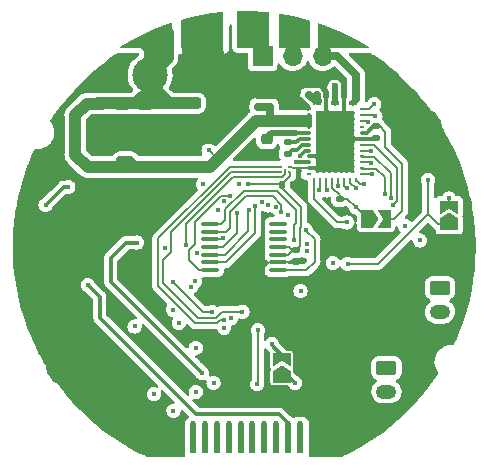
<source format=gbl>
G04 #@! TF.GenerationSoftware,KiCad,Pcbnew,(6.0.0-0)*
G04 #@! TF.CreationDate,2022-01-16T01:34:20+01:00*
G04 #@! TF.ProjectId,ESCv4.3,45534376-342e-4332-9e6b-696361645f70,rev?*
G04 #@! TF.SameCoordinates,Original*
G04 #@! TF.FileFunction,Copper,L4,Bot*
G04 #@! TF.FilePolarity,Positive*
%FSLAX46Y46*%
G04 Gerber Fmt 4.6, Leading zero omitted, Abs format (unit mm)*
G04 Created by KiCad (PCBNEW (6.0.0-0)) date 2022-01-16 01:34:20*
%MOMM*%
%LPD*%
G01*
G04 APERTURE LIST*
G04 Aperture macros list*
%AMRoundRect*
0 Rectangle with rounded corners*
0 $1 Rounding radius*
0 $2 $3 $4 $5 $6 $7 $8 $9 X,Y pos of 4 corners*
0 Add a 4 corners polygon primitive as box body*
4,1,4,$2,$3,$4,$5,$6,$7,$8,$9,$2,$3,0*
0 Add four circle primitives for the rounded corners*
1,1,$1+$1,$2,$3*
1,1,$1+$1,$4,$5*
1,1,$1+$1,$6,$7*
1,1,$1+$1,$8,$9*
0 Add four rect primitives between the rounded corners*
20,1,$1+$1,$2,$3,$4,$5,0*
20,1,$1+$1,$4,$5,$6,$7,0*
20,1,$1+$1,$6,$7,$8,$9,0*
20,1,$1+$1,$8,$9,$2,$3,0*%
%AMRotRect*
0 Rectangle, with rotation*
0 The origin of the aperture is its center*
0 $1 length*
0 $2 width*
0 $3 Rotation angle, in degrees counterclockwise*
0 Add horizontal line*
21,1,$1,$2,0,0,$3*%
%AMFreePoly0*
4,1,44,0.830013,1.305809,0.841086,1.305336,0.847036,1.298855,0.855180,1.295529,0.859471,1.285312,0.866968,1.277147,0.866593,1.268357,0.869999,1.260246,0.879999,-0.769754,0.879949,-0.769877,0.880000,-0.770000,0.872730,-0.787552,0.865529,-0.805181,0.865406,-0.805233,0.865355,-0.805355,0.847885,-0.812591,0.830246,-0.820000,0.830122,-0.819949,0.830000,-0.820000,-3.500000,-0.820000,
-3.506485,-0.817314,-3.513453,-0.818156,-3.523527,-0.810254,-3.535355,-0.805355,-3.538041,-0.798871,-3.543565,-0.794538,-3.545101,-0.781827,-3.550000,-0.770000,-3.547314,-0.763515,-3.548156,-0.756547,-3.540254,-0.746473,-3.535355,-0.734645,-3.528871,-0.731959,-3.524538,-0.726435,-2.299538,-0.036435,-2.298295,-0.036285,-2.297478,-0.035338,-0.777478,0.729663,-0.774411,0.729889,-0.772147,0.731968,
0.802853,1.306968,0.811644,1.306593,0.819754,1.309999,0.830013,1.305809,0.830013,1.305809,$1*%
%AMFreePoly1*
4,1,39,2.195290,2.208684,2.210945,2.204272,2.212546,2.201415,2.215565,2.200143,2.221700,2.185078,2.229652,2.170888,2.228764,2.167735,2.229999,2.164702,2.212499,-0.770298,2.205102,-0.787860,2.197829,-0.805381,2.197699,-0.805435,2.197644,-0.805565,2.180068,-0.812723,2.162464,-0.820000,-1.285036,-0.817500,-1.302522,-0.810242,-1.320355,-0.802855,-1.320363,-0.802837,-1.320381,-0.802829,
-1.327768,-0.784960,-1.335000,-0.767500,-1.335000,1.500000,-1.329879,1.512364,-1.327945,1.525607,-1.322807,1.529436,-1.320355,1.535355,-1.307993,1.540476,-1.297260,1.548474,-0.012260,1.873474,-0.010769,1.873256,-0.009512,1.874087,1.074239,2.084087,1.076156,2.083696,1.077862,2.084652,2.174112,2.214652,2.177264,2.213764,2.180298,2.214999,2.195290,2.208684,2.195290,2.208684,
$1*%
%AMFreePoly2*
4,1,40,-0.293101,2.284069,-0.290740,2.284818,1.054259,2.169818,1.069461,2.161943,1.085294,2.155416,1.086183,2.153279,1.088238,2.152215,1.093418,2.135898,1.100000,2.120086,1.105000,-0.773038,1.104989,-0.773064,1.105000,-0.773089,1.097538,-0.791142,1.090416,-0.808419,1.090392,-0.808429,1.090381,-0.808455,1.072450,-0.815897,1.055086,-0.823125,1.055061,-0.823115,1.055036,-0.823125,
-1.556214,-0.825000,-1.556243,-0.824988,-1.556271,-0.825000,-1.573983,-0.817655,-1.591580,-0.810380,-1.591592,-0.810352,-1.591620,-0.810340,-1.598894,-0.792758,-1.606250,-0.775036,-1.606238,-0.775007,-1.606250,-0.774979,-1.605000,2.225021,-1.597731,2.242549,-1.590634,2.260073,-1.590426,2.260161,-1.590340,2.260369,-1.572842,2.267609,-1.555397,2.274998,-0.295396,2.284998,-0.293101,2.284069,
-0.293101,2.284069,$1*%
%AMFreePoly3*
4,1,37,-1.030715,2.055725,-1.026184,2.056717,0.243817,1.829217,0.246063,1.827777,0.248711,1.828083,1.493710,1.473084,1.503659,1.465194,1.515385,1.460325,1.518108,1.453735,1.523694,1.449305,1.525150,1.436695,1.530000,1.424958,1.528125,-0.788792,1.520772,-0.806501,1.513462,-0.824123,1.513454,-0.824127,1.513450,-0.824135,1.495761,-0.831445,1.478100,-0.838750,1.478083,-0.838750,
-1.035025,-0.837500,-1.052540,-0.830235,-1.070355,-0.822855,-1.070360,-0.822842,-1.070373,-0.822837,-1.077752,-0.804997,-1.085000,-0.787500,-1.085000,2.007500,-1.083225,2.011785,-1.084217,2.016316,-1.076106,2.028971,-1.070355,2.042855,-1.066070,2.044630,-1.063567,2.048535,-1.048885,2.051748,-1.035000,2.057500,-1.030715,2.055725,-1.030715,2.055725,$1*%
%AMFreePoly4*
4,1,39,-0.691749,1.231582,-0.682827,1.231958,0.192174,0.911958,0.193023,0.911178,0.194175,0.911177,1.374175,0.421177,1.375530,0.419819,1.377442,0.419680,2.472442,-0.130319,2.473632,-0.131697,2.475433,-0.131952,3.507933,-0.741952,3.511843,-0.747155,3.517855,-0.749645,3.522940,-0.761920,3.530924,-0.772544,3.530010,-0.778988,3.532500,-0.785000,3.527416,-0.797274,3.525549,-0.810433,
3.520345,-0.814344,3.517855,-0.820355,3.505579,-0.825440,3.494956,-0.833423,3.488513,-0.832509,3.482500,-0.835000,-0.700000,-0.835000,-0.735355,-0.820355,-0.750000,-0.785000,-0.750000,1.185000,-0.746582,1.193251,-0.746958,1.202173,-0.739546,1.210236,-0.735355,1.220355,-0.727104,1.223773,-0.721061,1.230347,-0.710120,1.230808,-0.700000,1.235000,-0.691749,1.231582,-0.691749,1.231582,
$1*%
%AMFreePoly5*
4,1,6,1.000000,0.000000,0.500000,-0.750000,-0.500000,-0.750000,-0.500000,0.750000,0.500000,0.750000,1.000000,0.000000,1.000000,0.000000,$1*%
%AMFreePoly6*
4,1,6,0.500000,-0.750000,-0.650000,-0.750000,-0.150000,0.000000,-0.650000,0.750000,0.500000,0.750000,0.500000,-0.750000,0.500000,-0.750000,$1*%
G04 Aperture macros list end*
G04 #@! TA.AperFunction,SMDPad,CuDef*
%ADD10O,0.500000X0.200000*%
G04 #@! TD*
G04 #@! TA.AperFunction,SMDPad,CuDef*
%ADD11O,0.200000X0.500000*%
G04 #@! TD*
G04 #@! TA.AperFunction,ComponentPad*
%ADD12C,0.600000*%
G04 #@! TD*
G04 #@! TA.AperFunction,SMDPad,CuDef*
%ADD13R,1.000000X1.250000*%
G04 #@! TD*
G04 #@! TA.AperFunction,ComponentPad*
%ADD14R,1.700000X1.700000*%
G04 #@! TD*
G04 #@! TA.AperFunction,ComponentPad*
%ADD15O,1.700000X1.700000*%
G04 #@! TD*
G04 #@! TA.AperFunction,ComponentPad*
%ADD16C,4.400000*%
G04 #@! TD*
G04 #@! TA.AperFunction,ComponentPad*
%ADD17C,0.700000*%
G04 #@! TD*
G04 #@! TA.AperFunction,ComponentPad*
%ADD18RoundRect,0.250000X-0.625000X0.350000X-0.625000X-0.350000X0.625000X-0.350000X0.625000X0.350000X0*%
G04 #@! TD*
G04 #@! TA.AperFunction,ComponentPad*
%ADD19O,1.750000X1.200000*%
G04 #@! TD*
G04 #@! TA.AperFunction,ComponentPad*
%ADD20FreePoly0,0.000000*%
G04 #@! TD*
G04 #@! TA.AperFunction,ComponentPad*
%ADD21FreePoly1,0.000000*%
G04 #@! TD*
G04 #@! TA.AperFunction,ComponentPad*
%ADD22FreePoly2,0.000000*%
G04 #@! TD*
G04 #@! TA.AperFunction,ComponentPad*
%ADD23FreePoly3,0.000000*%
G04 #@! TD*
G04 #@! TA.AperFunction,ComponentPad*
%ADD24FreePoly4,0.000000*%
G04 #@! TD*
G04 #@! TA.AperFunction,ComponentPad*
%ADD25RotRect,3.000000X3.000000X190.000000*%
G04 #@! TD*
G04 #@! TA.AperFunction,ComponentPad*
%ADD26C,3.000000*%
G04 #@! TD*
G04 #@! TA.AperFunction,SMDPad,CuDef*
%ADD27RoundRect,0.243750X-0.456250X0.243750X-0.456250X-0.243750X0.456250X-0.243750X0.456250X0.243750X0*%
G04 #@! TD*
G04 #@! TA.AperFunction,SMDPad,CuDef*
%ADD28RoundRect,0.243750X0.456250X-0.243750X0.456250X0.243750X-0.456250X0.243750X-0.456250X-0.243750X0*%
G04 #@! TD*
G04 #@! TA.AperFunction,SMDPad,CuDef*
%ADD29RoundRect,0.147500X-0.172500X0.147500X-0.172500X-0.147500X0.172500X-0.147500X0.172500X0.147500X0*%
G04 #@! TD*
G04 #@! TA.AperFunction,SMDPad,CuDef*
%ADD30RoundRect,0.218750X-0.256250X0.218750X-0.256250X-0.218750X0.256250X-0.218750X0.256250X0.218750X0*%
G04 #@! TD*
G04 #@! TA.AperFunction,SMDPad,CuDef*
%ADD31RoundRect,0.147500X0.172500X-0.147500X0.172500X0.147500X-0.172500X0.147500X-0.172500X-0.147500X0*%
G04 #@! TD*
G04 #@! TA.AperFunction,SMDPad,CuDef*
%ADD32FreePoly5,90.000000*%
G04 #@! TD*
G04 #@! TA.AperFunction,SMDPad,CuDef*
%ADD33FreePoly6,90.000000*%
G04 #@! TD*
G04 #@! TA.AperFunction,SMDPad,CuDef*
%ADD34FreePoly5,0.000000*%
G04 #@! TD*
G04 #@! TA.AperFunction,SMDPad,CuDef*
%ADD35FreePoly6,0.000000*%
G04 #@! TD*
G04 #@! TA.AperFunction,ConnectorPad*
%ADD36R,0.560000X2.540000*%
G04 #@! TD*
G04 #@! TA.AperFunction,SMDPad,CuDef*
%ADD37C,0.225000*%
G04 #@! TD*
G04 #@! TA.AperFunction,SMDPad,CuDef*
%ADD38RoundRect,0.147500X0.147500X0.172500X-0.147500X0.172500X-0.147500X-0.172500X0.147500X-0.172500X0*%
G04 #@! TD*
G04 #@! TA.AperFunction,SMDPad,CuDef*
%ADD39RoundRect,0.100000X-0.637500X-0.100000X0.637500X-0.100000X0.637500X0.100000X-0.637500X0.100000X0*%
G04 #@! TD*
G04 #@! TA.AperFunction,ViaPad*
%ADD40C,0.400000*%
G04 #@! TD*
G04 #@! TA.AperFunction,ViaPad*
%ADD41C,0.600000*%
G04 #@! TD*
G04 #@! TA.AperFunction,Conductor*
%ADD42C,1.000000*%
G04 #@! TD*
G04 #@! TA.AperFunction,Conductor*
%ADD43C,0.700000*%
G04 #@! TD*
G04 #@! TA.AperFunction,Conductor*
%ADD44C,0.300000*%
G04 #@! TD*
G04 #@! TA.AperFunction,Conductor*
%ADD45C,0.200000*%
G04 #@! TD*
G04 #@! TA.AperFunction,Conductor*
%ADD46C,0.150000*%
G04 #@! TD*
G04 #@! TA.AperFunction,Conductor*
%ADD47C,0.500000*%
G04 #@! TD*
G04 APERTURE END LIST*
D10*
G04 #@! TO.P,U5,1,NC*
G04 #@! TO.N,unconnected-(U5-Pad1)*
X105440000Y-93835000D03*
G04 #@! TO.P,U5,2,AGND*
G04 #@! TO.N,GND*
X105440000Y-93335000D03*
G04 #@! TO.P,U5,3,FB_BK*
G04 #@! TO.N,VSS*
X105440000Y-92835000D03*
G04 #@! TO.P,U5,4,GND_BK*
G04 #@! TO.N,GND*
X105440000Y-92335000D03*
G04 #@! TO.P,U5,5,SW_BK*
G04 #@! TO.N,/DRV8316/SW_BK*
X105440000Y-91835000D03*
G04 #@! TO.P,U5,6,CPL*
G04 #@! TO.N,/DRV8316/CPL*
X105440000Y-91335000D03*
G04 #@! TO.P,U5,7,CPH*
G04 #@! TO.N,/DRV8316/CPH*
X105440000Y-90835000D03*
G04 #@! TO.P,U5,8,CP*
G04 #@! TO.N,/DRV8316/CP*
X105440000Y-90335000D03*
G04 #@! TO.P,U5,9,VM*
G04 #@! TO.N,VS*
X105440000Y-89835000D03*
G04 #@! TO.P,U5,10,VM*
X105440000Y-89335000D03*
G04 #@! TO.P,U5,11,VM*
X105440000Y-88835000D03*
G04 #@! TO.P,U5,12,PGND*
G04 #@! TO.N,GND*
X105440000Y-88335000D03*
D11*
G04 #@! TO.P,U5,13,OUTA*
G04 #@! TO.N,/PHASE_U1*
X105940000Y-87835000D03*
G04 #@! TO.P,U5,14,OUTA*
X106440000Y-87835000D03*
G04 #@! TO.P,U5,15,PGND*
G04 #@! TO.N,GND*
X106940000Y-87835000D03*
G04 #@! TO.P,U5,16,OUTB*
G04 #@! TO.N,/PHASE_V1*
X107440000Y-87835000D03*
G04 #@! TO.P,U5,17,OUTB*
X107940000Y-87835000D03*
G04 #@! TO.P,U5,18,PGND*
G04 #@! TO.N,GND*
X108440000Y-87835000D03*
G04 #@! TO.P,U5,19,OUTC*
G04 #@! TO.N,/PHASE_W1*
X108940000Y-87835000D03*
G04 #@! TO.P,U5,20,OUTC*
X109440000Y-87835000D03*
D10*
G04 #@! TO.P,U5,21,DRVOFF*
G04 #@! TO.N,/DRVOFF1*
X109940000Y-88335000D03*
G04 #@! TO.P,U5,22,nFAULT*
G04 #@! TO.N,/nFAULT1*
X109940000Y-88835000D03*
G04 #@! TO.P,U5,23,nSLEEP*
G04 #@! TO.N,/nSLEEP1*
X109940000Y-89335000D03*
G04 #@! TO.P,U5,24,NC*
G04 #@! TO.N,unconnected-(U5-Pad24)*
X109940000Y-89835000D03*
G04 #@! TO.P,U5,25,AVDD*
G04 #@! TO.N,/DRV8316/VDDA*
X109940000Y-90335000D03*
G04 #@! TO.P,U5,26,AGND*
G04 #@! TO.N,GND*
X109940000Y-90835000D03*
G04 #@! TO.P,U5,27,INHA*
G04 #@! TO.N,/IN_UH1*
X109940000Y-91335000D03*
G04 #@! TO.P,U5,28,INLA*
G04 #@! TO.N,/IN_UL1*
X109940000Y-91835000D03*
G04 #@! TO.P,U5,29,INHB*
G04 #@! TO.N,/IN_VH1*
X109940000Y-92335000D03*
G04 #@! TO.P,U5,30,INLB*
G04 #@! TO.N,/IN_UL1*
X109940000Y-92835000D03*
G04 #@! TO.P,U5,31,INHC*
G04 #@! TO.N,/IN_WH1*
X109940000Y-93335000D03*
G04 #@! TO.P,U5,32,INLC*
G04 #@! TO.N,/IN_UL1*
X109940000Y-93835000D03*
D11*
G04 #@! TO.P,U5,33,SDO*
G04 #@! TO.N,/MISO*
X109440000Y-94335000D03*
G04 #@! TO.P,U5,34,SDI*
G04 #@! TO.N,/MOSI*
X108940000Y-94335000D03*
G04 #@! TO.P,U5,35,SCLK*
G04 #@! TO.N,/SCLK*
X108440000Y-94335000D03*
G04 #@! TO.P,U5,36,nSCS*
G04 #@! TO.N,/nCS1*
X107940000Y-94335000D03*
G04 #@! TO.P,U5,37,VREF/ILIM*
G04 #@! TO.N,/VREF1*
X107440000Y-94335000D03*
G04 #@! TO.P,U5,38,SOC*
G04 #@! TO.N,Net-(R26-Pad2)*
X106940000Y-94335000D03*
G04 #@! TO.P,U5,39,SOB*
G04 #@! TO.N,Net-(R27-Pad2)*
X106440000Y-94335000D03*
G04 #@! TO.P,U5,40,SOA*
G04 #@! TO.N,Net-(R28-Pad2)*
X105940000Y-94335000D03*
D12*
G04 #@! TO.P,U5,EPAD,EPAD*
G04 #@! TO.N,GND*
X106690000Y-91710000D03*
D13*
X107690000Y-92960000D03*
D12*
X106690000Y-92960000D03*
X108690000Y-91710000D03*
X108690000Y-92960000D03*
X107690000Y-90460000D03*
X107690000Y-91710000D03*
D13*
X107690000Y-89210000D03*
X108690000Y-90460000D03*
D12*
X107690000Y-92960000D03*
D13*
X107690000Y-91710000D03*
D12*
X107690000Y-89210000D03*
X106690000Y-89210000D03*
D13*
X106690000Y-90460000D03*
X108690000Y-91710000D03*
D12*
X108690000Y-89210000D03*
D13*
X108690000Y-92960000D03*
X106690000Y-91710000D03*
X106690000Y-92960000D03*
D12*
X108690000Y-90460000D03*
X106690000Y-90460000D03*
D13*
X108690000Y-89210000D03*
X106690000Y-89210000D03*
X107690000Y-90460000D03*
G04 #@! TD*
D14*
G04 #@! TO.P,J7_1,1,Pin_1*
G04 #@! TO.N,/PHASE_U1*
X101560000Y-83840000D03*
D15*
G04 #@! TO.P,J7_1,2,Pin_2*
G04 #@! TO.N,/PHASE_V1*
X104100000Y-83840000D03*
G04 #@! TO.P,J7_1,3,Pin_3*
G04 #@! TO.N,/PHASE_W1*
X106640000Y-83840000D03*
G04 #@! TD*
D16*
G04 #@! TO.P,H1,1,1*
G04 #@! TO.N,GND*
X85370000Y-109710000D03*
D17*
X86536726Y-108543274D03*
X84203274Y-108543274D03*
X87020000Y-109710000D03*
X83720000Y-109710000D03*
X86536726Y-110876726D03*
X85370000Y-111360000D03*
X84203274Y-110876726D03*
X85370000Y-108060000D03*
G04 #@! TD*
G04 #@! TO.P,H2,1,1*
G04 #@! TO.N,GND*
X114630000Y-91940000D03*
D16*
X114630000Y-90290000D03*
D17*
X116280000Y-90290000D03*
X113463274Y-89123274D03*
X115796726Y-91456726D03*
X113463274Y-91456726D03*
X112980000Y-90290000D03*
X115796726Y-89123274D03*
X114630000Y-88640000D03*
G04 #@! TD*
D18*
G04 #@! TO.P,J6,1,Pin_1*
G04 #@! TO.N,/CANH*
X112040000Y-110240000D03*
D19*
G04 #@! TO.P,J6,2,Pin_2*
G04 #@! TO.N,/CANL*
X112040000Y-112240000D03*
G04 #@! TD*
D18*
G04 #@! TO.P,J7,1,Pin_1*
G04 #@! TO.N,/CANH*
X116570000Y-103480000D03*
D19*
G04 #@! TO.P,J7,2,Pin_2*
G04 #@! TO.N,/CANL*
X116570000Y-105480000D03*
G04 #@! TD*
D12*
G04 #@! TO.P,J5,1,Pin_1*
G04 #@! TO.N,VS*
X92060000Y-82145000D03*
X91435000Y-82610000D03*
X90665000Y-82770000D03*
D20*
X93000000Y-82310000D03*
D12*
X92205000Y-82735000D03*
X93515000Y-81520000D03*
G04 #@! TO.P,J5,2,Pin_2*
G04 #@! TO.N,GND*
X97755000Y-81455000D03*
D21*
X96000000Y-82310000D03*
D12*
X97770000Y-82315000D03*
X95095000Y-81955000D03*
X96930000Y-82325000D03*
X96895000Y-81500000D03*
X97755000Y-80595000D03*
X96035000Y-81185000D03*
X95180000Y-81135000D03*
X96885000Y-80720000D03*
D22*
G04 #@! TO.P,J5,3,Pin_3*
G04 #@! TO.N,/PHASE_U1*
X101000000Y-82310000D03*
D12*
X100020000Y-82180000D03*
X101635000Y-80520000D03*
X101625000Y-81285000D03*
X99975000Y-80485000D03*
X100795000Y-81255000D03*
X99985000Y-81350000D03*
X100845000Y-80485000D03*
G04 #@! TO.P,J5,4,Pin_4*
G04 #@! TO.N,/PHASE_V1*
X104965000Y-82710000D03*
X104300000Y-81235000D03*
X105110000Y-81175000D03*
X103460000Y-81555000D03*
X104995000Y-81900000D03*
X103450000Y-80785000D03*
D23*
X104000000Y-82310000D03*
D12*
G04 #@! TO.P,J5,5,Pin_5*
G04 #@! TO.N,/PHASE_W1*
X108490000Y-82580000D03*
D24*
X107000000Y-82310000D03*
D12*
X107885000Y-82085000D03*
X109230000Y-82755000D03*
X107795000Y-82765000D03*
X106580000Y-81510000D03*
G04 #@! TD*
D25*
G04 #@! TO.P,J1,1,Pin_1*
G04 #@! TO.N,GND*
X96950000Y-84560000D03*
D26*
G04 #@! TO.P,J1,2,Pin_2*
G04 #@! TO.N,VS*
X92025961Y-85428241D03*
G04 #@! TD*
D27*
G04 #@! TO.P,C2,1*
G04 #@! TO.N,VS*
X95630000Y-87832500D03*
G04 #@! TO.P,C2,2*
G04 #@! TO.N,GND*
X95630000Y-89707500D03*
G04 #@! TD*
G04 #@! TO.P,C4,1*
G04 #@! TO.N,VS*
X89610000Y-87852500D03*
G04 #@! TO.P,C4,2*
G04 #@! TO.N,GND*
X89610000Y-89727500D03*
G04 #@! TD*
G04 #@! TO.P,C5,1*
G04 #@! TO.N,VS*
X93630000Y-87832500D03*
G04 #@! TO.P,C5,2*
G04 #@! TO.N,GND*
X93630000Y-89707500D03*
G04 #@! TD*
D28*
G04 #@! TO.P,C6,1*
G04 #@! TO.N,VS*
X89610000Y-93237500D03*
G04 #@! TO.P,C6,2*
G04 #@! TO.N,GND*
X89610000Y-91362500D03*
G04 #@! TD*
G04 #@! TO.P,C7,1*
G04 #@! TO.N,VS*
X87620000Y-93237500D03*
G04 #@! TO.P,C7,2*
G04 #@! TO.N,GND*
X87620000Y-91362500D03*
G04 #@! TD*
G04 #@! TO.P,C8,1*
G04 #@! TO.N,VS*
X95630000Y-93217500D03*
G04 #@! TO.P,C8,2*
G04 #@! TO.N,GND*
X95630000Y-91342500D03*
G04 #@! TD*
G04 #@! TO.P,C9,1*
G04 #@! TO.N,VS*
X93630000Y-93217500D03*
G04 #@! TO.P,C9,2*
G04 #@! TO.N,GND*
X93630000Y-91342500D03*
G04 #@! TD*
D27*
G04 #@! TO.P,C10,1*
G04 #@! TO.N,VS*
X87620000Y-87852500D03*
G04 #@! TO.P,C10,2*
G04 #@! TO.N,GND*
X87620000Y-89727500D03*
G04 #@! TD*
D28*
G04 #@! TO.P,C11,1*
G04 #@! TO.N,VS*
X91610000Y-93237500D03*
G04 #@! TO.P,C11,2*
G04 #@! TO.N,GND*
X91610000Y-91362500D03*
G04 #@! TD*
D27*
G04 #@! TO.P,C12,1*
G04 #@! TO.N,VS*
X91630000Y-87852500D03*
G04 #@! TO.P,C12,2*
G04 #@! TO.N,GND*
X91630000Y-89727500D03*
G04 #@! TD*
D29*
G04 #@! TO.P,C27,1*
G04 #@! TO.N,/DRV8316/VDDA*
X111170000Y-89795000D03*
G04 #@! TO.P,C27,2*
G04 #@! TO.N,GND*
X111170000Y-90765000D03*
G04 #@! TD*
G04 #@! TO.P,C28,1*
G04 #@! TO.N,/VREF1*
X108080000Y-95895000D03*
G04 #@! TO.P,C28,2*
G04 #@! TO.N,GND*
X108080000Y-96865000D03*
G04 #@! TD*
D30*
G04 #@! TO.P,C33,1*
G04 #@! TO.N,VS*
X101900000Y-89302500D03*
G04 #@! TO.P,C33,2*
G04 #@! TO.N,/DRV8316/CP*
X101900000Y-90877500D03*
G04 #@! TD*
D29*
G04 #@! TO.P,C34,1*
G04 #@! TO.N,/DRV8316/CPH*
X103690000Y-91115000D03*
G04 #@! TO.P,C34,2*
G04 #@! TO.N,/DRV8316/CPL*
X103690000Y-92085000D03*
G04 #@! TD*
D31*
G04 #@! TO.P,C36,1*
G04 #@! TO.N,VS*
X101170000Y-88105000D03*
G04 #@! TO.P,C36,2*
G04 #@! TO.N,GND*
X101170000Y-87135000D03*
G04 #@! TD*
G04 #@! TO.P,C37,1*
G04 #@! TO.N,VS*
X102170000Y-88115000D03*
G04 #@! TO.P,C37,2*
G04 #@! TO.N,GND*
X102170000Y-87145000D03*
G04 #@! TD*
D28*
G04 #@! TO.P,C38,1*
G04 #@! TO.N,VS*
X103660000Y-89317500D03*
G04 #@! TO.P,C38,2*
G04 #@! TO.N,GND*
X103660000Y-87442500D03*
G04 #@! TD*
D31*
G04 #@! TO.P,C39,1*
G04 #@! TO.N,GND*
X104375000Y-101235000D03*
G04 #@! TO.P,C39,2*
G04 #@! TO.N,VDD*
X104375000Y-100265000D03*
G04 #@! TD*
D32*
G04 #@! TO.P,JP2,1,A*
G04 #@! TO.N,/CANL*
X103170000Y-110975000D03*
D33*
G04 #@! TO.P,JP2,2,B*
G04 #@! TO.N,Net-(JP2-Pad2)*
X103170000Y-109525000D03*
G04 #@! TD*
D34*
G04 #@! TO.P,JP3,1,A*
G04 #@! TO.N,/VREF1*
X110425000Y-97590000D03*
D35*
G04 #@! TO.P,JP3,2,B*
G04 #@! TO.N,/DRV8316/VDDA*
X111875000Y-97590000D03*
G04 #@! TD*
D32*
G04 #@! TO.P,JP4,1,A*
G04 #@! TO.N,VDD*
X117340000Y-98035000D03*
D33*
G04 #@! TO.P,JP4,2,B*
G04 #@! TO.N,Net-(J8-Pad2)*
X117340000Y-96585000D03*
G04 #@! TD*
D36*
G04 #@! TO.P,J3,1,Pin_1*
G04 #@! TO.N,GND*
X104680000Y-116180000D03*
G04 #@! TO.P,J3,2,Pin_2*
G04 #@! TO.N,+3V3*
X103680000Y-116180000D03*
G04 #@! TO.P,J3,3,Pin_3*
G04 #@! TO.N,unconnected-(J3-Pad3)*
X102680000Y-116180000D03*
G04 #@! TO.P,J3,4,Pin_4*
G04 #@! TO.N,unconnected-(J3-Pad4)*
X101680000Y-116180000D03*
G04 #@! TO.P,J3,5,Pin_5*
G04 #@! TO.N,/RX1*
X100680000Y-116180000D03*
G04 #@! TO.P,J3,6,Pin_6*
G04 #@! TO.N,/TX1*
X99680000Y-116180000D03*
G04 #@! TO.P,J3,7,Pin_7*
G04 #@! TO.N,/BOOT0*
X98680000Y-116180000D03*
G04 #@! TO.P,J3,8,Pin_8*
G04 #@! TO.N,/nRST*
X97680000Y-116180000D03*
G04 #@! TO.P,J3,9,Pin_9*
G04 #@! TO.N,unconnected-(J3-Pad9)*
X96680000Y-116180000D03*
G04 #@! TO.P,J3,10,Pin_10*
G04 #@! TO.N,unconnected-(J3-Pad10)*
X95680000Y-116180000D03*
G04 #@! TD*
D37*
G04 #@! TO.P,U4,A1,VCC*
G04 #@! TO.N,VDD*
X103771500Y-93650000D03*
G04 #@! TO.P,U4,A3,GND*
G04 #@! TO.N,GND*
X103771500Y-93250000D03*
G04 #@! TO.P,U4,B2,ALRT*
G04 #@! TO.N,/nOTEVENT*
X103425000Y-93450000D03*
G04 #@! TO.P,U4,C1,SDA*
G04 #@! TO.N,/SDA1*
X103078500Y-93650000D03*
G04 #@! TO.P,U4,C3,SCL*
G04 #@! TO.N,/SCL1*
X103078500Y-93250000D03*
G04 #@! TD*
D38*
G04 #@! TO.P,C26,1*
G04 #@! TO.N,GND*
X104160000Y-94725000D03*
G04 #@! TO.P,C26,2*
G04 #@! TO.N,VDD*
X103190000Y-94725000D03*
G04 #@! TD*
D39*
G04 #@! TO.P,U7,1,~{CS}*
G04 #@! TO.N,/nCS2*
X97137500Y-101950000D03*
G04 #@! TO.P,U7,2,CLK*
G04 #@! TO.N,/SCLK*
X97137500Y-101300000D03*
G04 #@! TO.P,U7,3,MISO*
G04 #@! TO.N,/MISO*
X97137500Y-100650000D03*
G04 #@! TO.P,U7,4,MOSI*
G04 #@! TO.N,/MOSI*
X97137500Y-100000000D03*
G04 #@! TO.P,U7,5,TST*
G04 #@! TO.N,GND*
X97137500Y-99350000D03*
G04 #@! TO.P,U7,6,B*
G04 #@! TO.N,/ABI_B*
X97137500Y-98700000D03*
G04 #@! TO.P,U7,7,A*
G04 #@! TO.N,/ABI_A*
X97137500Y-98050000D03*
G04 #@! TO.P,U7,8,W/PWM*
G04 #@! TO.N,unconnected-(U7-Pad8)*
X102862500Y-98050000D03*
G04 #@! TO.P,U7,9,V*
G04 #@! TO.N,unconnected-(U7-Pad9)*
X102862500Y-98700000D03*
G04 #@! TO.P,U7,10,U*
G04 #@! TO.N,unconnected-(U7-Pad10)*
X102862500Y-99350000D03*
G04 #@! TO.P,U7,11,VDD*
G04 #@! TO.N,VDD*
X102862500Y-100000000D03*
G04 #@! TO.P,U7,12,VDD3V3*
X102862500Y-100650000D03*
G04 #@! TO.P,U7,13,GND*
G04 #@! TO.N,GND*
X102862500Y-101300000D03*
G04 #@! TO.P,U7,14,I/PWM*
G04 #@! TO.N,/ABI_I*
X102862500Y-101950000D03*
G04 #@! TD*
D40*
G04 #@! TO.N,VDD*
X104760000Y-103740000D03*
X100300000Y-94700000D03*
X92350000Y-112460000D03*
X101090000Y-111620000D03*
X108740000Y-101430000D03*
X95900000Y-112260000D03*
X101140000Y-107060000D03*
X115550000Y-94330000D03*
G04 #@! TO.N,GND*
X100040000Y-109360000D03*
X106390000Y-104670000D03*
D41*
X99500000Y-87925000D03*
D40*
X105770000Y-97710000D03*
X91825000Y-102150000D03*
X114900000Y-95130000D03*
D41*
X92800000Y-94625000D03*
X87350000Y-95325000D03*
D40*
X96400000Y-109690000D03*
D41*
X86900000Y-94525000D03*
D40*
X104690000Y-114900000D03*
D41*
X87800000Y-96125000D03*
D40*
X107873284Y-100077310D03*
X103125000Y-112500000D03*
X101525000Y-101850000D03*
X98175000Y-99275000D03*
X93280000Y-108870000D03*
D41*
X87575000Y-102175000D03*
X86900000Y-96125000D03*
D40*
X91340000Y-102150000D03*
D41*
X87800000Y-94525000D03*
D40*
X108430000Y-110230000D03*
X106370000Y-102790000D03*
X100740000Y-91720000D03*
X95525000Y-111450000D03*
X109600000Y-99450000D03*
D41*
G04 #@! TO.N,VS*
X89500000Y-92675000D03*
X90725000Y-93025000D03*
D40*
X96970000Y-91830000D03*
D41*
X90125000Y-92650000D03*
D40*
G04 #@! TO.N,/VBAT*
X97282260Y-105525219D03*
X93921821Y-102984453D03*
G04 #@! TO.N,/nRST*
X97680000Y-114900000D03*
X105300500Y-99772985D03*
X94450000Y-106420000D03*
G04 #@! TO.N,/BOOT0*
X94000000Y-113875000D03*
X97809990Y-96910000D03*
X98690000Y-114890000D03*
X90710000Y-106730000D03*
G04 #@! TO.N,+5VD*
X90925000Y-99625000D03*
X96440000Y-110690000D03*
G04 #@! TO.N,+3V3*
X103680000Y-114900000D03*
X86750000Y-103210000D03*
G04 #@! TO.N,/VREF1*
X109447500Y-96612500D03*
X102650000Y-96609522D03*
G04 #@! TO.N,VSS*
X104390168Y-92834990D03*
G04 #@! TO.N,/nSLEEP1*
X93299990Y-100090000D03*
X110459098Y-89423907D03*
G04 #@! TO.N,/CANL*
X104290000Y-111500000D03*
G04 #@! TO.N,/TX1*
X98301100Y-106824776D03*
X99690000Y-114900000D03*
G04 #@! TO.N,/RX1*
X100680000Y-114900000D03*
X98844980Y-106041626D03*
G04 #@! TO.N,/nCS3*
X107499988Y-101350012D03*
X95990321Y-100498851D03*
G04 #@! TO.N,/SCLK*
X100932844Y-96550789D03*
X108681685Y-95040442D03*
G04 #@! TO.N,/MISO*
X110120000Y-94670000D03*
X100399876Y-96900000D03*
G04 #@! TO.N,/MOSI*
X99381464Y-97120486D03*
X99557017Y-94675010D03*
X109420000Y-95040000D03*
G04 #@! TO.N,/SCL1*
X114860000Y-99450000D03*
X98246719Y-106200000D03*
G04 #@! TO.N,/SDA1*
X99846396Y-105475220D03*
X113620000Y-98220000D03*
G04 #@! TO.N,Net-(J8-Pad2)*
X117340000Y-95890000D03*
D41*
G04 #@! TO.N,/PHASE_U1*
X106120000Y-87130000D03*
X105500000Y-87130000D03*
G04 #@! TO.N,/PHASE_V1*
X107660000Y-86400000D03*
X107710010Y-87100980D03*
D40*
G04 #@! TO.N,Net-(JP2-Pad2)*
X102350000Y-108230000D03*
G04 #@! TO.N,/nOTEVENT*
X95090300Y-99802578D03*
X93950000Y-105300500D03*
G04 #@! TO.N,/CANRX*
X97400000Y-111530000D03*
X95475010Y-103413843D03*
G04 #@! TO.N,/IN_UL1*
X110770000Y-92857109D03*
X110810000Y-93857120D03*
X110758143Y-91857097D03*
G04 #@! TO.N,/nFAULT1*
X105271800Y-100371800D03*
X111097780Y-88940010D03*
G04 #@! TO.N,/nCS1*
X96525000Y-94675000D03*
X107962956Y-94815382D03*
G04 #@! TO.N,/DRV8316/SW_BK*
X104690000Y-92284980D03*
G04 #@! TO.N,Net-(R26-Pad2)*
X106967036Y-95210010D03*
G04 #@! TO.N,Net-(R27-Pad2)*
X106367023Y-95210010D03*
G04 #@! TO.N,Net-(R28-Pad2)*
X108675000Y-97925000D03*
G04 #@! TO.N,/CANTX*
X95880000Y-108550000D03*
X95810007Y-102916057D03*
G04 #@! TO.N,/IN_WH1*
X111880000Y-95540000D03*
X101467633Y-96183831D03*
G04 #@! TO.N,/IN_VH1*
X112385907Y-95880086D03*
X101991327Y-96476677D03*
G04 #@! TO.N,/IN_UH1*
X112549990Y-96457226D03*
X103725000Y-97325000D03*
G04 #@! TO.N,/DRVOFF1*
X111009631Y-87922459D03*
X98310000Y-96140000D03*
G04 #@! TO.N,Net-(C15-Pad2)*
X83175000Y-96450000D03*
X85100000Y-94925000D03*
G04 #@! TO.N,unconnected-(J3-Pad3)*
X102680000Y-114900000D03*
G04 #@! TO.N,unconnected-(J3-Pad4)*
X101690000Y-114900000D03*
G04 #@! TO.N,unconnected-(J3-Pad9)*
X96680000Y-114900000D03*
G04 #@! TO.N,/nCS2*
X98775000Y-95724480D03*
G04 #@! TO.N,unconnected-(J3-Pad10)*
X95680000Y-114900000D03*
G04 #@! TO.N,/ABI_A*
X104196756Y-99407127D03*
G04 #@! TO.N,/ABI_I*
X105236092Y-98588908D03*
G04 #@! TO.N,/ABI_B*
X103125000Y-97075000D03*
G04 #@! TD*
D42*
G04 #@! TO.N,VS*
X87620000Y-87852500D02*
X86647500Y-87852500D01*
X86647500Y-87852500D02*
X85675000Y-88825000D01*
D43*
X89500000Y-92675000D02*
X89525000Y-92650000D01*
X89525000Y-92650000D02*
X90350000Y-92650000D01*
X90350000Y-92650000D02*
X90725000Y-93025000D01*
D42*
G04 #@! TO.N,GND*
X96950000Y-84560000D02*
X95410000Y-83020000D01*
X95410000Y-83020000D02*
X95170000Y-83020000D01*
D44*
G04 #@! TO.N,+5VD*
X90000000Y-99625000D02*
X88700000Y-100925000D01*
X90925000Y-99625000D02*
X90000000Y-99625000D01*
X88700000Y-100925000D02*
X88700000Y-102950000D01*
X88700000Y-102950000D02*
X96440000Y-110690000D01*
G04 #@! TO.N,Net-(C15-Pad2)*
X84700000Y-94925000D02*
X83175000Y-96450000D01*
X85100000Y-94925000D02*
X84700000Y-94925000D01*
D45*
G04 #@! TO.N,/ABI_B*
X103125000Y-97075000D02*
X103149511Y-97050489D01*
X103149511Y-97050489D02*
X103149511Y-96402617D01*
X98475000Y-98700000D02*
X97137500Y-98700000D01*
X103149511Y-96402617D02*
X102431214Y-95684320D01*
X102431214Y-95684320D02*
X100111214Y-95684320D01*
X100111214Y-95684320D02*
X98800000Y-96995534D01*
X98800000Y-96995534D02*
X98800000Y-98375000D01*
X98800000Y-98375000D02*
X98475000Y-98700000D01*
D46*
G04 #@! TO.N,VDD*
X103835502Y-93714002D02*
X103775010Y-93653510D01*
D45*
X111330000Y-101430000D02*
X115550000Y-97210000D01*
D46*
X103892502Y-93714002D02*
X103835502Y-93714002D01*
D45*
X102862500Y-100000000D02*
X103775000Y-100000000D01*
X116375000Y-98035000D02*
X117340000Y-98035000D01*
D46*
X103775010Y-93653510D02*
X103775010Y-93650000D01*
D45*
X102862500Y-100650000D02*
X103700000Y-100650000D01*
X103190000Y-94675000D02*
X100325000Y-94675000D01*
X103700000Y-100650000D02*
X104085000Y-100265000D01*
X104696267Y-99943733D02*
X104375000Y-100265000D01*
X115550000Y-94330000D02*
X115550000Y-97210000D01*
X108740000Y-101430000D02*
X111330000Y-101430000D01*
X101140000Y-111570000D02*
X101090000Y-111620000D01*
X103190000Y-94990000D02*
X104825000Y-96625000D01*
X103775000Y-100000000D02*
X104040000Y-100265000D01*
X100325000Y-94675000D02*
X100300000Y-94700000D01*
X104696267Y-98422317D02*
X104696267Y-99943733D01*
X104825000Y-98293584D02*
X104696267Y-98422317D01*
X101140000Y-107060000D02*
X101140000Y-111570000D01*
X103190000Y-94675000D02*
X103892502Y-93972498D01*
X103190000Y-94725000D02*
X103190000Y-94990000D01*
X103892502Y-93972498D02*
X103892502Y-93714002D01*
X115550000Y-97210000D02*
X116375000Y-98035000D01*
X104825000Y-96625000D02*
X104825000Y-98293584D01*
X104085000Y-100265000D02*
X104375000Y-100265000D01*
X104040000Y-100265000D02*
X104375000Y-100265000D01*
D44*
G04 #@! TO.N,GND*
X108440000Y-88960000D02*
X108690000Y-89210000D01*
D42*
X103660000Y-87442500D02*
X103660000Y-86070000D01*
D45*
X108080000Y-96865000D02*
X108080000Y-97040000D01*
D47*
X108460000Y-86100000D02*
X108460000Y-86740968D01*
D45*
X104490000Y-93335000D02*
X104085000Y-93335000D01*
D42*
X103710000Y-86020000D02*
X106680000Y-86020000D01*
D47*
X106870000Y-86020000D02*
X107270000Y-85620000D01*
D42*
X91630000Y-89727500D02*
X91630000Y-91342500D01*
D44*
X106315000Y-93335000D02*
X106690000Y-92960000D01*
D47*
X108460011Y-86740979D02*
X108460011Y-87339989D01*
D45*
X102862500Y-101300000D02*
X104310000Y-101300000D01*
D42*
X96000000Y-82310000D02*
X96000000Y-83610000D01*
D45*
X98175000Y-99275000D02*
X98100000Y-99350000D01*
D44*
X106940000Y-87835000D02*
X106940000Y-88960000D01*
D42*
X95920000Y-82310000D02*
X95210000Y-83020000D01*
D45*
X104160000Y-94665000D02*
X104490000Y-94335000D01*
D42*
X87620000Y-89727500D02*
X87620000Y-91362500D01*
D43*
X103362500Y-87145000D02*
X102170000Y-87145000D01*
D47*
X106680000Y-86558616D02*
X106960000Y-86838616D01*
D45*
X98100000Y-99350000D02*
X97137500Y-99350000D01*
D44*
X106065000Y-92335000D02*
X106690000Y-92960000D01*
X109940000Y-90835000D02*
X109065000Y-90835000D01*
D42*
X97350000Y-85150000D02*
X97350000Y-86930000D01*
D44*
X108440000Y-87360000D02*
X108460011Y-87339989D01*
D42*
X93630000Y-89707500D02*
X93630000Y-91342500D01*
D44*
X106940000Y-88960000D02*
X106690000Y-89210000D01*
D42*
X97340000Y-88810000D02*
X96442500Y-89707500D01*
D44*
X105440000Y-92335000D02*
X106065000Y-92335000D01*
D45*
X104310000Y-101300000D02*
X104375000Y-101235000D01*
D47*
X106960000Y-86838616D02*
X106960000Y-87280000D01*
D44*
X111100000Y-90835000D02*
X111170000Y-90765000D01*
D47*
X91340000Y-102150000D02*
X91780000Y-102150000D01*
D44*
X105440000Y-93335000D02*
X106315000Y-93335000D01*
D47*
X107270000Y-85620000D02*
X107980000Y-85620000D01*
D45*
X103975000Y-93225000D02*
X103810502Y-93225000D01*
D42*
X95630000Y-89707500D02*
X87640000Y-89707500D01*
X96442500Y-89707500D02*
X95630000Y-89707500D01*
X91630000Y-91342500D02*
X91610000Y-91362500D01*
D47*
X107980000Y-85620000D02*
X108460000Y-86100000D01*
D44*
X108440000Y-87835000D02*
X108440000Y-88960000D01*
D47*
X104612500Y-87442500D02*
X105380000Y-88210000D01*
D45*
X105440000Y-93335000D02*
X104490000Y-93335000D01*
X102075000Y-101300000D02*
X102862500Y-101300000D01*
D42*
X103660000Y-86070000D02*
X103710000Y-86020000D01*
D44*
X106940000Y-87835000D02*
X106940000Y-87300000D01*
D43*
X101170000Y-87135000D02*
X102160000Y-87135000D01*
D42*
X96000000Y-83610000D02*
X96950000Y-84560000D01*
D45*
X104085000Y-93335000D02*
X103975000Y-93225000D01*
X104160000Y-94675000D02*
X104160000Y-94665000D01*
D44*
X108440000Y-87835000D02*
X108440000Y-87360000D01*
D45*
X101525000Y-101850000D02*
X102075000Y-101300000D01*
D42*
X87640000Y-89707500D02*
X87620000Y-89727500D01*
D44*
X109940000Y-90835000D02*
X111100000Y-90835000D01*
D45*
X104490000Y-94335000D02*
X104490000Y-93335000D01*
D42*
X95210000Y-84190000D02*
X95210000Y-83020000D01*
D47*
X106680000Y-86020000D02*
X106680000Y-86558616D01*
D42*
X95630000Y-89707500D02*
X95630000Y-91342500D01*
X99080000Y-85150000D02*
X99950000Y-86020000D01*
X96950000Y-84560000D02*
X95580000Y-84560000D01*
D44*
X106940000Y-87300000D02*
X106960000Y-87280000D01*
D47*
X103660000Y-87442500D02*
X104612500Y-87442500D01*
D43*
X103660000Y-87442500D02*
X103362500Y-87145000D01*
D42*
X97350000Y-86930000D02*
X97340000Y-86940000D01*
D47*
X108460000Y-86740968D02*
X108460011Y-86740979D01*
D42*
X99950000Y-86020000D02*
X103710000Y-86020000D01*
X89610000Y-89727500D02*
X89610000Y-91362500D01*
X95580000Y-84560000D02*
X95210000Y-84190000D01*
X96950000Y-84560000D02*
X96950000Y-84750000D01*
X96000000Y-82310000D02*
X95920000Y-82310000D01*
D43*
X102160000Y-87135000D02*
X102170000Y-87145000D01*
D47*
X106680000Y-86020000D02*
X106870000Y-86020000D01*
D42*
X97350000Y-85150000D02*
X99080000Y-85150000D01*
D45*
X104680000Y-116180000D02*
X104680000Y-114910000D01*
D42*
X97340000Y-86940000D02*
X97340000Y-88810000D01*
X96950000Y-84750000D02*
X97350000Y-85150000D01*
D45*
X104680000Y-114910000D02*
X104690000Y-114900000D01*
D44*
X109065000Y-90835000D02*
X108690000Y-90460000D01*
D45*
G04 #@! TO.N,VS*
X96970000Y-91830000D02*
X97685000Y-92545000D01*
D42*
X90862500Y-87832500D02*
X87640000Y-87832500D01*
D43*
X102170000Y-89032500D02*
X101900000Y-89302500D01*
D42*
X92025961Y-85428241D02*
X92025961Y-86669039D01*
X103645000Y-89302500D02*
X103660000Y-89317500D01*
X95630000Y-93217500D02*
X87640000Y-93217500D01*
X92025961Y-87456539D02*
X91630000Y-87852500D01*
X92025961Y-85428241D02*
X92025961Y-87456539D01*
D43*
X101170000Y-88105000D02*
X102160000Y-88105000D01*
D42*
X97072500Y-93217500D02*
X97745000Y-92545000D01*
X95630000Y-87832500D02*
X90862500Y-87832500D01*
X92025961Y-85428241D02*
X92025961Y-83200961D01*
X92025961Y-83200961D02*
X91517302Y-82692302D01*
X100987500Y-89302500D02*
X101900000Y-89302500D01*
X95630000Y-93217500D02*
X97072500Y-93217500D01*
X103660000Y-89317500D02*
X105027500Y-89317500D01*
X92025961Y-86669039D02*
X90862500Y-87832500D01*
X92025961Y-85428241D02*
X92025961Y-84174039D01*
X92025961Y-86228461D02*
X93630000Y-87832500D01*
X101900000Y-89302500D02*
X103645000Y-89302500D01*
X97745000Y-92545000D02*
X100987500Y-89302500D01*
X92025961Y-84174039D02*
X92710000Y-83490000D01*
X86737500Y-93237500D02*
X85680000Y-92180000D01*
X91870000Y-84690000D02*
X91950000Y-84610000D01*
D47*
X105440000Y-89335000D02*
X105440000Y-88940000D01*
D42*
X85680000Y-92180000D02*
X85680000Y-88820000D01*
X92091759Y-85428241D02*
X93515000Y-84005000D01*
D43*
X102170000Y-88115000D02*
X102170000Y-89032500D01*
D45*
X97685000Y-92545000D02*
X97745000Y-92545000D01*
D42*
X87620000Y-93237500D02*
X86737500Y-93237500D01*
X92025961Y-85428241D02*
X92091759Y-85428241D01*
X93515000Y-84005000D02*
X93515000Y-81849093D01*
X92025961Y-85428241D02*
X92025961Y-86228461D01*
D43*
X102160000Y-88105000D02*
X102170000Y-88115000D01*
D47*
X105440000Y-89335000D02*
X105440000Y-89734990D01*
D45*
G04 #@! TO.N,/VBAT*
X97282260Y-105525219D02*
X96462587Y-105525219D01*
X96462587Y-105525219D02*
X93921821Y-102984453D01*
G04 #@! TO.N,/nRST*
X97680000Y-114900000D02*
X97680000Y-116180000D01*
G04 #@! TO.N,/BOOT0*
X98680000Y-116180000D02*
X98680000Y-114900000D01*
X98680000Y-114900000D02*
X98690000Y-114890000D01*
D44*
G04 #@! TO.N,+3V3*
X87780000Y-106000000D02*
X95939990Y-114159990D01*
X102939990Y-114159990D02*
X103680000Y-114900000D01*
X87780000Y-104240000D02*
X87780000Y-106000000D01*
X95939990Y-114159990D02*
X102939990Y-114159990D01*
X86750000Y-103210000D02*
X87780000Y-104240000D01*
D45*
X103680000Y-116180000D02*
X103680000Y-114900000D01*
G04 #@! TO.N,/DRV8316/VDDA*
X111940000Y-90280000D02*
X111940000Y-91570000D01*
D44*
X110385000Y-90335000D02*
X110925000Y-89795000D01*
D45*
X111940000Y-91570000D02*
X113360000Y-92990000D01*
X111455000Y-89795000D02*
X111940000Y-90280000D01*
X112710000Y-97590000D02*
X111875000Y-97590000D01*
X113360000Y-96940000D02*
X112710000Y-97590000D01*
D44*
X110925000Y-89795000D02*
X111170000Y-89795000D01*
D45*
X111170000Y-89795000D02*
X111455000Y-89795000D01*
X113360000Y-92990000D02*
X113360000Y-96940000D01*
D44*
X109940000Y-90335000D02*
X110385000Y-90335000D01*
D45*
G04 #@! TO.N,/VREF1*
X109447500Y-96612500D02*
X110425000Y-97590000D01*
X107462955Y-95022959D02*
X108080000Y-95640004D01*
X108080000Y-95640004D02*
X108080000Y-95895000D01*
X107462955Y-94357955D02*
X107462955Y-95022959D01*
X108730000Y-95895000D02*
X109447500Y-96612500D01*
X107440000Y-94335000D02*
X107462955Y-94357955D01*
X108080000Y-95895000D02*
X108730000Y-95895000D01*
D44*
G04 #@! TO.N,VSS*
X105440000Y-92835000D02*
X104390178Y-92835000D01*
X104390178Y-92835000D02*
X104390168Y-92834990D01*
D45*
G04 #@! TO.N,/nSLEEP1*
X109940000Y-89335000D02*
X110370191Y-89335000D01*
X110370191Y-89335000D02*
X110459098Y-89423907D01*
D44*
G04 #@! TO.N,/DRV8316/CP*
X104365000Y-90335000D02*
X104350000Y-90320000D01*
D47*
X101900000Y-90877500D02*
X101900000Y-90700000D01*
X102280000Y-90320000D02*
X104350000Y-90320000D01*
X101900000Y-90700000D02*
X102280000Y-90320000D01*
D44*
X105440000Y-90335000D02*
X104365000Y-90335000D01*
G04 #@! TO.N,/DRV8316/CPL*
X105440000Y-91335000D02*
X104902120Y-91335000D01*
X104014990Y-91760010D02*
X103690000Y-92085000D01*
X104902120Y-91335000D02*
X104477110Y-91760010D01*
X104477110Y-91760010D02*
X104014990Y-91760010D01*
G04 #@! TO.N,/DRV8316/CPH*
X104695000Y-90835000D02*
X105440000Y-90835000D01*
X103690000Y-91115000D02*
X104415000Y-91115000D01*
X104415000Y-91115000D02*
X104695000Y-90835000D01*
G04 #@! TO.N,/CANL*
X103170000Y-110975000D02*
X103765000Y-110975000D01*
X103765000Y-110975000D02*
X104290000Y-111500000D01*
D45*
G04 #@! TO.N,/TX1*
X99690000Y-116170000D02*
X99680000Y-116180000D01*
X99690000Y-114900000D02*
X99690000Y-116170000D01*
G04 #@! TO.N,/RX1*
X100680000Y-116180000D02*
X100680000Y-114900000D01*
G04 #@! TO.N,/SCLK*
X97137500Y-101300000D02*
X98430012Y-101300000D01*
X98430012Y-101300000D02*
X100932844Y-98797168D01*
X108481686Y-94840443D02*
X108681685Y-95040442D01*
X108481686Y-94376686D02*
X108481686Y-94840443D01*
X100932844Y-98797168D02*
X100932844Y-96550789D01*
X108440000Y-94335000D02*
X108481686Y-94376686D01*
G04 #@! TO.N,/MISO*
X97137500Y-100650000D02*
X98325000Y-100650000D01*
X100300000Y-96999876D02*
X100399876Y-96900000D01*
X98325000Y-100650000D02*
X100300000Y-98675000D01*
X109440000Y-94335000D02*
X109440000Y-94340000D01*
X109440000Y-94340000D02*
X109770000Y-94670000D01*
X100300000Y-98675000D02*
X100300000Y-96999876D01*
X109770000Y-94670000D02*
X110120000Y-94670000D01*
G04 #@! TO.N,/MOSI*
X99381464Y-97120486D02*
X99381464Y-98793536D01*
X108940000Y-94560000D02*
X109420000Y-95040000D01*
X98175000Y-100000000D02*
X97137500Y-100000000D01*
X99381464Y-98793536D02*
X98175000Y-100000000D01*
X108940000Y-94335000D02*
X108940000Y-94560000D01*
G04 #@! TO.N,/SCL1*
X92700000Y-103300000D02*
X95850011Y-106450011D01*
X98757001Y-93217999D02*
X92700000Y-99275000D01*
X97715689Y-106450011D02*
X97965700Y-106200000D01*
X92700000Y-99275000D02*
X92700000Y-103300000D01*
X103046499Y-93217999D02*
X98757001Y-93217999D01*
X95850011Y-106450011D02*
X97715689Y-106450011D01*
X97965700Y-106200000D02*
X98246719Y-106200000D01*
G04 #@! TO.N,/SDA1*
X93099520Y-101100480D02*
X93099520Y-103024520D01*
X97575964Y-106024730D02*
X98125474Y-105475220D01*
X96099730Y-106024730D02*
X97575964Y-106024730D01*
X93800000Y-100400000D02*
X93099520Y-101100480D01*
X93099520Y-103024520D02*
X96099730Y-106024730D01*
X103039498Y-93675000D02*
X98875000Y-93675000D01*
X98125474Y-105475220D02*
X99846396Y-105475220D01*
X93800000Y-98750000D02*
X93800000Y-100400000D01*
X98875000Y-93675000D02*
X93800000Y-98750000D01*
G04 #@! TO.N,Net-(J8-Pad2)*
X117340000Y-95890000D02*
X117340000Y-96585000D01*
D43*
G04 #@! TO.N,/PHASE_U1*
X106120000Y-87130000D02*
X106120000Y-87410000D01*
X106239990Y-87639990D02*
X106239990Y-87670000D01*
X106180000Y-87580000D02*
X106239990Y-87639990D01*
X105950000Y-87580000D02*
X106180000Y-87580000D01*
X106120000Y-87410000D02*
X105950000Y-87580000D01*
X105500000Y-87130000D02*
X105950000Y-87580000D01*
D45*
G04 #@! TO.N,/PHASE_V1*
X107715000Y-87835000D02*
X107660000Y-87780000D01*
X107940000Y-87835000D02*
X107715000Y-87835000D01*
D47*
X107660000Y-87150990D02*
X107710010Y-87100980D01*
X107660000Y-87780000D02*
X107660000Y-87150990D01*
X107660000Y-87050970D02*
X107710010Y-87100980D01*
X107660000Y-86400000D02*
X107660000Y-87050970D01*
D43*
G04 #@! TO.N,/PHASE_W1*
X109480000Y-85450000D02*
X109480000Y-85500000D01*
X109480000Y-85477919D02*
X109480000Y-87490000D01*
X106640000Y-83840000D02*
X107870000Y-83840000D01*
X107870000Y-83840000D02*
X109480000Y-85450000D01*
D47*
X109480000Y-87490000D02*
X109180000Y-87790000D01*
D44*
G04 #@! TO.N,Net-(JP2-Pad2)*
X102350000Y-108330000D02*
X103310000Y-109290000D01*
X102350000Y-108230000D02*
X102350000Y-108330000D01*
D45*
G04 #@! TO.N,/nOTEVENT*
X99050000Y-94075000D02*
X95090300Y-98034700D01*
D46*
X103425000Y-93825000D02*
X103421508Y-93828492D01*
X103425000Y-93450000D02*
X103425000Y-93825000D01*
D45*
X103075000Y-94075000D02*
X99050000Y-94075000D01*
D46*
X103183844Y-94075000D02*
X103075000Y-94075000D01*
X103421508Y-93837336D02*
X103183844Y-94075000D01*
X103421508Y-93828492D02*
X103421508Y-93837336D01*
D45*
X95090300Y-98034700D02*
X95090300Y-99802578D01*
G04 #@! TO.N,/IN_UL1*
X110747891Y-92835000D02*
X110770000Y-92857109D01*
X110787880Y-93835000D02*
X110810000Y-93857120D01*
X109940000Y-93835000D02*
X110787880Y-93835000D01*
X109940000Y-92835000D02*
X110747891Y-92835000D01*
X110736046Y-91835000D02*
X110758143Y-91857097D01*
X109940000Y-91835000D02*
X110736046Y-91835000D01*
G04 #@! TO.N,/nFAULT1*
X109940000Y-88835000D02*
X110992770Y-88835000D01*
X110992770Y-88835000D02*
X111097780Y-88940010D01*
G04 #@! TO.N,/nCS1*
X107940000Y-94335000D02*
X107940000Y-94792426D01*
X107940000Y-94792426D02*
X107962956Y-94815382D01*
D44*
G04 #@! TO.N,/DRV8316/SW_BK*
X105440000Y-91835000D02*
X105139980Y-91835000D01*
X105139980Y-91835000D02*
X104889999Y-92084981D01*
X104889999Y-92084981D02*
X104690000Y-92284980D01*
D45*
G04 #@! TO.N,Net-(R26-Pad2)*
X106940000Y-95182974D02*
X106967036Y-95210010D01*
X106940000Y-94335000D02*
X106940000Y-95182974D01*
G04 #@! TO.N,Net-(R27-Pad2)*
X106440000Y-94335000D02*
X106440000Y-95137033D01*
X106440000Y-95137033D02*
X106367023Y-95210010D01*
G04 #@! TO.N,Net-(R28-Pad2)*
X105867022Y-94407978D02*
X105940000Y-94335000D01*
X105867022Y-95917022D02*
X105867022Y-94407978D01*
X108675000Y-97925000D02*
X107875000Y-97925000D01*
X107875000Y-97925000D02*
X105867022Y-95917022D01*
G04 #@! TO.N,/IN_WH1*
X111880000Y-94070000D02*
X111880000Y-95540000D01*
X111167110Y-93357110D02*
X111880000Y-94070000D01*
X109940000Y-93335000D02*
X109962110Y-93357110D01*
X109962110Y-93357110D02*
X111167110Y-93357110D01*
G04 #@! TO.N,/IN_VH1*
X109940000Y-92335000D02*
X109962099Y-92357099D01*
X110980458Y-92357099D02*
X112385907Y-93762548D01*
X112385907Y-93762548D02*
X112385907Y-95880086D01*
X109962099Y-92357099D02*
X110980458Y-92357099D01*
G04 #@! TO.N,/IN_UH1*
X112909989Y-96097227D02*
X112549990Y-96457226D01*
X109940000Y-91335000D02*
X110787124Y-91335000D01*
X112909989Y-93279989D02*
X112909989Y-96097227D01*
X110812124Y-91360000D02*
X110990000Y-91360000D01*
X110787124Y-91335000D02*
X110812124Y-91360000D01*
X110990000Y-91360000D02*
X112909989Y-93279989D01*
G04 #@! TO.N,/DRVOFF1*
X109940000Y-88335000D02*
X110597090Y-88335000D01*
X110597090Y-88335000D02*
X111009631Y-87922459D01*
G04 #@! TO.N,unconnected-(J3-Pad3)*
X102680000Y-114900000D02*
X102680000Y-116180000D01*
G04 #@! TO.N,unconnected-(J3-Pad4)*
X101690000Y-114900000D02*
X101690000Y-116170000D01*
X101690000Y-116170000D02*
X101680000Y-116180000D01*
D44*
G04 #@! TO.N,unconnected-(J3-Pad9)*
X96680000Y-114900000D02*
X96680000Y-116180000D01*
D45*
G04 #@! TO.N,/nCS2*
X95825000Y-99774294D02*
X95325000Y-100274294D01*
X98775000Y-95724480D02*
X98691009Y-95640489D01*
X98691009Y-95640489D02*
X98059511Y-95640489D01*
X98050000Y-95650000D02*
X95825000Y-97875000D01*
X95825000Y-97875000D02*
X95825000Y-99774294D01*
X98059511Y-95640489D02*
X98050000Y-95650000D01*
X96150000Y-101950000D02*
X97137500Y-101950000D01*
X95325000Y-100274294D02*
X95325000Y-101125000D01*
X95325000Y-101125000D02*
X96150000Y-101950000D01*
G04 #@! TO.N,unconnected-(J3-Pad10)*
X95680000Y-114900000D02*
X95680000Y-116180000D01*
G04 #@! TO.N,/ABI_A*
X104196756Y-99407127D02*
X104196756Y-98153244D01*
X98050000Y-98050000D02*
X97137500Y-98050000D01*
X104356823Y-96856823D02*
X102750000Y-95250000D01*
X98400480Y-97699520D02*
X98050000Y-98050000D01*
X99955896Y-95250000D02*
X98400480Y-96805416D01*
X104356823Y-97993177D02*
X104356823Y-96856823D01*
X102750000Y-95250000D02*
X99955896Y-95250000D01*
X104196756Y-98153244D02*
X104356823Y-97993177D01*
X98400480Y-96805416D02*
X98400480Y-97699520D01*
G04 #@! TO.N,/ABI_I*
X105236092Y-98611092D02*
X105950000Y-99325000D01*
X105250000Y-101950000D02*
X102862500Y-101950000D01*
X105950000Y-99325000D02*
X105950000Y-101250000D01*
X105236092Y-98588908D02*
X105236092Y-98611092D01*
X105950000Y-101250000D02*
X105250000Y-101950000D01*
G04 #@! TD*
G04 #@! TA.AperFunction,Conductor*
G04 #@! TO.N,GND*
G36*
X89486497Y-83532934D02*
G01*
X89497335Y-83533333D01*
X89503017Y-83534050D01*
X89503017Y-83535492D01*
X90999461Y-83535492D01*
X91067582Y-83555494D01*
X91114075Y-83609150D01*
X91125461Y-83661492D01*
X91125461Y-83677753D01*
X91105459Y-83745874D01*
X91057544Y-83789567D01*
X91030416Y-83803659D01*
X91026801Y-83806242D01*
X91026795Y-83806246D01*
X90921131Y-83881755D01*
X90811442Y-83960140D01*
X90808215Y-83963218D01*
X90808213Y-83963220D01*
X90624923Y-84138070D01*
X90616701Y-84145913D01*
X90450079Y-84357273D01*
X90447842Y-84361125D01*
X90317134Y-84586154D01*
X90317131Y-84586160D01*
X90314900Y-84590001D01*
X90313230Y-84594124D01*
X90219656Y-84825148D01*
X90213861Y-84839454D01*
X90212790Y-84843767D01*
X90212788Y-84843772D01*
X90179558Y-84977548D01*
X90148978Y-85100655D01*
X90121546Y-85368392D01*
X90122744Y-85398890D01*
X90128724Y-85551061D01*
X90132113Y-85637324D01*
X90180466Y-85902084D01*
X90265643Y-86157389D01*
X90267635Y-86161376D01*
X90267636Y-86161378D01*
X90381100Y-86388455D01*
X90385942Y-86398146D01*
X90538964Y-86619550D01*
X90541990Y-86622824D01*
X90541992Y-86622826D01*
X90583057Y-86667251D01*
X90614609Y-86730851D01*
X90606768Y-86801413D01*
X90579627Y-86841874D01*
X90526406Y-86895095D01*
X90464094Y-86929121D01*
X90437311Y-86932000D01*
X87592808Y-86932000D01*
X87514788Y-86940200D01*
X87458307Y-86946136D01*
X87458305Y-86946136D01*
X87451744Y-86946826D01*
X87445467Y-86948865D01*
X87443677Y-86949246D01*
X87417479Y-86952000D01*
X86728287Y-86952000D01*
X86708576Y-86950449D01*
X86701404Y-86949313D01*
X86694888Y-86948281D01*
X86688300Y-86948626D01*
X86688296Y-86948626D01*
X86627221Y-86951827D01*
X86620627Y-86952000D01*
X86600308Y-86952000D01*
X86597037Y-86952344D01*
X86597034Y-86952344D01*
X86580095Y-86954124D01*
X86573520Y-86954641D01*
X86549575Y-86955896D01*
X86505855Y-86958187D01*
X86492464Y-86961775D01*
X86473023Y-86965378D01*
X86471819Y-86965504D01*
X86465815Y-86966135D01*
X86465811Y-86966136D01*
X86459244Y-86966826D01*
X86421462Y-86979103D01*
X86394798Y-86987766D01*
X86388472Y-86989640D01*
X86329385Y-87005472D01*
X86329382Y-87005473D01*
X86323012Y-87007180D01*
X86317133Y-87010176D01*
X86317129Y-87010177D01*
X86310660Y-87013473D01*
X86292403Y-87021036D01*
X86279216Y-87025321D01*
X86273501Y-87028621D01*
X86273500Y-87028621D01*
X86220529Y-87059203D01*
X86214734Y-87062349D01*
X86188637Y-87075647D01*
X86154351Y-87093117D01*
X86149218Y-87097274D01*
X86143583Y-87101837D01*
X86127286Y-87113038D01*
X86115284Y-87119967D01*
X86110379Y-87124383D01*
X86110374Y-87124387D01*
X86064921Y-87165312D01*
X86059911Y-87169592D01*
X86044120Y-87182380D01*
X86029761Y-87196739D01*
X86024977Y-87201280D01*
X85974612Y-87246629D01*
X85970734Y-87251967D01*
X85970731Y-87251970D01*
X85966467Y-87257839D01*
X85953628Y-87272872D01*
X85100376Y-88126125D01*
X85085341Y-88138966D01*
X85074129Y-88147112D01*
X85069716Y-88152014D01*
X85069714Y-88152015D01*
X85028771Y-88197487D01*
X85024230Y-88202271D01*
X85004881Y-88221620D01*
X85002806Y-88224183D01*
X84987651Y-88242897D01*
X84983367Y-88247912D01*
X84952040Y-88282705D01*
X84947467Y-88287784D01*
X84944163Y-88293507D01*
X84944162Y-88293508D01*
X84942900Y-88295694D01*
X84931704Y-88311985D01*
X84921098Y-88325083D01*
X84915617Y-88331851D01*
X84912621Y-88337730D01*
X84912619Y-88337734D01*
X84893703Y-88374860D01*
X84868965Y-88423412D01*
X84865836Y-88429175D01*
X84852821Y-88451716D01*
X84850780Y-88457995D01*
X84848222Y-88463741D01*
X84845389Y-88469680D01*
X84829680Y-88500512D01*
X84827972Y-88506887D01*
X84827971Y-88506889D01*
X84818705Y-88541471D01*
X84795658Y-88627484D01*
X84795657Y-88627485D01*
X84795408Y-88628413D01*
X84795327Y-88628391D01*
X84794424Y-88631443D01*
X84794358Y-88631645D01*
X84793551Y-88631383D01*
X84792912Y-88632565D01*
X84794203Y-88632911D01*
X84783080Y-88674424D01*
X84780687Y-88683354D01*
X84780342Y-88689944D01*
X84780341Y-88689948D01*
X84776336Y-88766376D01*
X84770781Y-88872388D01*
X84771813Y-88878904D01*
X84777949Y-88917644D01*
X84779500Y-88937355D01*
X84779500Y-92099213D01*
X84777949Y-92118923D01*
X84775781Y-92132612D01*
X84776126Y-92139200D01*
X84776126Y-92139204D01*
X84779327Y-92200280D01*
X84779500Y-92206874D01*
X84779500Y-92227192D01*
X84779843Y-92230459D01*
X84779844Y-92230470D01*
X84781624Y-92247400D01*
X84782141Y-92253966D01*
X84782671Y-92264091D01*
X84785087Y-92310191D01*
X84785687Y-92321646D01*
X84789274Y-92335031D01*
X84792878Y-92354479D01*
X84793081Y-92356406D01*
X84794326Y-92368256D01*
X84796366Y-92374533D01*
X84796366Y-92374535D01*
X84815265Y-92432701D01*
X84817138Y-92439025D01*
X84832970Y-92498109D01*
X84832972Y-92498115D01*
X84834680Y-92504488D01*
X84837676Y-92510367D01*
X84837677Y-92510371D01*
X84840973Y-92516840D01*
X84848536Y-92535097D01*
X84852821Y-92548284D01*
X84856121Y-92553999D01*
X84856121Y-92554000D01*
X84886703Y-92606971D01*
X84889849Y-92612766D01*
X84915784Y-92663664D01*
X84920617Y-92673149D01*
X84924771Y-92678278D01*
X84924771Y-92678279D01*
X84929339Y-92683920D01*
X84940534Y-92700209D01*
X84947467Y-92712216D01*
X84951888Y-92717126D01*
X84992815Y-92762580D01*
X84997099Y-92767596D01*
X85009881Y-92783380D01*
X85024230Y-92797729D01*
X85028771Y-92802513D01*
X85058014Y-92834990D01*
X85074129Y-92852888D01*
X85079468Y-92856767D01*
X85085341Y-92861034D01*
X85100376Y-92873875D01*
X86043628Y-93817128D01*
X86056467Y-93832161D01*
X86064612Y-93843371D01*
X86069514Y-93847784D01*
X86069515Y-93847786D01*
X86114977Y-93888720D01*
X86119761Y-93893261D01*
X86134120Y-93907620D01*
X86136680Y-93909693D01*
X86136681Y-93909694D01*
X86149911Y-93920408D01*
X86154921Y-93924688D01*
X86200374Y-93965613D01*
X86200379Y-93965617D01*
X86205284Y-93970033D01*
X86211000Y-93973333D01*
X86217286Y-93976962D01*
X86233583Y-93988163D01*
X86244351Y-93996883D01*
X86250239Y-93999883D01*
X86304734Y-94027651D01*
X86310529Y-94030797D01*
X86363500Y-94061379D01*
X86369216Y-94064679D01*
X86381047Y-94068523D01*
X86382403Y-94068964D01*
X86400660Y-94076527D01*
X86407129Y-94079823D01*
X86407133Y-94079824D01*
X86413012Y-94082820D01*
X86419382Y-94084527D01*
X86419385Y-94084528D01*
X86478472Y-94100360D01*
X86484798Y-94102234D01*
X86511462Y-94110897D01*
X86549244Y-94123174D01*
X86555811Y-94123864D01*
X86555815Y-94123865D01*
X86561819Y-94124496D01*
X86563023Y-94124622D01*
X86582464Y-94128225D01*
X86595855Y-94131813D01*
X86639575Y-94134104D01*
X86663520Y-94135359D01*
X86670095Y-94135876D01*
X86687034Y-94137656D01*
X86687037Y-94137656D01*
X86690308Y-94138000D01*
X86710627Y-94138000D01*
X86717221Y-94138173D01*
X86778296Y-94141374D01*
X86778300Y-94141374D01*
X86784888Y-94141719D01*
X86798577Y-94139551D01*
X86818287Y-94138000D01*
X87667192Y-94138000D01*
X87779560Y-94126190D01*
X87792730Y-94125500D01*
X88141304Y-94125500D01*
X88143752Y-94125307D01*
X88143761Y-94125307D01*
X88162078Y-94123865D01*
X88177834Y-94122625D01*
X88184020Y-94120828D01*
X88188279Y-94120050D01*
X88210918Y-94118000D01*
X89019082Y-94118000D01*
X89041721Y-94120050D01*
X89045980Y-94120828D01*
X89052166Y-94122625D01*
X89067922Y-94123865D01*
X89086239Y-94125307D01*
X89086248Y-94125307D01*
X89088696Y-94125500D01*
X90131304Y-94125500D01*
X90133752Y-94125307D01*
X90133761Y-94125307D01*
X90152078Y-94123865D01*
X90167834Y-94122625D01*
X90174020Y-94120828D01*
X90178279Y-94120050D01*
X90200918Y-94118000D01*
X91019082Y-94118000D01*
X91041721Y-94120050D01*
X91045980Y-94120828D01*
X91052166Y-94122625D01*
X91067922Y-94123865D01*
X91086239Y-94125307D01*
X91086248Y-94125307D01*
X91088696Y-94125500D01*
X92131304Y-94125500D01*
X92133752Y-94125307D01*
X92133761Y-94125307D01*
X92152078Y-94123865D01*
X92167834Y-94122625D01*
X92174020Y-94120828D01*
X92178279Y-94120050D01*
X92200918Y-94118000D01*
X95939984Y-94118000D01*
X96008105Y-94138002D01*
X96054598Y-94191658D01*
X96064702Y-94261932D01*
X96039946Y-94320704D01*
X96005494Y-94365603D01*
X96005492Y-94365606D01*
X96000464Y-94372159D01*
X95939956Y-94518238D01*
X95938878Y-94526426D01*
X95936484Y-94544614D01*
X95919318Y-94675000D01*
X95939956Y-94831762D01*
X96000464Y-94977841D01*
X96005491Y-94984392D01*
X96005493Y-94984396D01*
X96058621Y-95053635D01*
X96084221Y-95119855D01*
X96069956Y-95189404D01*
X96047753Y-95219433D01*
X92395720Y-98871466D01*
X92386376Y-98878932D01*
X92386708Y-98879322D01*
X92379872Y-98885140D01*
X92372280Y-98889930D01*
X92366338Y-98896658D01*
X92366337Y-98896659D01*
X92337245Y-98929600D01*
X92331898Y-98935288D01*
X92320680Y-98946506D01*
X92317991Y-98950094D01*
X92317990Y-98950095D01*
X92314550Y-98954684D01*
X92308168Y-98962523D01*
X92292052Y-98980771D01*
X92277377Y-98997388D01*
X92273563Y-99005511D01*
X92271492Y-99008664D01*
X92263673Y-99021676D01*
X92261856Y-99024995D01*
X92256474Y-99032176D01*
X92253325Y-99040577D01*
X92253324Y-99040578D01*
X92240144Y-99075736D01*
X92236217Y-99085053D01*
X92220263Y-99119034D01*
X92220262Y-99119037D01*
X92216447Y-99127163D01*
X92215065Y-99136037D01*
X92213961Y-99139650D01*
X92210115Y-99154307D01*
X92209301Y-99158010D01*
X92206148Y-99166420D01*
X92202698Y-99212843D01*
X92201548Y-99222856D01*
X92199500Y-99236009D01*
X92199500Y-99251204D01*
X92199154Y-99260541D01*
X92195524Y-99309392D01*
X92197397Y-99318168D01*
X92198008Y-99327125D01*
X92198002Y-99327125D01*
X92199500Y-99341318D01*
X92199500Y-103229819D01*
X92198172Y-103241704D01*
X92198682Y-103241745D01*
X92197962Y-103250691D01*
X92195981Y-103259447D01*
X92196537Y-103268407D01*
X92199258Y-103312264D01*
X92199500Y-103320067D01*
X92199500Y-103335940D01*
X92200135Y-103340374D01*
X92200948Y-103346050D01*
X92201978Y-103356106D01*
X92204859Y-103402538D01*
X92207907Y-103410982D01*
X92208676Y-103414694D01*
X92212343Y-103429399D01*
X92213404Y-103433027D01*
X92214677Y-103441918D01*
X92233939Y-103484282D01*
X92237746Y-103493637D01*
X92250491Y-103528943D01*
X92250493Y-103528947D01*
X92253540Y-103537387D01*
X92258835Y-103544635D01*
X92260611Y-103547975D01*
X92268274Y-103561089D01*
X92270303Y-103564261D01*
X92274016Y-103572428D01*
X92279871Y-103579223D01*
X92279873Y-103579226D01*
X92304387Y-103607675D01*
X92310675Y-103615595D01*
X92318522Y-103626336D01*
X92329265Y-103637079D01*
X92335623Y-103643925D01*
X92367600Y-103681037D01*
X92375134Y-103685920D01*
X92381896Y-103691819D01*
X92381892Y-103691824D01*
X92392986Y-103700800D01*
X93462116Y-104769930D01*
X93496142Y-104832242D01*
X93491077Y-104903057D01*
X93472984Y-104935728D01*
X93430493Y-104991104D01*
X93430491Y-104991108D01*
X93425464Y-104997659D01*
X93364956Y-105143738D01*
X93344318Y-105300500D01*
X93364956Y-105457262D01*
X93425464Y-105603341D01*
X93521718Y-105728782D01*
X93528264Y-105733805D01*
X93557918Y-105756559D01*
X93647159Y-105825036D01*
X93793238Y-105885544D01*
X93801426Y-105886622D01*
X93858379Y-105894120D01*
X93923306Y-105922843D01*
X93962397Y-105982108D01*
X93963242Y-106053099D01*
X93941894Y-106095747D01*
X93930491Y-106110607D01*
X93930489Y-106110610D01*
X93925464Y-106117159D01*
X93864956Y-106263238D01*
X93844318Y-106420000D01*
X93864956Y-106576762D01*
X93925464Y-106722841D01*
X93972143Y-106783674D01*
X94009241Y-106832021D01*
X94021718Y-106848282D01*
X94147159Y-106944536D01*
X94293238Y-107005044D01*
X94450000Y-107025682D01*
X94458188Y-107024604D01*
X94598574Y-107006122D01*
X94606762Y-107005044D01*
X94752841Y-106944536D01*
X94878282Y-106848282D01*
X94890760Y-106832021D01*
X94927857Y-106783674D01*
X94974536Y-106722841D01*
X95031390Y-106585584D01*
X95075939Y-106530304D01*
X95143302Y-106507883D01*
X95212093Y-106525441D01*
X95236894Y-106544708D01*
X95446477Y-106754291D01*
X95453943Y-106763635D01*
X95454333Y-106763303D01*
X95460151Y-106770139D01*
X95464941Y-106777731D01*
X95471669Y-106783673D01*
X95471670Y-106783674D01*
X95504611Y-106812766D01*
X95510299Y-106818113D01*
X95521517Y-106829331D01*
X95525105Y-106832020D01*
X95525106Y-106832021D01*
X95529695Y-106835461D01*
X95537534Y-106841843D01*
X95572399Y-106872634D01*
X95580522Y-106876448D01*
X95583675Y-106878519D01*
X95596687Y-106886338D01*
X95600005Y-106888154D01*
X95607187Y-106893537D01*
X95650752Y-106909869D01*
X95660061Y-106913791D01*
X95702174Y-106933564D01*
X95711047Y-106934946D01*
X95714669Y-106936053D01*
X95729339Y-106939902D01*
X95733028Y-106940713D01*
X95741430Y-106943863D01*
X95750375Y-106944528D01*
X95750385Y-106944530D01*
X95787839Y-106947313D01*
X95797866Y-106948463D01*
X95811020Y-106950511D01*
X95826214Y-106950511D01*
X95835552Y-106950857D01*
X95884402Y-106954487D01*
X95893178Y-106952614D01*
X95902135Y-106952003D01*
X95902135Y-106952009D01*
X95916328Y-106950511D01*
X97619014Y-106950511D01*
X97687135Y-106970513D01*
X97735422Y-107028292D01*
X97776564Y-107127617D01*
X97872818Y-107253058D01*
X97998259Y-107349312D01*
X98144338Y-107409820D01*
X98301100Y-107430458D01*
X98309288Y-107429380D01*
X98449674Y-107410898D01*
X98457862Y-107409820D01*
X98603941Y-107349312D01*
X98729382Y-107253058D01*
X98825636Y-107127617D01*
X98886144Y-106981538D01*
X98889766Y-106954030D01*
X98905704Y-106832964D01*
X98906782Y-106824776D01*
X98899106Y-106766472D01*
X98910045Y-106696325D01*
X98957173Y-106643226D01*
X98991419Y-106628320D01*
X98993554Y-106627748D01*
X99001742Y-106626670D01*
X99147821Y-106566162D01*
X99273262Y-106469908D01*
X99369516Y-106344467D01*
X99430024Y-106198388D01*
X99436642Y-106148116D01*
X99439260Y-106128234D01*
X99467983Y-106063307D01*
X99527248Y-106024216D01*
X99598239Y-106023371D01*
X99612401Y-106028273D01*
X99682001Y-106057103D01*
X99682006Y-106057104D01*
X99689634Y-106060264D01*
X99846396Y-106080902D01*
X99854584Y-106079824D01*
X99994970Y-106061342D01*
X100003158Y-106060264D01*
X100149237Y-105999756D01*
X100274678Y-105903502D01*
X100287631Y-105886622D01*
X100365905Y-105784612D01*
X100370932Y-105778061D01*
X100431440Y-105631982D01*
X100444981Y-105529126D01*
X115290541Y-105529126D01*
X115320935Y-105730097D01*
X115323141Y-105736092D01*
X115323141Y-105736093D01*
X115333158Y-105763319D01*
X115391119Y-105920852D01*
X115394479Y-105926272D01*
X115394480Y-105926273D01*
X115494863Y-106088176D01*
X115494866Y-106088180D01*
X115498226Y-106093599D01*
X115637881Y-106241280D01*
X115780380Y-106341059D01*
X115785248Y-106344467D01*
X115804379Y-106357863D01*
X115990919Y-106438586D01*
X116036947Y-106448202D01*
X116185144Y-106479162D01*
X116185149Y-106479163D01*
X116189880Y-106480151D01*
X116194762Y-106480407D01*
X116194871Y-106480413D01*
X116194887Y-106480413D01*
X116196539Y-106480500D01*
X116895800Y-106480500D01*
X116960994Y-106473878D01*
X117040868Y-106465765D01*
X117040870Y-106465765D01*
X117047216Y-106465120D01*
X117241172Y-106404338D01*
X117418944Y-106305797D01*
X117573271Y-106173523D01*
X117697848Y-106012919D01*
X117787587Y-105830545D01*
X117789197Y-105824365D01*
X117837212Y-105640034D01*
X117837212Y-105640031D01*
X117838822Y-105633852D01*
X117847564Y-105467032D01*
X117849125Y-105437256D01*
X117849125Y-105437252D01*
X117849459Y-105430874D01*
X117819065Y-105229903D01*
X117748881Y-105039148D01*
X117742440Y-105028760D01*
X117645137Y-104871824D01*
X117645134Y-104871820D01*
X117641774Y-104866401D01*
X117502119Y-104718720D01*
X117414181Y-104657145D01*
X117369853Y-104601688D01*
X117362544Y-104531068D01*
X117394575Y-104467708D01*
X117441348Y-104439035D01*
X117440512Y-104437103D01*
X117447785Y-104433956D01*
X117455398Y-104431744D01*
X117596865Y-104348081D01*
X117713081Y-104231865D01*
X117734119Y-104196291D01*
X117792709Y-104097221D01*
X117792709Y-104097220D01*
X117796744Y-104090398D01*
X117798986Y-104082683D01*
X117840801Y-103938754D01*
X117842598Y-103932569D01*
X117843633Y-103919416D01*
X117845307Y-103898153D01*
X117845308Y-103898140D01*
X117845500Y-103895694D01*
X117845500Y-103064306D01*
X117845308Y-103061860D01*
X117845307Y-103061847D01*
X117843103Y-103033850D01*
X117842598Y-103027431D01*
X117815746Y-102935007D01*
X117798956Y-102877215D01*
X117798955Y-102877214D01*
X117796744Y-102869602D01*
X117767448Y-102820064D01*
X117717115Y-102734956D01*
X117713081Y-102728135D01*
X117596865Y-102611919D01*
X117585835Y-102605396D01*
X117462221Y-102532291D01*
X117462220Y-102532291D01*
X117455398Y-102528256D01*
X117447786Y-102526045D01*
X117447785Y-102526044D01*
X117303754Y-102484199D01*
X117303755Y-102484199D01*
X117297569Y-102482402D01*
X117284416Y-102481367D01*
X117263153Y-102479693D01*
X117263140Y-102479692D01*
X117260694Y-102479500D01*
X115879306Y-102479500D01*
X115876860Y-102479692D01*
X115876847Y-102479693D01*
X115855584Y-102481367D01*
X115842431Y-102482402D01*
X115836245Y-102484199D01*
X115836246Y-102484199D01*
X115692215Y-102526044D01*
X115692214Y-102526045D01*
X115684602Y-102528256D01*
X115677780Y-102532291D01*
X115677779Y-102532291D01*
X115554165Y-102605396D01*
X115543135Y-102611919D01*
X115426919Y-102728135D01*
X115422885Y-102734956D01*
X115372553Y-102820064D01*
X115343256Y-102869602D01*
X115341045Y-102877214D01*
X115341044Y-102877215D01*
X115324254Y-102935007D01*
X115297402Y-103027431D01*
X115296897Y-103033850D01*
X115294693Y-103061847D01*
X115294692Y-103061860D01*
X115294500Y-103064306D01*
X115294500Y-103895694D01*
X115294692Y-103898140D01*
X115294693Y-103898153D01*
X115296367Y-103919416D01*
X115297402Y-103932569D01*
X115299199Y-103938754D01*
X115341015Y-104082683D01*
X115343256Y-104090398D01*
X115347291Y-104097220D01*
X115347291Y-104097221D01*
X115405881Y-104196291D01*
X115426919Y-104231865D01*
X115543135Y-104348081D01*
X115684602Y-104431744D01*
X115692216Y-104433956D01*
X115698222Y-104436555D01*
X115752797Y-104481965D01*
X115774158Y-104549672D01*
X115755523Y-104618179D01*
X115721925Y-104653721D01*
X115721056Y-104654203D01*
X115716213Y-104658354D01*
X115716210Y-104658356D01*
X115663484Y-104703548D01*
X115566729Y-104786477D01*
X115442152Y-104947081D01*
X115352413Y-105129455D01*
X115350804Y-105135633D01*
X115350803Y-105135635D01*
X115309992Y-105292312D01*
X115301178Y-105326148D01*
X115290541Y-105529126D01*
X100444981Y-105529126D01*
X100452078Y-105475220D01*
X100431440Y-105318458D01*
X100370932Y-105172379D01*
X100274678Y-105046938D01*
X100149237Y-104950684D01*
X100003158Y-104890176D01*
X99846396Y-104869538D01*
X99689634Y-104890176D01*
X99543555Y-104950684D01*
X99537000Y-104955714D01*
X99533319Y-104957839D01*
X99470318Y-104974720D01*
X98195650Y-104974720D01*
X98183770Y-104973392D01*
X98183729Y-104973903D01*
X98174781Y-104973183D01*
X98166026Y-104971202D01*
X98122488Y-104973903D01*
X98113219Y-104974478D01*
X98105417Y-104974720D01*
X98089534Y-104974720D01*
X98085086Y-104975357D01*
X98085084Y-104975357D01*
X98079416Y-104976168D01*
X98069365Y-104977198D01*
X98031894Y-104979523D01*
X98031893Y-104979523D01*
X98022935Y-104980079D01*
X98014491Y-104983127D01*
X98010798Y-104983892D01*
X97996058Y-104987567D01*
X97992442Y-104988624D01*
X97983556Y-104989897D01*
X97966784Y-104997523D01*
X97941208Y-105009152D01*
X97931841Y-105012965D01*
X97888087Y-105028760D01*
X97880835Y-105034058D01*
X97877489Y-105035837D01*
X97864385Y-105043494D01*
X97861213Y-105045523D01*
X97853046Y-105049236D01*
X97846250Y-105055091D01*
X97846248Y-105055093D01*
X97834280Y-105065406D01*
X97769618Y-105094720D01*
X97699372Y-105084421D01*
X97675328Y-105069916D01*
X97621692Y-105028760D01*
X97585101Y-105000683D01*
X97439022Y-104940175D01*
X97282260Y-104919537D01*
X97125498Y-104940175D01*
X96979419Y-105000683D01*
X96972864Y-105005713D01*
X96969183Y-105007838D01*
X96906182Y-105024719D01*
X96722091Y-105024719D01*
X96653970Y-105004717D01*
X96632996Y-104987814D01*
X95769511Y-104124329D01*
X95735485Y-104062017D01*
X95740550Y-103991202D01*
X95781902Y-103935272D01*
X95896742Y-103847152D01*
X95896746Y-103847148D01*
X95903292Y-103842125D01*
X95981655Y-103740000D01*
X104154318Y-103740000D01*
X104174956Y-103896762D01*
X104235464Y-104042841D01*
X104331718Y-104168282D01*
X104457159Y-104264536D01*
X104603238Y-104325044D01*
X104760000Y-104345682D01*
X104768188Y-104344604D01*
X104908574Y-104326122D01*
X104916762Y-104325044D01*
X105062841Y-104264536D01*
X105188282Y-104168282D01*
X105284536Y-104042841D01*
X105345044Y-103896762D01*
X105365682Y-103740000D01*
X105345044Y-103583238D01*
X105284536Y-103437159D01*
X105188282Y-103311718D01*
X105062841Y-103215464D01*
X104916762Y-103154956D01*
X104902209Y-103153040D01*
X104768188Y-103135396D01*
X104760000Y-103134318D01*
X104751812Y-103135396D01*
X104617792Y-103153040D01*
X104603238Y-103154956D01*
X104457159Y-103215464D01*
X104331718Y-103311718D01*
X104235464Y-103437159D01*
X104174956Y-103583238D01*
X104154318Y-103740000D01*
X95981655Y-103740000D01*
X95999546Y-103716684D01*
X96060054Y-103570605D01*
X96066349Y-103522791D01*
X96095071Y-103457863D01*
X96114567Y-103439274D01*
X96231743Y-103349362D01*
X96238289Y-103344339D01*
X96334543Y-103218898D01*
X96395051Y-103072819D01*
X96396496Y-103061847D01*
X96414611Y-102924245D01*
X96415689Y-102916057D01*
X96395051Y-102759295D01*
X96391891Y-102751667D01*
X96391890Y-102751662D01*
X96380729Y-102724717D01*
X96373140Y-102654127D01*
X96404920Y-102590641D01*
X96465978Y-102554414D01*
X96497138Y-102550500D01*
X97724702Y-102550499D01*
X97822376Y-102550499D01*
X97825770Y-102550130D01*
X97825776Y-102550130D01*
X97875722Y-102544705D01*
X97875726Y-102544704D01*
X97883580Y-102543851D01*
X98017824Y-102493526D01*
X98025003Y-102488146D01*
X98025006Y-102488144D01*
X98125365Y-102412928D01*
X98132546Y-102407546D01*
X98137928Y-102400365D01*
X98213144Y-102300006D01*
X98213146Y-102300003D01*
X98218526Y-102292824D01*
X98268851Y-102158580D01*
X98275500Y-102097377D01*
X98275499Y-101929514D01*
X98295501Y-101861394D01*
X98349156Y-101814901D01*
X98393697Y-101803756D01*
X98412254Y-101802605D01*
X98442277Y-101800742D01*
X98450079Y-101800500D01*
X98465952Y-101800500D01*
X98476064Y-101799052D01*
X98486118Y-101798022D01*
X98514109Y-101796285D01*
X98532550Y-101795141D01*
X98540994Y-101792093D01*
X98544706Y-101791324D01*
X98559411Y-101787657D01*
X98563039Y-101786596D01*
X98571930Y-101785323D01*
X98614294Y-101766061D01*
X98623649Y-101762254D01*
X98658955Y-101749509D01*
X98658959Y-101749507D01*
X98667399Y-101746460D01*
X98674647Y-101741165D01*
X98677987Y-101739389D01*
X98691101Y-101731726D01*
X98694273Y-101729697D01*
X98702440Y-101725984D01*
X98709235Y-101720129D01*
X98709238Y-101720127D01*
X98737687Y-101695613D01*
X98745608Y-101689324D01*
X98752414Y-101684352D01*
X98756348Y-101681478D01*
X98767091Y-101670735D01*
X98773938Y-101664377D01*
X98794866Y-101646344D01*
X98811049Y-101632400D01*
X98815932Y-101624866D01*
X98821831Y-101618104D01*
X98821836Y-101618108D01*
X98830812Y-101607014D01*
X101237122Y-99200703D01*
X101246468Y-99193236D01*
X101246136Y-99192846D01*
X101252972Y-99187028D01*
X101260564Y-99182238D01*
X101269919Y-99171646D01*
X101295607Y-99142559D01*
X101300954Y-99136871D01*
X101312164Y-99125661D01*
X101317131Y-99119034D01*
X101318287Y-99117492D01*
X101324671Y-99109651D01*
X101349520Y-99081514D01*
X101349521Y-99081513D01*
X101355467Y-99074780D01*
X101359282Y-99066655D01*
X101361364Y-99063485D01*
X101369167Y-99050498D01*
X101370987Y-99047174D01*
X101376370Y-99039992D01*
X101383237Y-99021676D01*
X101387837Y-99009405D01*
X101392701Y-98996429D01*
X101396627Y-98987115D01*
X101412581Y-98953134D01*
X101412582Y-98953131D01*
X101416397Y-98945005D01*
X101417779Y-98936131D01*
X101418883Y-98932518D01*
X101422729Y-98917861D01*
X101423543Y-98914158D01*
X101426696Y-98905748D01*
X101430146Y-98859325D01*
X101431297Y-98849307D01*
X101431598Y-98847376D01*
X101433344Y-98836159D01*
X101433344Y-98820964D01*
X101433690Y-98811627D01*
X101436655Y-98771724D01*
X101437320Y-98762776D01*
X101435447Y-98754000D01*
X101434836Y-98745043D01*
X101434842Y-98745043D01*
X101433344Y-98730850D01*
X101433344Y-97060939D01*
X101453346Y-96992818D01*
X101507002Y-96946325D01*
X101577276Y-96936221D01*
X101636048Y-96960976D01*
X101688486Y-97001213D01*
X101802840Y-97048580D01*
X101821775Y-97056423D01*
X101834565Y-97061721D01*
X101991327Y-97082359D01*
X101999515Y-97081281D01*
X102139901Y-97062799D01*
X102148089Y-97061721D01*
X102155718Y-97058561D01*
X102163697Y-97056423D01*
X102164571Y-97059687D01*
X102219539Y-97053782D01*
X102273860Y-97077815D01*
X102340604Y-97129029D01*
X102340608Y-97129031D01*
X102347159Y-97134058D01*
X102382897Y-97148861D01*
X102482815Y-97190249D01*
X102538096Y-97234798D01*
X102551005Y-97258438D01*
X102557982Y-97275281D01*
X102565572Y-97345870D01*
X102533794Y-97409358D01*
X102472737Y-97445586D01*
X102441574Y-97449501D01*
X102177624Y-97449501D01*
X102174230Y-97449870D01*
X102174224Y-97449870D01*
X102124278Y-97455295D01*
X102124274Y-97455296D01*
X102116420Y-97456149D01*
X101982176Y-97506474D01*
X101974997Y-97511854D01*
X101974994Y-97511856D01*
X101911465Y-97559469D01*
X101867454Y-97592454D01*
X101862072Y-97599635D01*
X101786856Y-97699994D01*
X101786854Y-97699997D01*
X101781474Y-97707176D01*
X101731149Y-97841420D01*
X101724500Y-97902623D01*
X101724501Y-98197376D01*
X101724870Y-98200770D01*
X101724870Y-98200776D01*
X101728522Y-98234392D01*
X101731149Y-98258580D01*
X101758212Y-98330771D01*
X101763395Y-98401578D01*
X101758213Y-98419224D01*
X101752519Y-98434415D01*
X101735610Y-98479521D01*
X101731149Y-98491420D01*
X101730296Y-98499270D01*
X101730296Y-98499271D01*
X101725883Y-98539890D01*
X101724500Y-98552623D01*
X101724501Y-98847376D01*
X101724870Y-98850770D01*
X101724870Y-98850776D01*
X101729869Y-98896795D01*
X101731149Y-98908580D01*
X101755000Y-98972204D01*
X101758212Y-98980771D01*
X101763395Y-99051578D01*
X101758213Y-99069224D01*
X101749223Y-99093206D01*
X101734918Y-99131367D01*
X101731149Y-99141420D01*
X101730296Y-99149270D01*
X101730296Y-99149271D01*
X101724869Y-99199226D01*
X101724500Y-99202623D01*
X101724501Y-99497376D01*
X101731149Y-99558580D01*
X101758212Y-99630771D01*
X101763395Y-99701578D01*
X101758212Y-99719229D01*
X101734770Y-99781762D01*
X101731149Y-99791420D01*
X101724500Y-99852623D01*
X101724501Y-100147376D01*
X101724870Y-100150770D01*
X101724870Y-100150776D01*
X101728598Y-100185091D01*
X101731149Y-100208580D01*
X101741384Y-100235882D01*
X101758212Y-100280771D01*
X101763395Y-100351578D01*
X101758213Y-100369224D01*
X101731149Y-100441420D01*
X101730296Y-100449270D01*
X101730296Y-100449271D01*
X101724869Y-100499226D01*
X101724500Y-100502623D01*
X101724501Y-100797376D01*
X101724870Y-100800770D01*
X101724870Y-100800776D01*
X101728932Y-100838165D01*
X101731149Y-100858580D01*
X101781474Y-100992824D01*
X101786854Y-101000003D01*
X101786856Y-101000006D01*
X101862072Y-101100365D01*
X101867454Y-101107546D01*
X101874635Y-101112928D01*
X101969043Y-101183683D01*
X101979386Y-101191435D01*
X101979388Y-101191437D01*
X101982176Y-101193526D01*
X101981874Y-101193928D01*
X102027582Y-101239739D01*
X102042596Y-101309130D01*
X102017710Y-101375622D01*
X101982148Y-101406437D01*
X101982176Y-101406474D01*
X101981652Y-101406866D01*
X101981646Y-101406871D01*
X101974993Y-101411858D01*
X101974992Y-101411858D01*
X101908746Y-101461507D01*
X101867454Y-101492454D01*
X101862072Y-101499635D01*
X101786856Y-101599994D01*
X101786854Y-101599997D01*
X101781474Y-101607176D01*
X101750679Y-101689324D01*
X101736936Y-101725984D01*
X101731149Y-101741420D01*
X101730296Y-101749270D01*
X101730296Y-101749271D01*
X101725396Y-101794377D01*
X101724500Y-101802623D01*
X101724501Y-102097376D01*
X101731149Y-102158580D01*
X101781474Y-102292824D01*
X101786854Y-102300003D01*
X101786856Y-102300006D01*
X101862072Y-102400365D01*
X101867454Y-102407546D01*
X101874635Y-102412928D01*
X101974994Y-102488144D01*
X101974997Y-102488146D01*
X101982176Y-102493526D01*
X102068919Y-102526044D01*
X102109025Y-102541079D01*
X102109027Y-102541079D01*
X102116420Y-102543851D01*
X102124270Y-102544704D01*
X102124271Y-102544704D01*
X102174217Y-102550130D01*
X102177623Y-102550500D01*
X102862399Y-102550500D01*
X103547376Y-102550499D01*
X103550770Y-102550130D01*
X103550776Y-102550130D01*
X103600722Y-102544705D01*
X103600726Y-102544704D01*
X103608580Y-102543851D01*
X103742824Y-102493526D01*
X103750003Y-102488146D01*
X103750006Y-102488144D01*
X103766644Y-102475674D01*
X103833151Y-102450826D01*
X103842209Y-102450500D01*
X105179819Y-102450500D01*
X105191704Y-102451828D01*
X105191745Y-102451318D01*
X105200691Y-102452038D01*
X105209447Y-102454019D01*
X105262263Y-102450742D01*
X105270067Y-102450500D01*
X105285940Y-102450500D01*
X105296052Y-102449052D01*
X105306106Y-102448022D01*
X105334097Y-102446285D01*
X105352538Y-102445141D01*
X105360982Y-102442093D01*
X105364694Y-102441324D01*
X105379399Y-102437657D01*
X105383027Y-102436596D01*
X105391918Y-102435323D01*
X105434282Y-102416061D01*
X105443637Y-102412254D01*
X105478943Y-102399509D01*
X105478947Y-102399507D01*
X105487387Y-102396460D01*
X105494635Y-102391165D01*
X105497975Y-102389389D01*
X105511089Y-102381726D01*
X105514261Y-102379697D01*
X105522428Y-102375984D01*
X105529223Y-102370129D01*
X105529226Y-102370127D01*
X105557675Y-102345613D01*
X105565596Y-102339324D01*
X105572402Y-102334352D01*
X105576336Y-102331478D01*
X105587079Y-102320735D01*
X105593926Y-102314377D01*
X105610604Y-102300006D01*
X105631037Y-102282400D01*
X105635920Y-102274866D01*
X105641819Y-102268104D01*
X105641824Y-102268108D01*
X105650800Y-102257014D01*
X106254280Y-101653534D01*
X106263624Y-101646068D01*
X106263292Y-101645678D01*
X106270128Y-101639860D01*
X106277720Y-101635070D01*
X106312756Y-101595399D01*
X106318102Y-101589712D01*
X106329320Y-101578494D01*
X106332010Y-101574905D01*
X106335450Y-101570316D01*
X106341832Y-101562477D01*
X106366682Y-101534339D01*
X106372623Y-101527612D01*
X106376437Y-101519489D01*
X106378508Y-101516336D01*
X106386327Y-101503324D01*
X106388143Y-101500006D01*
X106393526Y-101492824D01*
X106409858Y-101449259D01*
X106413783Y-101439944D01*
X106418452Y-101430000D01*
X106433553Y-101397837D01*
X106434935Y-101388964D01*
X106436042Y-101385342D01*
X106439891Y-101370672D01*
X106440702Y-101366983D01*
X106443852Y-101358581D01*
X106444517Y-101349636D01*
X106444519Y-101349626D01*
X106447302Y-101312172D01*
X106448452Y-101302145D01*
X106450500Y-101288991D01*
X106450500Y-101273797D01*
X106450846Y-101264460D01*
X106453469Y-101229155D01*
X106454476Y-101215609D01*
X106452603Y-101206833D01*
X106451992Y-101197876D01*
X106451998Y-101197876D01*
X106450500Y-101183683D01*
X106450500Y-99395176D01*
X106451828Y-99383296D01*
X106451317Y-99383255D01*
X106452037Y-99374307D01*
X106454018Y-99365552D01*
X106450742Y-99312745D01*
X106450500Y-99304943D01*
X106450500Y-99289060D01*
X106449863Y-99284610D01*
X106449052Y-99278942D01*
X106448022Y-99268891D01*
X106445697Y-99231420D01*
X106445697Y-99231419D01*
X106445141Y-99222461D01*
X106442093Y-99214017D01*
X106441328Y-99210324D01*
X106437653Y-99195584D01*
X106436596Y-99191968D01*
X106435323Y-99183082D01*
X106416067Y-99140730D01*
X106412255Y-99131367D01*
X106404675Y-99110370D01*
X106396460Y-99087613D01*
X106391162Y-99080361D01*
X106389383Y-99077015D01*
X106381726Y-99063911D01*
X106379697Y-99060739D01*
X106375984Y-99052572D01*
X106370129Y-99045776D01*
X106370127Y-99045774D01*
X106345610Y-99017321D01*
X106339325Y-99009405D01*
X106334352Y-99002598D01*
X106334346Y-99002591D01*
X106331477Y-98998664D01*
X106320741Y-98987928D01*
X106314383Y-98981081D01*
X106306734Y-98972204D01*
X106282400Y-98943963D01*
X106274866Y-98939079D01*
X106268104Y-98933181D01*
X106268108Y-98933176D01*
X106257013Y-98924200D01*
X105859896Y-98527082D01*
X105825871Y-98464770D01*
X105824070Y-98454433D01*
X105823842Y-98452697D01*
X105821136Y-98432146D01*
X105760628Y-98286067D01*
X105664374Y-98160626D01*
X105538933Y-98064372D01*
X105531306Y-98061213D01*
X105531303Y-98061211D01*
X105403282Y-98008183D01*
X105348001Y-97963634D01*
X105325500Y-97891774D01*
X105325500Y-96695180D01*
X105326828Y-96683295D01*
X105326318Y-96683254D01*
X105327038Y-96674308D01*
X105329019Y-96665552D01*
X105325742Y-96612735D01*
X105325500Y-96604932D01*
X105325500Y-96589060D01*
X105324052Y-96578948D01*
X105323022Y-96568894D01*
X105320697Y-96531425D01*
X105320141Y-96522462D01*
X105317093Y-96514018D01*
X105316324Y-96510306D01*
X105312657Y-96495601D01*
X105311596Y-96491973D01*
X105310323Y-96483082D01*
X105291061Y-96440718D01*
X105287254Y-96431363D01*
X105274509Y-96396057D01*
X105274507Y-96396053D01*
X105271460Y-96387613D01*
X105266165Y-96380365D01*
X105264389Y-96377025D01*
X105256726Y-96363912D01*
X105254699Y-96360742D01*
X105250984Y-96352572D01*
X105245969Y-96346752D01*
X105245860Y-96346378D01*
X105244270Y-96344780D01*
X105220613Y-96317325D01*
X105214324Y-96309404D01*
X105209352Y-96302598D01*
X105206478Y-96298664D01*
X105195735Y-96287921D01*
X105189377Y-96281074D01*
X105168989Y-96257413D01*
X105157400Y-96243963D01*
X105149866Y-96239080D01*
X105143104Y-96233181D01*
X105143108Y-96233176D01*
X105132014Y-96224200D01*
X103922405Y-95014591D01*
X103888379Y-94952279D01*
X103885500Y-94925496D01*
X103885500Y-94739505D01*
X103905502Y-94671384D01*
X103922404Y-94650410D01*
X104196781Y-94376032D01*
X104206125Y-94368565D01*
X104205794Y-94368176D01*
X104212630Y-94362358D01*
X104220222Y-94357568D01*
X104232986Y-94343116D01*
X104255265Y-94317889D01*
X104260612Y-94312201D01*
X104271822Y-94300991D01*
X104274512Y-94297402D01*
X104277946Y-94292821D01*
X104284329Y-94284980D01*
X104305120Y-94261438D01*
X104315125Y-94250110D01*
X104318940Y-94241985D01*
X104321022Y-94238815D01*
X104328825Y-94225828D01*
X104330645Y-94222504D01*
X104336028Y-94215322D01*
X104352359Y-94171759D01*
X104356285Y-94162445D01*
X104372239Y-94128464D01*
X104372240Y-94128461D01*
X104376055Y-94120335D01*
X104377437Y-94111461D01*
X104378541Y-94107848D01*
X104382387Y-94093191D01*
X104383201Y-94089488D01*
X104386354Y-94081078D01*
X104389804Y-94034655D01*
X104390955Y-94024637D01*
X104391582Y-94020608D01*
X104393002Y-94011489D01*
X104393002Y-93996294D01*
X104393348Y-93986957D01*
X104396313Y-93947054D01*
X104396978Y-93938106D01*
X104395105Y-93929330D01*
X104394494Y-93920373D01*
X104394500Y-93920373D01*
X104393002Y-93906180D01*
X104393002Y-93678062D01*
X104377825Y-93572084D01*
X104381275Y-93571590D01*
X104381353Y-93517339D01*
X104419821Y-93457668D01*
X104485751Y-93428088D01*
X104546930Y-93420034D01*
X104607149Y-93395090D01*
X104655365Y-93385500D01*
X104753042Y-93385500D01*
X104821163Y-93405502D01*
X104867656Y-93459158D01*
X104877760Y-93529432D01*
X104858774Y-93580032D01*
X104830985Y-93622905D01*
X104789907Y-93760261D01*
X104789852Y-93769237D01*
X104789852Y-93769238D01*
X104789517Y-93824139D01*
X104789031Y-93903624D01*
X104828428Y-94041471D01*
X104904930Y-94162720D01*
X105012388Y-94257623D01*
X105142163Y-94318553D01*
X105193033Y-94326473D01*
X105246202Y-94334752D01*
X105246208Y-94334752D01*
X105251009Y-94335500D01*
X105250953Y-94335862D01*
X105314867Y-94360129D01*
X105357080Y-94417214D01*
X105362437Y-94442395D01*
X105362546Y-94442372D01*
X105363746Y-94447994D01*
X105363862Y-94449089D01*
X105364476Y-94451977D01*
X105365030Y-94460098D01*
X105365024Y-94460098D01*
X105366522Y-94474296D01*
X105366522Y-95846841D01*
X105365194Y-95858726D01*
X105365704Y-95858767D01*
X105364984Y-95867713D01*
X105363003Y-95876469D01*
X105363559Y-95885429D01*
X105366280Y-95929286D01*
X105366522Y-95937089D01*
X105366522Y-95952962D01*
X105367157Y-95957396D01*
X105367970Y-95963072D01*
X105369000Y-95973128D01*
X105371881Y-96019560D01*
X105374929Y-96028004D01*
X105375698Y-96031716D01*
X105379365Y-96046421D01*
X105380426Y-96050049D01*
X105381699Y-96058940D01*
X105400961Y-96101304D01*
X105404768Y-96110659D01*
X105417513Y-96145965D01*
X105417515Y-96145969D01*
X105420562Y-96154409D01*
X105425857Y-96161657D01*
X105427633Y-96164997D01*
X105435296Y-96178110D01*
X105437323Y-96181280D01*
X105441038Y-96189450D01*
X105446053Y-96195270D01*
X105446162Y-96195644D01*
X105447752Y-96197242D01*
X105471409Y-96224697D01*
X105477697Y-96232617D01*
X105485544Y-96243358D01*
X105496287Y-96254101D01*
X105502645Y-96260947D01*
X105534622Y-96298059D01*
X105542156Y-96302942D01*
X105548918Y-96308841D01*
X105548914Y-96308846D01*
X105560008Y-96317822D01*
X107471466Y-98229280D01*
X107478932Y-98238624D01*
X107479322Y-98238292D01*
X107485140Y-98245128D01*
X107489930Y-98252720D01*
X107496658Y-98258662D01*
X107496659Y-98258663D01*
X107529600Y-98287755D01*
X107535288Y-98293102D01*
X107546507Y-98304321D01*
X107550095Y-98307010D01*
X107550096Y-98307011D01*
X107554684Y-98310450D01*
X107562523Y-98316832D01*
X107597388Y-98347623D01*
X107605506Y-98351434D01*
X107608659Y-98353506D01*
X107621680Y-98361329D01*
X107624989Y-98363141D01*
X107632176Y-98368527D01*
X107640581Y-98371678D01*
X107640583Y-98371679D01*
X107675737Y-98384857D01*
X107685057Y-98388784D01*
X107727163Y-98408553D01*
X107736035Y-98409934D01*
X107739658Y-98411042D01*
X107754317Y-98414888D01*
X107758014Y-98415701D01*
X107766420Y-98418852D01*
X107812843Y-98422302D01*
X107822856Y-98423452D01*
X107836009Y-98425500D01*
X107851204Y-98425500D01*
X107860542Y-98425846D01*
X107909392Y-98429476D01*
X107918168Y-98427603D01*
X107927125Y-98426992D01*
X107927125Y-98426998D01*
X107941318Y-98425500D01*
X108298922Y-98425500D01*
X108361923Y-98442381D01*
X108365604Y-98444506D01*
X108372159Y-98449536D01*
X108518238Y-98510044D01*
X108675000Y-98530682D01*
X108683188Y-98529604D01*
X108684799Y-98529392D01*
X108831762Y-98510044D01*
X108977841Y-98449536D01*
X109072682Y-98376762D01*
X109096736Y-98358305D01*
X109103282Y-98353282D01*
X109112182Y-98341684D01*
X109170270Y-98265981D01*
X109199536Y-98227841D01*
X109260044Y-98081762D01*
X109262750Y-98061211D01*
X109268586Y-98016879D01*
X109297308Y-97951952D01*
X109338788Y-97924592D01*
X109310996Y-97911899D01*
X109272612Y-97852173D01*
X109268586Y-97833121D01*
X109261122Y-97776426D01*
X109260044Y-97768238D01*
X109199536Y-97622159D01*
X109103282Y-97496718D01*
X108977841Y-97400464D01*
X108831762Y-97339956D01*
X108675000Y-97319318D01*
X108518238Y-97339956D01*
X108372159Y-97400464D01*
X108365604Y-97405494D01*
X108361923Y-97407619D01*
X108298922Y-97424500D01*
X108134504Y-97424500D01*
X108066383Y-97404498D01*
X108045409Y-97387595D01*
X106648056Y-95990242D01*
X106614030Y-95927930D01*
X106619095Y-95857115D01*
X106661642Y-95800279D01*
X106728162Y-95775468D01*
X106785369Y-95784738D01*
X106810274Y-95795054D01*
X106967036Y-95815692D01*
X106975224Y-95814614D01*
X107115610Y-95796132D01*
X107123798Y-95795054D01*
X107131426Y-95791894D01*
X107131431Y-95791893D01*
X107185281Y-95769587D01*
X107255871Y-95761997D01*
X107319358Y-95793776D01*
X107355586Y-95854834D01*
X107359500Y-95885995D01*
X107359500Y-96085074D01*
X107370315Y-96174445D01*
X107374423Y-96184820D01*
X107419497Y-96298664D01*
X107425586Y-96314044D01*
X107516362Y-96433638D01*
X107635956Y-96524414D01*
X107643935Y-96527573D01*
X107643939Y-96527575D01*
X107688493Y-96545215D01*
X107775555Y-96579685D01*
X107783593Y-96580658D01*
X107783594Y-96580658D01*
X107814939Y-96584451D01*
X107864926Y-96590500D01*
X108295074Y-96590500D01*
X108345061Y-96584451D01*
X108376406Y-96580658D01*
X108376407Y-96580658D01*
X108384445Y-96579685D01*
X108524044Y-96524414D01*
X108524949Y-96523727D01*
X108590622Y-96508523D01*
X108657466Y-96532446D01*
X108672401Y-96545215D01*
X108827664Y-96700478D01*
X108860275Y-96756960D01*
X108861379Y-96761078D01*
X108862456Y-96769262D01*
X108922964Y-96915341D01*
X109019218Y-97040782D01*
X109025764Y-97045805D01*
X109045167Y-97060693D01*
X109144659Y-97137036D01*
X109234917Y-97174422D01*
X109283111Y-97194385D01*
X109283112Y-97194385D01*
X109290738Y-97197544D01*
X109298922Y-97198621D01*
X109303040Y-97199725D01*
X109359522Y-97232336D01*
X109482603Y-97355417D01*
X109516629Y-97417729D01*
X109519508Y-97444512D01*
X109519508Y-97816675D01*
X109499506Y-97884796D01*
X109451095Y-97926744D01*
X109487744Y-97949685D01*
X109518003Y-98013910D01*
X109519508Y-98033325D01*
X109519508Y-98340000D01*
X109529064Y-98400333D01*
X109537197Y-98451682D01*
X109539354Y-98465304D01*
X109596950Y-98578342D01*
X109686658Y-98668050D01*
X109799696Y-98725646D01*
X109809485Y-98727196D01*
X109809487Y-98727197D01*
X109848234Y-98733334D01*
X109925000Y-98745492D01*
X110925000Y-98745492D01*
X110929851Y-98745394D01*
X110935749Y-98745276D01*
X110935753Y-98745276D01*
X110941343Y-98745163D01*
X110946825Y-98744067D01*
X111047340Y-98723964D01*
X111099480Y-98727011D01*
X111099696Y-98725646D01*
X111225000Y-98745492D01*
X112375000Y-98745492D01*
X112451766Y-98733334D01*
X112490513Y-98727197D01*
X112490515Y-98727196D01*
X112500304Y-98725646D01*
X112613342Y-98668050D01*
X112703050Y-98578342D01*
X112760646Y-98465304D01*
X112762804Y-98451682D01*
X112780492Y-98340000D01*
X112781998Y-98340238D01*
X112804881Y-98280223D01*
X112862025Y-98238091D01*
X112932876Y-98233542D01*
X112994939Y-98268019D01*
X113028509Y-98330578D01*
X113030116Y-98340000D01*
X113034956Y-98376762D01*
X113095464Y-98522841D01*
X113191718Y-98648282D01*
X113198271Y-98653310D01*
X113204109Y-98659148D01*
X113203077Y-98660180D01*
X113239659Y-98710275D01*
X113243885Y-98781146D01*
X113210185Y-98842001D01*
X111159591Y-100892595D01*
X111097279Y-100926621D01*
X111070496Y-100929500D01*
X109116078Y-100929500D01*
X109053077Y-100912619D01*
X109049396Y-100910494D01*
X109042841Y-100905464D01*
X108896762Y-100844956D01*
X108740000Y-100824318D01*
X108583238Y-100844956D01*
X108437159Y-100905464D01*
X108311718Y-101001718D01*
X108306695Y-101008264D01*
X108306691Y-101008268D01*
X108245833Y-101087579D01*
X108188495Y-101129446D01*
X108117624Y-101133668D01*
X108055721Y-101098904D01*
X108029461Y-101059091D01*
X108028598Y-101057007D01*
X108024524Y-101047171D01*
X107928270Y-100921730D01*
X107902954Y-100902304D01*
X107845971Y-100858580D01*
X107802829Y-100825476D01*
X107656750Y-100764968D01*
X107499988Y-100744330D01*
X107343226Y-100764968D01*
X107197147Y-100825476D01*
X107154005Y-100858580D01*
X107097023Y-100902304D01*
X107071706Y-100921730D01*
X106975452Y-101047171D01*
X106914944Y-101193250D01*
X106894306Y-101350012D01*
X106914944Y-101506774D01*
X106975452Y-101652853D01*
X107071706Y-101778294D01*
X107078252Y-101783317D01*
X107100952Y-101800735D01*
X107197147Y-101874548D01*
X107343226Y-101935056D01*
X107351414Y-101936134D01*
X107421607Y-101945375D01*
X107499988Y-101955694D01*
X107508176Y-101954616D01*
X107648562Y-101936134D01*
X107656750Y-101935056D01*
X107802829Y-101874548D01*
X107899024Y-101800735D01*
X107921724Y-101783317D01*
X107928270Y-101778294D01*
X107933293Y-101771748D01*
X107933297Y-101771744D01*
X107994155Y-101692433D01*
X108051493Y-101650566D01*
X108122364Y-101646344D01*
X108184267Y-101681108D01*
X108210526Y-101720919D01*
X108215464Y-101732841D01*
X108311718Y-101858282D01*
X108318264Y-101863305D01*
X108339382Y-101879509D01*
X108437159Y-101954536D01*
X108583238Y-102015044D01*
X108740000Y-102035682D01*
X108748188Y-102034604D01*
X108888574Y-102016122D01*
X108896762Y-102015044D01*
X109042841Y-101954536D01*
X109049396Y-101949506D01*
X109053077Y-101947381D01*
X109116078Y-101930500D01*
X111259819Y-101930500D01*
X111271704Y-101931828D01*
X111271745Y-101931318D01*
X111280691Y-101932038D01*
X111289447Y-101934019D01*
X111342263Y-101930742D01*
X111350067Y-101930500D01*
X111365940Y-101930500D01*
X111376052Y-101929052D01*
X111386106Y-101928022D01*
X111414097Y-101926285D01*
X111432538Y-101925141D01*
X111440982Y-101922093D01*
X111444694Y-101921324D01*
X111459399Y-101917657D01*
X111463027Y-101916596D01*
X111471918Y-101915323D01*
X111514282Y-101896061D01*
X111523637Y-101892254D01*
X111558943Y-101879509D01*
X111558947Y-101879507D01*
X111567387Y-101876460D01*
X111574635Y-101871165D01*
X111577975Y-101869389D01*
X111591089Y-101861726D01*
X111594261Y-101859697D01*
X111602428Y-101855984D01*
X111609223Y-101850129D01*
X111609226Y-101850127D01*
X111637675Y-101825613D01*
X111645596Y-101819324D01*
X111652402Y-101814352D01*
X111656336Y-101811478D01*
X111667079Y-101800735D01*
X111673926Y-101794377D01*
X111704237Y-101768259D01*
X111711037Y-101762400D01*
X111715920Y-101754866D01*
X111721819Y-101748104D01*
X111721824Y-101748108D01*
X111730800Y-101737014D01*
X114046137Y-99421677D01*
X114108449Y-99387651D01*
X114179264Y-99392716D01*
X114236100Y-99435263D01*
X114260153Y-99494325D01*
X114274956Y-99606762D01*
X114335464Y-99752841D01*
X114431718Y-99878282D01*
X114557159Y-99974536D01*
X114703238Y-100035044D01*
X114860000Y-100055682D01*
X114868188Y-100054604D01*
X115008574Y-100036122D01*
X115016762Y-100035044D01*
X115162841Y-99974536D01*
X115288282Y-99878282D01*
X115384536Y-99752841D01*
X115445044Y-99606762D01*
X115465682Y-99450000D01*
X115445044Y-99293238D01*
X115384536Y-99147159D01*
X115302304Y-99039992D01*
X115293305Y-99028264D01*
X115288282Y-99021718D01*
X115277557Y-99013488D01*
X115211137Y-98962523D01*
X115162841Y-98925464D01*
X115016762Y-98864956D01*
X114904325Y-98850153D01*
X114839399Y-98821432D01*
X114800307Y-98762167D01*
X114799462Y-98691175D01*
X114831677Y-98636137D01*
X115460905Y-98006909D01*
X115523217Y-97972883D01*
X115594032Y-97977948D01*
X115639095Y-98006909D01*
X115971466Y-98339280D01*
X115978932Y-98348624D01*
X115979322Y-98348292D01*
X115985140Y-98355128D01*
X115989930Y-98362720D01*
X115996658Y-98368662D01*
X115996659Y-98368663D01*
X116029600Y-98397755D01*
X116035288Y-98403102D01*
X116046506Y-98414320D01*
X116050094Y-98417009D01*
X116050095Y-98417010D01*
X116054684Y-98420450D01*
X116062523Y-98426832D01*
X116082539Y-98444509D01*
X116097388Y-98457623D01*
X116105511Y-98461437D01*
X116108664Y-98463508D01*
X116121676Y-98471327D01*
X116124993Y-98473143D01*
X116125306Y-98473377D01*
X116125632Y-98473704D01*
X116126188Y-98474038D01*
X116132180Y-98478529D01*
X116131436Y-98479521D01*
X116175314Y-98523495D01*
X116189109Y-98564048D01*
X116204354Y-98660304D01*
X116261950Y-98773342D01*
X116351658Y-98863050D01*
X116464696Y-98920646D01*
X116474485Y-98922196D01*
X116474487Y-98922197D01*
X116513234Y-98928334D01*
X116590000Y-98940492D01*
X118090000Y-98940492D01*
X118166766Y-98928334D01*
X118205513Y-98922197D01*
X118205515Y-98922196D01*
X118215304Y-98920646D01*
X118328342Y-98863050D01*
X118418050Y-98773342D01*
X118475646Y-98660304D01*
X118495492Y-98535000D01*
X118495492Y-97535000D01*
X118495163Y-97518657D01*
X118493803Y-97511856D01*
X118473964Y-97412660D01*
X118477011Y-97360520D01*
X118475646Y-97360304D01*
X118478869Y-97339956D01*
X118495492Y-97235000D01*
X118495492Y-96085000D01*
X118479152Y-95981834D01*
X118477197Y-95969487D01*
X118477196Y-95969485D01*
X118475646Y-95959696D01*
X118418050Y-95846658D01*
X118328342Y-95756950D01*
X118215304Y-95699354D01*
X118205515Y-95697804D01*
X118205513Y-95697803D01*
X118166766Y-95691666D01*
X118090000Y-95679508D01*
X117986979Y-95679508D01*
X117918858Y-95659506D01*
X117870571Y-95601727D01*
X117867699Y-95594793D01*
X117867696Y-95594787D01*
X117864536Y-95587159D01*
X117768282Y-95461718D01*
X117642841Y-95365464D01*
X117496762Y-95304956D01*
X117340000Y-95284318D01*
X117183238Y-95304956D01*
X117037159Y-95365464D01*
X116911718Y-95461718D01*
X116815464Y-95587159D01*
X116812304Y-95594787D01*
X116812301Y-95594793D01*
X116809429Y-95601727D01*
X116764881Y-95657008D01*
X116693021Y-95679508D01*
X116590000Y-95679508D01*
X116513234Y-95691666D01*
X116474487Y-95697803D01*
X116474485Y-95697804D01*
X116464696Y-95699354D01*
X116351658Y-95756950D01*
X116265595Y-95843013D01*
X116203283Y-95877039D01*
X116132468Y-95871974D01*
X116075632Y-95829427D01*
X116050821Y-95762907D01*
X116050500Y-95753918D01*
X116050500Y-94706078D01*
X116067381Y-94643077D01*
X116069506Y-94639396D01*
X116074536Y-94632841D01*
X116135044Y-94486762D01*
X116140774Y-94443242D01*
X116152938Y-94350840D01*
X116155682Y-94330000D01*
X116135044Y-94173238D01*
X116074536Y-94027159D01*
X115978282Y-93901718D01*
X115969070Y-93894649D01*
X115907996Y-93847786D01*
X115852841Y-93805464D01*
X115706762Y-93744956D01*
X115550000Y-93724318D01*
X115393238Y-93744956D01*
X115247159Y-93805464D01*
X115192004Y-93847786D01*
X115130931Y-93894649D01*
X115121718Y-93901718D01*
X115025464Y-94027159D01*
X114964956Y-94173238D01*
X114944318Y-94330000D01*
X114947062Y-94350840D01*
X114959227Y-94443242D01*
X114964956Y-94486762D01*
X115025464Y-94632841D01*
X115030494Y-94639396D01*
X115032619Y-94643077D01*
X115049500Y-94706078D01*
X115049500Y-96950496D01*
X115029498Y-97018617D01*
X115012595Y-97039591D01*
X114242001Y-97810185D01*
X114179689Y-97844211D01*
X114108874Y-97839146D01*
X114060142Y-97803115D01*
X114059148Y-97804109D01*
X114053310Y-97798271D01*
X114048282Y-97791718D01*
X113922841Y-97695464D01*
X113776762Y-97634956D01*
X113673163Y-97621317D01*
X113608236Y-97592595D01*
X113569144Y-97533329D01*
X113568299Y-97462338D01*
X113600514Y-97407300D01*
X113664280Y-97343534D01*
X113673624Y-97336068D01*
X113673292Y-97335678D01*
X113680128Y-97329860D01*
X113687720Y-97325070D01*
X113722764Y-97285390D01*
X113728110Y-97279703D01*
X113739320Y-97268493D01*
X113742010Y-97264904D01*
X113745444Y-97260323D01*
X113751827Y-97252482D01*
X113776679Y-97224342D01*
X113782623Y-97217612D01*
X113786438Y-97209487D01*
X113788520Y-97206317D01*
X113796323Y-97193330D01*
X113798143Y-97190006D01*
X113803526Y-97182824D01*
X113819857Y-97139261D01*
X113823783Y-97129947D01*
X113839737Y-97095966D01*
X113839738Y-97095963D01*
X113843553Y-97087837D01*
X113844935Y-97078963D01*
X113846039Y-97075350D01*
X113849885Y-97060693D01*
X113850699Y-97056990D01*
X113853852Y-97048580D01*
X113857302Y-97002157D01*
X113858453Y-96992139D01*
X113860500Y-96978991D01*
X113860500Y-96963796D01*
X113860846Y-96954459D01*
X113863811Y-96914556D01*
X113864476Y-96905608D01*
X113862603Y-96896832D01*
X113861992Y-96887875D01*
X113861998Y-96887875D01*
X113860500Y-96873682D01*
X113860500Y-93060175D01*
X113861828Y-93048295D01*
X113861317Y-93048254D01*
X113862037Y-93039309D01*
X113864018Y-93030552D01*
X113860742Y-92977746D01*
X113860500Y-92969944D01*
X113860500Y-92954060D01*
X113859357Y-92946074D01*
X113859052Y-92943942D01*
X113858022Y-92933891D01*
X113855697Y-92896419D01*
X113855697Y-92896417D01*
X113855141Y-92887462D01*
X113852095Y-92879025D01*
X113851329Y-92875325D01*
X113847657Y-92860601D01*
X113846596Y-92856973D01*
X113845323Y-92848082D01*
X113826061Y-92805718D01*
X113822254Y-92796363D01*
X113809509Y-92761057D01*
X113809507Y-92761053D01*
X113806460Y-92752613D01*
X113801165Y-92745365D01*
X113799389Y-92742025D01*
X113791726Y-92728911D01*
X113789697Y-92725739D01*
X113785984Y-92717572D01*
X113780129Y-92710777D01*
X113780127Y-92710774D01*
X113755613Y-92682325D01*
X113749324Y-92674404D01*
X113744352Y-92667598D01*
X113741478Y-92663664D01*
X113730735Y-92652921D01*
X113724377Y-92646074D01*
X113698259Y-92615763D01*
X113692400Y-92608963D01*
X113684866Y-92604080D01*
X113678104Y-92598181D01*
X113678108Y-92598176D01*
X113667014Y-92589200D01*
X112477405Y-91399591D01*
X112443379Y-91337279D01*
X112440500Y-91310496D01*
X112440500Y-90350181D01*
X112441828Y-90338296D01*
X112441318Y-90338255D01*
X112442038Y-90329309D01*
X112444019Y-90320553D01*
X112440742Y-90267736D01*
X112440500Y-90259933D01*
X112440500Y-90244060D01*
X112439052Y-90233948D01*
X112438022Y-90223894D01*
X112435697Y-90186425D01*
X112435141Y-90177462D01*
X112432093Y-90169018D01*
X112431324Y-90165306D01*
X112427657Y-90150601D01*
X112426596Y-90146973D01*
X112425323Y-90138082D01*
X112406061Y-90095718D01*
X112402254Y-90086363D01*
X112389509Y-90051057D01*
X112389507Y-90051053D01*
X112386460Y-90042613D01*
X112381165Y-90035365D01*
X112379389Y-90032025D01*
X112371726Y-90018911D01*
X112369697Y-90015739D01*
X112365984Y-90007572D01*
X112360129Y-90000777D01*
X112360127Y-90000774D01*
X112335613Y-89972325D01*
X112329324Y-89964404D01*
X112324352Y-89957598D01*
X112321478Y-89953664D01*
X112310735Y-89942921D01*
X112304377Y-89936074D01*
X112278259Y-89905763D01*
X112272400Y-89898963D01*
X112264866Y-89894080D01*
X112258104Y-89888181D01*
X112258108Y-89888176D01*
X112247014Y-89879200D01*
X111895722Y-89527908D01*
X111867665Y-89485197D01*
X111860910Y-89468136D01*
X111824414Y-89375956D01*
X111819224Y-89369118D01*
X111819222Y-89369115D01*
X111738829Y-89263201D01*
X111733638Y-89256362D01*
X111722117Y-89247617D01*
X111679950Y-89190503D01*
X111675355Y-89119655D01*
X111677649Y-89112413D01*
X111677526Y-89112380D01*
X111679664Y-89104401D01*
X111682824Y-89096772D01*
X111703462Y-88940010D01*
X111682824Y-88783248D01*
X111622316Y-88637169D01*
X111542673Y-88533376D01*
X111531085Y-88518274D01*
X111526062Y-88511728D01*
X111519516Y-88506705D01*
X111519512Y-88506701D01*
X111492792Y-88486198D01*
X111450925Y-88428860D01*
X111446703Y-88357990D01*
X111469534Y-88309532D01*
X111529137Y-88231856D01*
X111529139Y-88231853D01*
X111534167Y-88225300D01*
X111594675Y-88079221D01*
X111615313Y-87922459D01*
X111594675Y-87765697D01*
X111534167Y-87619618D01*
X111437913Y-87494177D01*
X111422598Y-87482425D01*
X111319023Y-87402950D01*
X111312472Y-87397923D01*
X111166393Y-87337415D01*
X111009631Y-87316777D01*
X110852869Y-87337415D01*
X110706790Y-87397923D01*
X110700239Y-87402950D01*
X110596665Y-87482425D01*
X110581349Y-87494177D01*
X110485095Y-87619618D01*
X110481935Y-87627247D01*
X110481932Y-87627252D01*
X110469129Y-87658161D01*
X110424581Y-87713442D01*
X110357217Y-87735862D01*
X110288426Y-87718303D01*
X110240048Y-87666341D01*
X110228154Y-87590991D01*
X110228479Y-87588852D01*
X110229815Y-87583394D01*
X110230500Y-87572352D01*
X110230500Y-85516454D01*
X110231933Y-85497505D01*
X110234047Y-85483605D01*
X110235148Y-85476370D01*
X110231234Y-85428241D01*
X110230915Y-85424325D01*
X110230500Y-85414111D01*
X110230500Y-85406178D01*
X110227246Y-85378264D01*
X110226813Y-85373889D01*
X110224360Y-85343726D01*
X110220961Y-85301941D01*
X110218706Y-85294979D01*
X110217548Y-85289184D01*
X110216191Y-85283442D01*
X110215343Y-85276172D01*
X110190694Y-85208264D01*
X110189277Y-85204136D01*
X110169283Y-85142417D01*
X110169282Y-85142415D01*
X110167027Y-85135454D01*
X110163232Y-85129200D01*
X110160769Y-85123821D01*
X110158127Y-85118545D01*
X110155631Y-85111669D01*
X110116046Y-85051291D01*
X110113705Y-85047581D01*
X110079152Y-84990639D01*
X110079147Y-84990632D01*
X110076239Y-84985840D01*
X110068915Y-84977548D01*
X110068940Y-84977526D01*
X110066194Y-84974431D01*
X110063691Y-84971437D01*
X110059677Y-84965315D01*
X110004047Y-84912616D01*
X110001606Y-84910239D01*
X108856954Y-83765587D01*
X108822928Y-83703275D01*
X108827993Y-83632460D01*
X108870540Y-83575624D01*
X108937060Y-83550813D01*
X108946049Y-83550492D01*
X110460801Y-83550492D01*
X110468657Y-83550737D01*
X110495126Y-83552391D01*
X110495130Y-83552391D01*
X110502545Y-83552854D01*
X110509863Y-83551573D01*
X110509867Y-83551573D01*
X110571971Y-83540704D01*
X110642520Y-83548664D01*
X110662074Y-83558988D01*
X110885377Y-83703275D01*
X110964325Y-83754287D01*
X111000081Y-83777391D01*
X111004745Y-83780555D01*
X111714525Y-84285561D01*
X111719043Y-84288931D01*
X112405498Y-84825148D01*
X112409861Y-84828715D01*
X113071695Y-85395130D01*
X113075894Y-85398890D01*
X113103055Y-85424325D01*
X113646613Y-85933349D01*
X113711702Y-85994303D01*
X113715721Y-85998238D01*
X114324318Y-86621540D01*
X114328138Y-86625633D01*
X114717348Y-87061660D01*
X114908221Y-87275493D01*
X114911879Y-87279780D01*
X115462320Y-87954929D01*
X115465783Y-87959376D01*
X115985484Y-88658467D01*
X115988744Y-88663064D01*
X116476655Y-89384685D01*
X116479707Y-89389424D01*
X116934868Y-90132157D01*
X116937704Y-90137027D01*
X117359186Y-90899351D01*
X117361802Y-90904343D01*
X117748768Y-91684748D01*
X117751159Y-91689852D01*
X118102859Y-92486824D01*
X118105018Y-92492030D01*
X118151966Y-92612766D01*
X118418429Y-93298020D01*
X118420708Y-93303882D01*
X118422627Y-93309164D01*
X118530637Y-93628529D01*
X118701717Y-94134385D01*
X118703402Y-94139763D01*
X118876764Y-94739505D01*
X118938269Y-94952279D01*
X118945291Y-94976573D01*
X118946734Y-94982017D01*
X119147797Y-95815692D01*
X119150966Y-95828832D01*
X119152161Y-95834319D01*
X119245378Y-96314044D01*
X119318325Y-96689450D01*
X119319276Y-96695005D01*
X119384747Y-97136593D01*
X119443906Y-97535609D01*
X119447032Y-97556695D01*
X119447732Y-97562275D01*
X119476432Y-97841420D01*
X119536824Y-98428797D01*
X119537275Y-98434415D01*
X119566059Y-98932518D01*
X119587377Y-99301426D01*
X119587529Y-99304065D01*
X119587727Y-99309684D01*
X119593985Y-99791420D01*
X119599041Y-100180694D01*
X119598989Y-100186329D01*
X119571339Y-101057007D01*
X119571034Y-101062635D01*
X119544377Y-101410520D01*
X119504532Y-101930500D01*
X119504480Y-101931177D01*
X119503923Y-101936786D01*
X119398591Y-102801504D01*
X119397785Y-102807081D01*
X119253895Y-103666192D01*
X119252840Y-103671729D01*
X119161450Y-104099081D01*
X119090443Y-104431119D01*
X119070670Y-104523578D01*
X119069370Y-104529053D01*
X118859569Y-105332527D01*
X118849295Y-105371873D01*
X118847751Y-105377290D01*
X118601310Y-106173550D01*
X118590201Y-106209442D01*
X118588416Y-106214784D01*
X118293897Y-107034630D01*
X118291889Y-107039848D01*
X117976374Y-107808264D01*
X117961012Y-107845677D01*
X117958762Y-107850825D01*
X117859125Y-108065609D01*
X117774994Y-108246967D01*
X117728183Y-108300345D01*
X117659944Y-108319942D01*
X117652520Y-108319679D01*
X117483026Y-108308660D01*
X117483022Y-108308660D01*
X117477960Y-108308331D01*
X117444193Y-108311595D01*
X117258222Y-108329572D01*
X117258217Y-108329573D01*
X117253157Y-108330062D01*
X117248240Y-108331358D01*
X117248238Y-108331358D01*
X117039680Y-108386314D01*
X117039674Y-108386316D01*
X117034760Y-108387611D01*
X117030113Y-108389680D01*
X117030111Y-108389681D01*
X116833083Y-108477416D01*
X116833078Y-108477419D01*
X116828440Y-108479484D01*
X116824193Y-108482268D01*
X116824191Y-108482269D01*
X116643797Y-108600515D01*
X116643793Y-108600518D01*
X116639552Y-108603298D01*
X116472997Y-108755837D01*
X116469856Y-108759817D01*
X116469854Y-108759820D01*
X116421920Y-108820572D01*
X116333100Y-108933144D01*
X116330634Y-108937587D01*
X116239275Y-109102180D01*
X116223492Y-109130614D01*
X116221773Y-109135390D01*
X116221771Y-109135395D01*
X116197983Y-109201499D01*
X116147017Y-109343124D01*
X116124686Y-109463014D01*
X116118737Y-109494956D01*
X116105661Y-109565156D01*
X116105545Y-109570238D01*
X116102747Y-109692589D01*
X116100497Y-109790948D01*
X116131659Y-110014639D01*
X116133160Y-110019495D01*
X116196122Y-110223247D01*
X116198339Y-110230423D01*
X116298805Y-110432698D01*
X116301760Y-110436817D01*
X116301767Y-110436829D01*
X116401297Y-110575576D01*
X116424751Y-110642587D01*
X116404505Y-110717771D01*
X116200735Y-111030725D01*
X116197793Y-111035045D01*
X115733846Y-111686762D01*
X115729200Y-111693288D01*
X115726088Y-111697472D01*
X115557047Y-111915211D01*
X115230594Y-112335708D01*
X115227303Y-112339770D01*
X114705772Y-112956888D01*
X114702316Y-112960810D01*
X114155620Y-113555778D01*
X114152007Y-113559550D01*
X114039013Y-113672716D01*
X113581101Y-114131326D01*
X113577331Y-114134948D01*
X112983209Y-114682539D01*
X112979293Y-114686001D01*
X112362948Y-115208492D01*
X112358890Y-115211789D01*
X111721432Y-115708237D01*
X111717242Y-115711363D01*
X111059730Y-116180947D01*
X111055417Y-116183895D01*
X110378942Y-116625831D01*
X110374540Y-116628579D01*
X110130899Y-116773696D01*
X109680339Y-117042058D01*
X109675793Y-117044639D01*
X108965071Y-117428946D01*
X108960422Y-117431337D01*
X108333920Y-117737225D01*
X108278640Y-117750000D01*
X106735932Y-117750026D01*
X105572418Y-117750046D01*
X105504298Y-117730045D01*
X105457804Y-117676390D01*
X105447699Y-117606116D01*
X105454435Y-117579818D01*
X105458970Y-117567721D01*
X105458972Y-117567714D01*
X105461745Y-117560316D01*
X105468500Y-117498134D01*
X105468500Y-114861866D01*
X105461745Y-114799684D01*
X105410615Y-114663295D01*
X105323261Y-114546739D01*
X105206705Y-114459385D01*
X105070316Y-114408255D01*
X105008134Y-114401500D01*
X104351866Y-114401500D01*
X104289684Y-114408255D01*
X104177724Y-114450227D01*
X104106918Y-114455410D01*
X104056791Y-114432207D01*
X103989397Y-114380494D01*
X103989394Y-114380492D01*
X103982841Y-114375464D01*
X103922598Y-114350510D01*
X103881723Y-114323197D01*
X103339860Y-113781334D01*
X103336208Y-113777526D01*
X103300006Y-113738158D01*
X103294191Y-113731834D01*
X103257188Y-113708891D01*
X103247438Y-113702190D01*
X103212773Y-113675878D01*
X103198794Y-113670344D01*
X103178791Y-113660283D01*
X103166004Y-113652355D01*
X103157753Y-113649958D01*
X103157751Y-113649957D01*
X103124218Y-113640215D01*
X103112985Y-113636369D01*
X103072537Y-113620354D01*
X103063996Y-113619456D01*
X103063995Y-113619456D01*
X103057582Y-113618782D01*
X103035607Y-113614470D01*
X103021165Y-113610275D01*
X103013682Y-113609726D01*
X103012782Y-113609659D01*
X103012771Y-113609659D01*
X103010475Y-113609490D01*
X102975773Y-113609490D01*
X102962603Y-113608800D01*
X102952374Y-113607725D01*
X102922536Y-113604589D01*
X102914071Y-113606021D01*
X102914062Y-113606021D01*
X102903990Y-113607725D01*
X102882977Y-113609490D01*
X96220205Y-113609490D01*
X96152084Y-113589488D01*
X96131110Y-113572585D01*
X95610225Y-113051700D01*
X95576199Y-112989388D01*
X95581264Y-112918573D01*
X95623811Y-112861737D01*
X95690331Y-112836926D01*
X95731931Y-112840898D01*
X95735605Y-112841882D01*
X95743238Y-112845044D01*
X95900000Y-112865682D01*
X95908188Y-112864604D01*
X96048574Y-112846122D01*
X96056762Y-112845044D01*
X96202841Y-112784536D01*
X96328282Y-112688282D01*
X96424536Y-112562841D01*
X96477468Y-112435053D01*
X96481884Y-112424391D01*
X96485044Y-112416762D01*
X96501848Y-112289126D01*
X110760541Y-112289126D01*
X110790935Y-112490097D01*
X110793141Y-112496092D01*
X110793141Y-112496093D01*
X110803158Y-112523319D01*
X110861119Y-112680852D01*
X110864479Y-112686272D01*
X110864480Y-112686273D01*
X110964863Y-112848176D01*
X110964866Y-112848180D01*
X110968226Y-112853599D01*
X110972612Y-112858237D01*
X111065902Y-112956888D01*
X111107881Y-113001280D01*
X111274379Y-113117863D01*
X111460919Y-113198586D01*
X111472422Y-113200989D01*
X111655144Y-113239162D01*
X111655149Y-113239163D01*
X111659880Y-113240151D01*
X111664762Y-113240407D01*
X111664871Y-113240413D01*
X111664887Y-113240413D01*
X111666539Y-113240500D01*
X112365800Y-113240500D01*
X112413793Y-113235625D01*
X112510868Y-113225765D01*
X112510870Y-113225765D01*
X112517216Y-113225120D01*
X112711172Y-113164338D01*
X112888944Y-113065797D01*
X113043271Y-112933523D01*
X113054868Y-112918573D01*
X113118199Y-112836926D01*
X113167848Y-112772919D01*
X113257587Y-112590545D01*
X113264071Y-112565652D01*
X113307212Y-112400034D01*
X113307212Y-112400031D01*
X113308822Y-112393852D01*
X113313970Y-112295609D01*
X113319125Y-112197256D01*
X113319125Y-112197252D01*
X113319459Y-112190874D01*
X113289065Y-111989903D01*
X113218881Y-111799148D01*
X113205001Y-111776762D01*
X113115137Y-111631824D01*
X113115134Y-111631820D01*
X113111774Y-111626401D01*
X112999986Y-111508188D01*
X112976508Y-111483361D01*
X112976507Y-111483360D01*
X112972119Y-111478720D01*
X112966888Y-111475057D01*
X112884181Y-111417145D01*
X112839853Y-111361688D01*
X112832544Y-111291068D01*
X112864575Y-111227708D01*
X112911348Y-111199035D01*
X112910512Y-111197103D01*
X112917785Y-111193956D01*
X112925398Y-111191744D01*
X113020472Y-111135518D01*
X113060044Y-111112115D01*
X113066865Y-111108081D01*
X113183081Y-110991865D01*
X113189808Y-110980491D01*
X113262709Y-110857221D01*
X113262709Y-110857220D01*
X113266744Y-110850398D01*
X113288192Y-110776576D01*
X113310801Y-110698754D01*
X113312598Y-110692569D01*
X113315174Y-110659837D01*
X113315307Y-110658153D01*
X113315308Y-110658140D01*
X113315500Y-110655694D01*
X113315500Y-109824306D01*
X113315308Y-109821860D01*
X113315307Y-109821847D01*
X113313103Y-109793850D01*
X113312598Y-109787431D01*
X113266744Y-109629602D01*
X113183081Y-109488135D01*
X113066865Y-109371919D01*
X112925398Y-109288256D01*
X112917786Y-109286045D01*
X112917785Y-109286044D01*
X112773754Y-109244199D01*
X112773755Y-109244199D01*
X112767569Y-109242402D01*
X112754416Y-109241367D01*
X112733153Y-109239693D01*
X112733140Y-109239692D01*
X112730694Y-109239500D01*
X111349306Y-109239500D01*
X111346860Y-109239692D01*
X111346847Y-109239693D01*
X111325584Y-109241367D01*
X111312431Y-109242402D01*
X111306245Y-109244199D01*
X111306246Y-109244199D01*
X111162215Y-109286044D01*
X111162214Y-109286045D01*
X111154602Y-109288256D01*
X111013135Y-109371919D01*
X110896919Y-109488135D01*
X110813256Y-109629602D01*
X110767402Y-109787431D01*
X110766897Y-109793850D01*
X110764693Y-109821847D01*
X110764692Y-109821860D01*
X110764500Y-109824306D01*
X110764500Y-110655694D01*
X110764692Y-110658140D01*
X110764693Y-110658153D01*
X110764826Y-110659837D01*
X110767402Y-110692569D01*
X110769199Y-110698754D01*
X110791809Y-110776576D01*
X110813256Y-110850398D01*
X110817291Y-110857220D01*
X110817291Y-110857221D01*
X110890192Y-110980491D01*
X110896919Y-110991865D01*
X111013135Y-111108081D01*
X111019956Y-111112115D01*
X111059529Y-111135518D01*
X111154602Y-111191744D01*
X111162216Y-111193956D01*
X111168222Y-111196555D01*
X111222797Y-111241965D01*
X111244158Y-111309672D01*
X111225523Y-111378179D01*
X111191925Y-111413721D01*
X111191056Y-111414203D01*
X111186213Y-111418354D01*
X111186210Y-111418356D01*
X111142747Y-111455609D01*
X111036729Y-111546477D01*
X110912152Y-111707081D01*
X110822413Y-111889455D01*
X110820804Y-111895633D01*
X110820803Y-111895635D01*
X110782747Y-112041736D01*
X110771178Y-112086148D01*
X110769230Y-112123322D01*
X110762204Y-112257399D01*
X110760541Y-112289126D01*
X96501848Y-112289126D01*
X96505682Y-112260000D01*
X96485044Y-112103238D01*
X96424536Y-111957159D01*
X96345624Y-111854318D01*
X96333305Y-111838264D01*
X96328282Y-111831718D01*
X96202841Y-111735464D01*
X96056762Y-111674956D01*
X95900000Y-111654318D01*
X95743238Y-111674956D01*
X95597159Y-111735464D01*
X95471718Y-111831718D01*
X95466695Y-111838264D01*
X95454376Y-111854318D01*
X95375464Y-111957159D01*
X95314956Y-112103238D01*
X95294318Y-112260000D01*
X95314956Y-112416762D01*
X95318118Y-112424395D01*
X95319102Y-112428069D01*
X95317412Y-112499046D01*
X95277618Y-112557841D01*
X95212353Y-112585789D01*
X95142340Y-112574015D01*
X95108300Y-112549775D01*
X88367405Y-105808881D01*
X88333379Y-105746569D01*
X88330500Y-105719786D01*
X88330500Y-104254993D01*
X88330611Y-104249717D01*
X88332850Y-104196291D01*
X88333210Y-104187706D01*
X88327119Y-104161736D01*
X88323273Y-104145338D01*
X88321110Y-104133667D01*
X88316372Y-104099081D01*
X88315206Y-104090568D01*
X88309235Y-104076770D01*
X88302201Y-104055501D01*
X88300729Y-104049225D01*
X88298768Y-104040864D01*
X88294631Y-104033339D01*
X88294630Y-104033336D01*
X88277805Y-104002732D01*
X88272589Y-103992087D01*
X88255305Y-103952145D01*
X88245842Y-103940459D01*
X88233354Y-103921874D01*
X88229290Y-103914482D01*
X88226107Y-103908692D01*
X88219103Y-103900578D01*
X88194567Y-103876042D01*
X88185742Y-103866241D01*
X88165794Y-103841608D01*
X88165793Y-103841607D01*
X88160386Y-103834930D01*
X88145055Y-103824034D01*
X88128949Y-103810424D01*
X87326803Y-103008279D01*
X87299489Y-102967401D01*
X87288256Y-102940283D01*
X87274536Y-102907159D01*
X87178282Y-102781718D01*
X87052841Y-102685464D01*
X86906762Y-102624956D01*
X86750000Y-102604318D01*
X86593238Y-102624956D01*
X86447159Y-102685464D01*
X86321718Y-102781718D01*
X86225464Y-102907159D01*
X86164956Y-103053238D01*
X86144318Y-103210000D01*
X86164956Y-103366762D01*
X86225464Y-103512841D01*
X86275643Y-103578236D01*
X86315197Y-103629783D01*
X86321718Y-103638282D01*
X86447159Y-103734536D01*
X86507402Y-103759490D01*
X86548277Y-103786802D01*
X87192595Y-104431119D01*
X87226620Y-104493432D01*
X87229500Y-104520215D01*
X87229500Y-105985007D01*
X87229389Y-105990283D01*
X87226790Y-106052294D01*
X87228752Y-106060659D01*
X87236727Y-106094662D01*
X87238890Y-106106333D01*
X87244794Y-106149432D01*
X87248206Y-106157316D01*
X87248206Y-106157317D01*
X87250765Y-106163230D01*
X87257799Y-106184499D01*
X87261232Y-106199136D01*
X87265369Y-106206661D01*
X87265370Y-106206664D01*
X87282195Y-106237268D01*
X87287411Y-106247913D01*
X87304695Y-106287855D01*
X87314158Y-106299541D01*
X87326645Y-106318125D01*
X87333893Y-106331308D01*
X87340897Y-106339422D01*
X87365433Y-106363958D01*
X87374258Y-106373759D01*
X87394206Y-106398392D01*
X87399614Y-106405070D01*
X87406612Y-106410043D01*
X87406617Y-106410048D01*
X87414948Y-106415968D01*
X87431054Y-106429579D01*
X92689914Y-111688439D01*
X92723940Y-111750751D01*
X92718875Y-111821566D01*
X92676328Y-111878402D01*
X92609808Y-111903213D01*
X92552601Y-111893943D01*
X92514392Y-111878116D01*
X92514389Y-111878115D01*
X92506762Y-111874956D01*
X92350000Y-111854318D01*
X92193238Y-111874956D01*
X92047159Y-111935464D01*
X91921718Y-112031718D01*
X91916695Y-112038264D01*
X91905154Y-112053305D01*
X91825464Y-112157159D01*
X91764956Y-112303238D01*
X91744318Y-112460000D01*
X91764956Y-112616762D01*
X91825464Y-112762841D01*
X91921718Y-112888282D01*
X92047159Y-112984536D01*
X92193238Y-113045044D01*
X92350000Y-113065682D01*
X92358188Y-113064604D01*
X92380695Y-113061641D01*
X92506762Y-113045044D01*
X92652841Y-112984536D01*
X92778282Y-112888282D01*
X92874536Y-112762841D01*
X92935044Y-112616762D01*
X92955682Y-112460000D01*
X92935044Y-112303238D01*
X92916057Y-112257399D01*
X92908468Y-112186809D01*
X92940248Y-112123322D01*
X93001306Y-112087095D01*
X93072257Y-112089629D01*
X93121561Y-112120086D01*
X94058623Y-113057148D01*
X94092649Y-113119460D01*
X94087584Y-113190275D01*
X94045037Y-113247111D01*
X93985976Y-113271164D01*
X93843238Y-113289956D01*
X93697159Y-113350464D01*
X93571718Y-113446718D01*
X93475464Y-113572159D01*
X93414956Y-113718238D01*
X93413878Y-113726426D01*
X93413166Y-113731834D01*
X93394318Y-113875000D01*
X93414956Y-114031762D01*
X93475464Y-114177841D01*
X93571718Y-114303282D01*
X93697159Y-114399536D01*
X93776034Y-114432207D01*
X93832051Y-114455410D01*
X93843238Y-114460044D01*
X93851426Y-114461122D01*
X93879143Y-114464771D01*
X94000000Y-114480682D01*
X94008188Y-114479604D01*
X94148574Y-114461122D01*
X94156762Y-114460044D01*
X94167950Y-114455410D01*
X94223966Y-114432207D01*
X94302841Y-114399536D01*
X94428282Y-114303282D01*
X94524536Y-114177841D01*
X94585044Y-114031762D01*
X94603836Y-113889025D01*
X94632557Y-113824099D01*
X94691822Y-113785007D01*
X94762814Y-113784162D01*
X94817852Y-113816377D01*
X95275441Y-114273966D01*
X95309467Y-114336278D01*
X95304402Y-114407093D01*
X95263049Y-114463024D01*
X95251718Y-114471718D01*
X95246692Y-114478268D01*
X95246687Y-114478273D01*
X95181827Y-114562800D01*
X95162731Y-114581403D01*
X95161658Y-114581950D01*
X95071950Y-114671658D01*
X95014354Y-114784696D01*
X94999500Y-114878481D01*
X94999501Y-117481518D01*
X95014354Y-117575304D01*
X95018856Y-117584139D01*
X95019230Y-117585291D01*
X95021256Y-117656259D01*
X94984592Y-117717056D01*
X94920880Y-117748380D01*
X94899399Y-117750225D01*
X91721585Y-117750279D01*
X91666147Y-117737427D01*
X91288642Y-117552460D01*
X90991095Y-117406669D01*
X90986141Y-117404104D01*
X90229411Y-116990824D01*
X90224576Y-116988042D01*
X89870337Y-116773696D01*
X89486891Y-116541677D01*
X89482211Y-116538702D01*
X88950500Y-116183897D01*
X88765002Y-116060116D01*
X88760431Y-116056918D01*
X88065104Y-115547051D01*
X88060679Y-115543653D01*
X87388618Y-115003518D01*
X87384348Y-114999928D01*
X87027336Y-114686001D01*
X86736830Y-114430554D01*
X86732752Y-114426804D01*
X86111070Y-113829322D01*
X86107135Y-113825368D01*
X85929237Y-113638558D01*
X85512533Y-113200978D01*
X85508786Y-113196865D01*
X85442167Y-113120398D01*
X84942408Y-112546770D01*
X84938837Y-112542484D01*
X84720448Y-112268188D01*
X84401752Y-111867907D01*
X84398405Y-111863506D01*
X83923439Y-111209509D01*
X83891743Y-111165865D01*
X83888565Y-111161280D01*
X83413267Y-110441877D01*
X83410296Y-110437156D01*
X83086785Y-109896933D01*
X82967310Y-109697423D01*
X82964558Y-109692589D01*
X82930533Y-109629602D01*
X82773197Y-109338348D01*
X82554754Y-108933975D01*
X82552212Y-108929009D01*
X82176397Y-108153017D01*
X82174077Y-108147944D01*
X81832972Y-107356060D01*
X81830879Y-107350889D01*
X81710944Y-107034609D01*
X81525159Y-106544677D01*
X81523300Y-106539426D01*
X81503861Y-106480404D01*
X81321350Y-105926273D01*
X81253569Y-105720478D01*
X81251942Y-105715142D01*
X81133146Y-105292312D01*
X81018727Y-104885063D01*
X81017341Y-104879674D01*
X80821094Y-104040062D01*
X80819948Y-104034618D01*
X80805964Y-103960028D01*
X80661063Y-103187164D01*
X80660158Y-103181674D01*
X80655493Y-103148818D01*
X80580521Y-102620846D01*
X80538936Y-102327990D01*
X80538275Y-102322451D01*
X80454965Y-101464284D01*
X80454549Y-101458721D01*
X80427421Y-100942454D01*
X88144599Y-100942454D01*
X88146031Y-100950919D01*
X88146031Y-100950928D01*
X88147735Y-100961000D01*
X88149500Y-100982013D01*
X88149500Y-102935007D01*
X88149389Y-102940283D01*
X88146790Y-103002294D01*
X88148752Y-103010659D01*
X88156727Y-103044662D01*
X88158890Y-103056333D01*
X88164794Y-103099432D01*
X88168206Y-103107316D01*
X88168206Y-103107317D01*
X88170765Y-103113230D01*
X88177799Y-103134499D01*
X88181232Y-103149136D01*
X88185369Y-103156661D01*
X88185370Y-103156664D01*
X88202195Y-103187268D01*
X88207411Y-103197913D01*
X88224695Y-103237855D01*
X88234158Y-103249541D01*
X88246645Y-103268125D01*
X88253893Y-103281308D01*
X88260897Y-103289422D01*
X88285433Y-103313958D01*
X88294258Y-103323759D01*
X88314206Y-103348392D01*
X88319614Y-103355070D01*
X88326612Y-103360043D01*
X88326617Y-103360048D01*
X88334948Y-103365968D01*
X88351054Y-103379579D01*
X90891818Y-105920343D01*
X90925844Y-105982655D01*
X90920779Y-106053470D01*
X90878232Y-106110306D01*
X90811712Y-106135117D01*
X90786277Y-106134360D01*
X90718188Y-106125396D01*
X90710000Y-106124318D01*
X90553238Y-106144956D01*
X90407159Y-106205464D01*
X90281718Y-106301718D01*
X90185464Y-106427159D01*
X90124956Y-106573238D01*
X90104318Y-106730000D01*
X90105396Y-106738188D01*
X90116978Y-106826159D01*
X90124956Y-106886762D01*
X90185464Y-107032841D01*
X90281718Y-107158282D01*
X90407159Y-107254536D01*
X90553238Y-107315044D01*
X90710000Y-107335682D01*
X90718188Y-107334604D01*
X90858574Y-107316122D01*
X90866762Y-107315044D01*
X91012841Y-107254536D01*
X91138282Y-107158282D01*
X91234536Y-107032841D01*
X91295044Y-106886762D01*
X91303023Y-106826159D01*
X91314604Y-106738188D01*
X91315682Y-106730000D01*
X91305640Y-106653723D01*
X91316579Y-106583574D01*
X91363708Y-106530476D01*
X91432061Y-106511286D01*
X91499939Y-106532097D01*
X91519657Y-106548182D01*
X95863196Y-110891720D01*
X95890510Y-110932597D01*
X95915464Y-110992841D01*
X95944533Y-111030725D01*
X96003891Y-111108081D01*
X96011718Y-111118282D01*
X96137159Y-111214536D01*
X96283238Y-111275044D01*
X96440000Y-111295682D01*
X96448188Y-111294604D01*
X96588574Y-111276122D01*
X96596762Y-111275044D01*
X96604389Y-111271885D01*
X96604392Y-111271884D01*
X96639588Y-111257305D01*
X96710178Y-111249716D01*
X96773665Y-111281495D01*
X96809892Y-111342554D01*
X96812728Y-111390160D01*
X96809016Y-111418356D01*
X96794318Y-111530000D01*
X96814956Y-111686762D01*
X96875464Y-111832841D01*
X96906953Y-111873878D01*
X96965830Y-111950608D01*
X96971718Y-111958282D01*
X97097159Y-112054536D01*
X97243238Y-112115044D01*
X97400000Y-112135682D01*
X97408188Y-112134604D01*
X97548574Y-112116122D01*
X97556762Y-112115044D01*
X97702841Y-112054536D01*
X97828282Y-111958282D01*
X97834171Y-111950608D01*
X97893047Y-111873878D01*
X97924536Y-111832841D01*
X97985044Y-111686762D01*
X97993833Y-111620000D01*
X100484318Y-111620000D01*
X100504956Y-111776762D01*
X100565464Y-111922841D01*
X100661718Y-112048282D01*
X100787159Y-112144536D01*
X100933238Y-112205044D01*
X101090000Y-112225682D01*
X101098188Y-112224604D01*
X101238574Y-112206122D01*
X101246762Y-112205044D01*
X101392841Y-112144536D01*
X101518282Y-112048282D01*
X101614536Y-111922841D01*
X101675044Y-111776762D01*
X101695682Y-111620000D01*
X101676600Y-111475057D01*
X101676122Y-111471426D01*
X101675044Y-111463238D01*
X101650090Y-111402995D01*
X101640500Y-111354779D01*
X101640500Y-108680184D01*
X101660502Y-108612063D01*
X101714158Y-108565570D01*
X101784432Y-108555466D01*
X101849012Y-108584960D01*
X101872522Y-108612833D01*
X101874695Y-108617855D01*
X101884158Y-108629541D01*
X101896645Y-108648125D01*
X101903893Y-108661308D01*
X101910897Y-108669422D01*
X101935433Y-108693958D01*
X101944258Y-108703759D01*
X101952868Y-108714391D01*
X101969614Y-108735070D01*
X101976612Y-108740043D01*
X101976617Y-108740048D01*
X101984948Y-108745968D01*
X102001054Y-108759579D01*
X102178667Y-108937192D01*
X102212693Y-108999504D01*
X102215572Y-109026287D01*
X102215572Y-110175000D01*
X102219458Y-110214672D01*
X102222998Y-110223244D01*
X102222999Y-110223247D01*
X102244719Y-110275837D01*
X102252235Y-110346434D01*
X102240990Y-110374243D01*
X102242777Y-110374983D01*
X102238026Y-110386453D01*
X102231133Y-110396769D01*
X102228712Y-110408938D01*
X102228712Y-110408939D01*
X102221704Y-110444172D01*
X102215572Y-110475000D01*
X102215572Y-111475000D01*
X102231133Y-111553231D01*
X102275448Y-111619552D01*
X102341769Y-111663867D01*
X102353938Y-111666288D01*
X102353939Y-111666288D01*
X102411979Y-111677833D01*
X102420000Y-111679428D01*
X103630154Y-111679428D01*
X103698275Y-111699430D01*
X103746563Y-111757210D01*
X103765464Y-111802841D01*
X103861718Y-111928282D01*
X103987159Y-112024536D01*
X104133238Y-112085044D01*
X104141426Y-112086122D01*
X104148817Y-112087095D01*
X104290000Y-112105682D01*
X104298188Y-112104604D01*
X104438574Y-112086122D01*
X104446762Y-112085044D01*
X104592841Y-112024536D01*
X104718282Y-111928282D01*
X104814536Y-111802841D01*
X104875044Y-111656762D01*
X104881301Y-111609239D01*
X104894604Y-111508188D01*
X104895682Y-111500000D01*
X104875044Y-111343238D01*
X104814536Y-111197159D01*
X104741302Y-111101718D01*
X104723305Y-111078264D01*
X104718282Y-111071718D01*
X104592841Y-110975464D01*
X104532598Y-110950510D01*
X104491723Y-110923198D01*
X104164882Y-110596358D01*
X104161223Y-110592542D01*
X104157674Y-110588682D01*
X104126293Y-110524998D01*
X104124428Y-110503402D01*
X104124428Y-110475000D01*
X104120458Y-110434908D01*
X104095345Y-110374458D01*
X104087682Y-110303878D01*
X104099021Y-110275762D01*
X104097223Y-110275017D01*
X104101974Y-110263547D01*
X104108867Y-110253231D01*
X104115886Y-110217947D01*
X104123221Y-110181068D01*
X104124428Y-110175000D01*
X104124428Y-109025000D01*
X104118899Y-108997204D01*
X104111288Y-108958939D01*
X104111288Y-108958938D01*
X104108867Y-108946769D01*
X104064552Y-108880448D01*
X103998231Y-108836133D01*
X103986062Y-108833712D01*
X103986061Y-108833712D01*
X103926068Y-108821779D01*
X103920000Y-108820572D01*
X103671288Y-108820572D01*
X103603167Y-108800570D01*
X103582193Y-108783668D01*
X102974882Y-108176358D01*
X102940857Y-108114045D01*
X102939055Y-108103706D01*
X102936122Y-108081428D01*
X102935044Y-108073238D01*
X102874536Y-107927159D01*
X102778282Y-107801718D01*
X102652841Y-107705464D01*
X102506762Y-107644956D01*
X102350000Y-107624318D01*
X102193238Y-107644956D01*
X102047159Y-107705464D01*
X101921718Y-107801718D01*
X101916695Y-107808264D01*
X101866463Y-107873728D01*
X101809125Y-107915595D01*
X101738254Y-107919817D01*
X101676351Y-107885053D01*
X101643070Y-107822340D01*
X101640500Y-107797024D01*
X101640500Y-107436078D01*
X101657381Y-107373077D01*
X101659506Y-107369396D01*
X101664536Y-107362841D01*
X101725044Y-107216762D01*
X101745682Y-107060000D01*
X101725044Y-106903238D01*
X101664536Y-106757159D01*
X101568282Y-106631718D01*
X101442841Y-106535464D01*
X101296762Y-106474956D01*
X101258419Y-106469908D01*
X101148188Y-106455396D01*
X101140000Y-106454318D01*
X101131812Y-106455396D01*
X101021582Y-106469908D01*
X100983238Y-106474956D01*
X100837159Y-106535464D01*
X100711718Y-106631718D01*
X100615464Y-106757159D01*
X100554956Y-106903238D01*
X100534318Y-107060000D01*
X100554956Y-107216762D01*
X100615464Y-107362841D01*
X100620494Y-107369396D01*
X100622619Y-107373077D01*
X100639500Y-107436078D01*
X100639500Y-111177901D01*
X100619498Y-111246022D01*
X100613463Y-111254605D01*
X100565464Y-111317159D01*
X100504956Y-111463238D01*
X100503878Y-111471426D01*
X100503400Y-111475057D01*
X100484318Y-111620000D01*
X97993833Y-111620000D01*
X98005682Y-111530000D01*
X97985044Y-111373238D01*
X97924536Y-111227159D01*
X97828282Y-111101718D01*
X97702841Y-111005464D01*
X97556762Y-110944956D01*
X97526106Y-110940920D01*
X97408188Y-110925396D01*
X97400000Y-110924318D01*
X97391812Y-110925396D01*
X97273895Y-110940920D01*
X97243238Y-110944956D01*
X97235611Y-110948115D01*
X97235608Y-110948116D01*
X97200412Y-110962695D01*
X97129822Y-110970284D01*
X97066335Y-110938505D01*
X97030108Y-110877446D01*
X97027272Y-110829840D01*
X97042284Y-110715808D01*
X97045682Y-110690000D01*
X97025044Y-110533238D01*
X96964536Y-110387159D01*
X96868282Y-110261718D01*
X96857222Y-110253231D01*
X96800235Y-110209504D01*
X96742841Y-110165464D01*
X96682598Y-110140510D01*
X96641722Y-110113197D01*
X95887652Y-109359127D01*
X95853626Y-109296815D01*
X95858691Y-109226000D01*
X95901238Y-109169164D01*
X95960300Y-109145110D01*
X96036762Y-109135044D01*
X96182841Y-109074536D01*
X96308282Y-108978282D01*
X96404536Y-108852841D01*
X96465044Y-108706762D01*
X96485682Y-108550000D01*
X96465044Y-108393238D01*
X96404536Y-108247159D01*
X96308282Y-108121718D01*
X96182841Y-108025464D01*
X96036762Y-107964956D01*
X95880000Y-107944318D01*
X95723238Y-107964956D01*
X95577159Y-108025464D01*
X95451718Y-108121718D01*
X95355464Y-108247159D01*
X95294956Y-108393238D01*
X95293878Y-108401426D01*
X95284890Y-108469699D01*
X95256168Y-108534626D01*
X95196903Y-108573718D01*
X95125911Y-108574563D01*
X95070873Y-108542348D01*
X89287405Y-102758881D01*
X89253379Y-102696569D01*
X89250500Y-102669786D01*
X89250500Y-101205215D01*
X89270502Y-101137094D01*
X89287405Y-101116120D01*
X90191120Y-100212405D01*
X90253432Y-100178379D01*
X90280215Y-100175500D01*
X90659779Y-100175500D01*
X90707995Y-100185090D01*
X90768238Y-100210044D01*
X90776426Y-100211122D01*
X90813334Y-100215981D01*
X90925000Y-100230682D01*
X90933188Y-100229604D01*
X91073574Y-100211122D01*
X91081762Y-100210044D01*
X91227841Y-100149536D01*
X91353282Y-100053282D01*
X91367277Y-100035044D01*
X91381059Y-100017082D01*
X91449536Y-99927841D01*
X91510044Y-99781762D01*
X91516870Y-99729917D01*
X91529604Y-99633188D01*
X91530682Y-99625000D01*
X91510044Y-99468238D01*
X91449536Y-99322159D01*
X91353282Y-99196718D01*
X91345501Y-99190747D01*
X91278896Y-99139640D01*
X91227841Y-99100464D01*
X91081762Y-99039956D01*
X90925000Y-99019318D01*
X90768238Y-99039956D01*
X90707995Y-99064910D01*
X90659779Y-99074500D01*
X90014993Y-99074500D01*
X90009717Y-99074389D01*
X90005310Y-99074204D01*
X89947706Y-99071790D01*
X89939341Y-99073752D01*
X89905338Y-99081727D01*
X89893667Y-99083890D01*
X89878771Y-99085931D01*
X89850568Y-99089794D01*
X89842684Y-99093206D01*
X89842683Y-99093206D01*
X89836770Y-99095765D01*
X89815501Y-99102799D01*
X89800864Y-99106232D01*
X89793339Y-99110369D01*
X89793336Y-99110370D01*
X89762732Y-99127195D01*
X89752087Y-99132411D01*
X89712145Y-99149695D01*
X89700459Y-99159158D01*
X89681875Y-99171645D01*
X89668692Y-99178893D01*
X89660578Y-99185897D01*
X89636042Y-99210433D01*
X89626241Y-99219258D01*
X89611223Y-99231420D01*
X89594930Y-99244614D01*
X89589957Y-99251612D01*
X89589952Y-99251617D01*
X89584032Y-99259948D01*
X89570421Y-99276054D01*
X88321358Y-100525118D01*
X88317549Y-100528771D01*
X88271844Y-100570799D01*
X88248901Y-100607802D01*
X88242200Y-100617552D01*
X88215888Y-100652217D01*
X88210354Y-100666195D01*
X88200293Y-100686199D01*
X88192365Y-100698986D01*
X88189968Y-100707237D01*
X88189967Y-100707239D01*
X88180225Y-100740772D01*
X88176380Y-100752002D01*
X88160364Y-100792453D01*
X88159466Y-100800994D01*
X88159466Y-100800995D01*
X88158792Y-100807408D01*
X88154480Y-100829383D01*
X88150285Y-100843825D01*
X88149500Y-100854515D01*
X88149500Y-100889217D01*
X88148810Y-100902387D01*
X88144599Y-100942454D01*
X80427421Y-100942454D01*
X80421108Y-100822316D01*
X80409306Y-100597697D01*
X80409136Y-100592128D01*
X80408670Y-100535342D01*
X80402051Y-99729917D01*
X80402129Y-99724339D01*
X80433215Y-98862699D01*
X80433539Y-98857130D01*
X80441185Y-98762167D01*
X80502739Y-97997655D01*
X80503308Y-97992127D01*
X80505085Y-97977948D01*
X80610482Y-97136587D01*
X80611297Y-97131075D01*
X80620379Y-97077815D01*
X80727437Y-96450000D01*
X82569318Y-96450000D01*
X82572598Y-96474912D01*
X82586295Y-96578950D01*
X82589956Y-96606762D01*
X82650464Y-96752841D01*
X82746718Y-96878282D01*
X82872159Y-96974536D01*
X83018238Y-97035044D01*
X83026426Y-97036122D01*
X83061823Y-97040782D01*
X83175000Y-97055682D01*
X83183188Y-97054604D01*
X83323574Y-97036122D01*
X83331762Y-97035044D01*
X83477841Y-96974536D01*
X83603282Y-96878282D01*
X83699536Y-96752841D01*
X83724490Y-96692598D01*
X83751803Y-96651722D01*
X84855332Y-95548193D01*
X84917644Y-95514167D01*
X84960873Y-95512366D01*
X85091812Y-95529604D01*
X85100000Y-95530682D01*
X85108188Y-95529604D01*
X85248574Y-95511122D01*
X85256762Y-95510044D01*
X85402841Y-95449536D01*
X85528282Y-95353282D01*
X85624536Y-95227841D01*
X85685044Y-95081762D01*
X85705682Y-94925000D01*
X85685044Y-94768238D01*
X85624536Y-94622159D01*
X85528282Y-94496718D01*
X85402841Y-94400464D01*
X85256762Y-94339956D01*
X85217234Y-94334752D01*
X85108188Y-94320396D01*
X85100000Y-94319318D01*
X85091812Y-94320396D01*
X84982767Y-94334752D01*
X84943238Y-94339956D01*
X84882995Y-94364910D01*
X84834779Y-94374500D01*
X84714993Y-94374500D01*
X84709717Y-94374389D01*
X84705310Y-94374204D01*
X84647706Y-94371790D01*
X84639341Y-94373752D01*
X84605338Y-94381727D01*
X84593667Y-94383890D01*
X84578771Y-94385931D01*
X84550568Y-94389794D01*
X84542684Y-94393206D01*
X84542683Y-94393206D01*
X84536770Y-94395765D01*
X84515501Y-94402799D01*
X84500864Y-94406232D01*
X84493339Y-94410369D01*
X84493336Y-94410370D01*
X84462732Y-94427195D01*
X84452087Y-94432411D01*
X84412145Y-94449695D01*
X84400459Y-94459158D01*
X84381875Y-94471645D01*
X84368692Y-94478893D01*
X84360578Y-94485897D01*
X84336042Y-94510433D01*
X84326241Y-94519258D01*
X84301608Y-94539206D01*
X84294930Y-94544614D01*
X84289957Y-94551612D01*
X84289952Y-94551617D01*
X84284032Y-94559948D01*
X84270421Y-94576054D01*
X83618635Y-95227841D01*
X82973280Y-95873196D01*
X82932403Y-95900510D01*
X82913678Y-95908266D01*
X82872159Y-95925464D01*
X82746718Y-96021718D01*
X82650464Y-96147159D01*
X82609189Y-96246805D01*
X82594995Y-96281074D01*
X82589956Y-96293238D01*
X82588878Y-96301426D01*
X82587902Y-96308841D01*
X82569318Y-96450000D01*
X80727437Y-96450000D01*
X80756234Y-96281127D01*
X80757290Y-96275664D01*
X80762681Y-96250763D01*
X80939712Y-95432949D01*
X80941013Y-95427524D01*
X80975751Y-95295591D01*
X81160558Y-94593709D01*
X81162095Y-94588357D01*
X81179631Y-94532017D01*
X81399952Y-93824139D01*
X81418326Y-93765106D01*
X81420101Y-93759818D01*
X81636396Y-93159866D01*
X81712529Y-92948692D01*
X81714536Y-92943490D01*
X81746061Y-92866863D01*
X81956856Y-92354479D01*
X82042575Y-92146121D01*
X82044811Y-92141010D01*
X82224911Y-91753005D01*
X82271734Y-91699637D01*
X82339977Y-91680056D01*
X82347334Y-91680318D01*
X82522402Y-91691661D01*
X82747318Y-91669851D01*
X82903888Y-91628529D01*
X82960883Y-91613487D01*
X82960885Y-91613486D01*
X82965808Y-91612187D01*
X83111799Y-91547095D01*
X83167552Y-91522237D01*
X83167555Y-91522235D01*
X83172194Y-91520167D01*
X83276692Y-91451587D01*
X83356857Y-91398976D01*
X83356859Y-91398975D01*
X83361114Y-91396182D01*
X83364861Y-91392746D01*
X83364866Y-91392742D01*
X83523912Y-91246890D01*
X83523917Y-91246885D01*
X83527658Y-91243454D01*
X83594362Y-91158786D01*
X83664359Y-91069937D01*
X83664360Y-91069935D01*
X83667499Y-91065951D01*
X83678683Y-91045763D01*
X83774538Y-90872738D01*
X83774540Y-90872734D01*
X83777004Y-90868286D01*
X83853328Y-90655595D01*
X83894486Y-90433404D01*
X83895639Y-90380516D01*
X83899298Y-90212575D01*
X83899409Y-90207487D01*
X83876129Y-90041781D01*
X83868678Y-89988743D01*
X83868677Y-89988739D01*
X83867971Y-89983713D01*
X83864437Y-89972325D01*
X83816672Y-89818437D01*
X83800986Y-89767899D01*
X83792893Y-89751658D01*
X83702469Y-89570211D01*
X83700197Y-89565651D01*
X83598174Y-89423853D01*
X83574627Y-89356878D01*
X83591027Y-89287802D01*
X83594975Y-89281345D01*
X83604757Y-89266376D01*
X83833572Y-88916198D01*
X83836755Y-88911555D01*
X83843579Y-88902068D01*
X84090986Y-88558079D01*
X84345409Y-88204337D01*
X84348802Y-88199837D01*
X84888524Y-87516135D01*
X84892114Y-87511790D01*
X85319131Y-87017974D01*
X85461910Y-86852861D01*
X85465687Y-86848686D01*
X85541746Y-86768296D01*
X85859358Y-86432595D01*
X86064345Y-86215934D01*
X86068309Y-86211927D01*
X86694685Y-85606558D01*
X86698824Y-85602733D01*
X86807268Y-85506925D01*
X87351664Y-85025963D01*
X87355924Y-85022366D01*
X87772795Y-84686032D01*
X88033906Y-84475367D01*
X88038370Y-84471927D01*
X88044202Y-84467638D01*
X88740109Y-83955812D01*
X88744704Y-83952588D01*
X89004416Y-83778918D01*
X89344318Y-83551625D01*
X89418990Y-83530450D01*
X89486497Y-83532934D01*
G37*
G04 #@! TD.AperFunction*
G04 #@! TA.AperFunction,Conductor*
G36*
X104955386Y-100887255D02*
G01*
X104962408Y-100891309D01*
X104968959Y-100896336D01*
X104976586Y-100899495D01*
X104976589Y-100899497D01*
X105107409Y-100953684D01*
X105115038Y-100956844D01*
X105123226Y-100957922D01*
X105233129Y-100972391D01*
X105298056Y-101001113D01*
X105337148Y-101060379D01*
X105337993Y-101131370D01*
X105305778Y-101186408D01*
X105079590Y-101412596D01*
X105017278Y-101446621D01*
X104990495Y-101449500D01*
X103842209Y-101449500D01*
X103774088Y-101429498D01*
X103766644Y-101424326D01*
X103750008Y-101411858D01*
X103750007Y-101411858D01*
X103745614Y-101408565D01*
X103745612Y-101408563D01*
X103742824Y-101406474D01*
X103743126Y-101406072D01*
X103697418Y-101360261D01*
X103682404Y-101290870D01*
X103707290Y-101224378D01*
X103742853Y-101193563D01*
X103742825Y-101193526D01*
X103743352Y-101193131D01*
X103743358Y-101193126D01*
X103750008Y-101188142D01*
X103750010Y-101188141D01*
X103791393Y-101157126D01*
X103831593Y-101137017D01*
X103833037Y-101136595D01*
X103841918Y-101135323D01*
X103884282Y-101116061D01*
X103893637Y-101112254D01*
X103928943Y-101099509D01*
X103928947Y-101099507D01*
X103937387Y-101096460D01*
X103944635Y-101091165D01*
X103947975Y-101089389D01*
X103961089Y-101081726D01*
X103964261Y-101079697D01*
X103972428Y-101075984D01*
X103979223Y-101070129D01*
X103979226Y-101070127D01*
X104007675Y-101045613D01*
X104015596Y-101039324D01*
X104022402Y-101034352D01*
X104026336Y-101031478D01*
X104037079Y-101020735D01*
X104043926Y-101014377D01*
X104071438Y-100990671D01*
X104136100Y-100961357D01*
X104159339Y-100960429D01*
X104159926Y-100960500D01*
X104590074Y-100960500D01*
X104646399Y-100953684D01*
X104671406Y-100950658D01*
X104671407Y-100950658D01*
X104679445Y-100949685D01*
X104742328Y-100924788D01*
X104811061Y-100897575D01*
X104811063Y-100897574D01*
X104819044Y-100894414D01*
X104825884Y-100889222D01*
X104830532Y-100886603D01*
X104899699Y-100870587D01*
X104955386Y-100887255D01*
G37*
G04 #@! TD.AperFunction*
G04 #@! TA.AperFunction,Conductor*
G36*
X108476980Y-88244397D02*
G01*
X108535796Y-88282705D01*
X108601740Y-88359237D01*
X108601743Y-88359240D01*
X108607600Y-88366037D01*
X108727905Y-88444015D01*
X108865261Y-88485093D01*
X108874237Y-88485148D01*
X108874238Y-88485148D01*
X108934445Y-88485516D01*
X109008624Y-88485969D01*
X109146471Y-88446572D01*
X109146957Y-88448271D01*
X109179242Y-88440844D01*
X109182042Y-88440756D01*
X109193237Y-88440405D01*
X109233285Y-88445624D01*
X109241274Y-88448013D01*
X109300807Y-88486692D01*
X109321441Y-88525031D01*
X109322297Y-88524648D01*
X109325961Y-88532840D01*
X109326280Y-88533954D01*
X109326292Y-88534045D01*
X109326321Y-88534100D01*
X109328426Y-88541465D01*
X109327342Y-88541775D01*
X109335757Y-88603726D01*
X109330079Y-88622634D01*
X109330985Y-88622905D01*
X109289907Y-88760261D01*
X109289852Y-88769237D01*
X109289852Y-88769238D01*
X109289484Y-88829445D01*
X109289031Y-88903624D01*
X109326277Y-89033945D01*
X109328428Y-89041471D01*
X109327342Y-89041781D01*
X109335758Y-89103721D01*
X109330079Y-89122634D01*
X109330985Y-89122905D01*
X109289907Y-89260261D01*
X109289031Y-89403624D01*
X109326277Y-89533945D01*
X109328428Y-89541471D01*
X109327342Y-89541781D01*
X109335758Y-89603721D01*
X109330079Y-89622634D01*
X109330985Y-89622905D01*
X109289907Y-89760261D01*
X109289852Y-89769237D01*
X109289852Y-89769238D01*
X109289784Y-89780397D01*
X109289031Y-89903624D01*
X109326277Y-90033945D01*
X109328428Y-90041471D01*
X109327342Y-90041781D01*
X109335758Y-90103721D01*
X109330079Y-90122634D01*
X109330985Y-90122905D01*
X109289907Y-90260261D01*
X109289031Y-90403624D01*
X109328428Y-90541471D01*
X109404930Y-90662720D01*
X109411658Y-90668662D01*
X109411659Y-90668663D01*
X109493454Y-90740901D01*
X109531273Y-90800987D01*
X109530603Y-90871980D01*
X109492295Y-90930796D01*
X109415763Y-90996740D01*
X109415760Y-90996743D01*
X109408963Y-91002600D01*
X109330985Y-91122905D01*
X109289907Y-91260261D01*
X109289031Y-91403624D01*
X109326277Y-91533945D01*
X109328428Y-91541471D01*
X109327342Y-91541781D01*
X109335758Y-91603721D01*
X109330079Y-91622634D01*
X109330985Y-91622905D01*
X109289907Y-91760261D01*
X109289031Y-91903624D01*
X109326277Y-92033945D01*
X109328428Y-92041471D01*
X109327342Y-92041781D01*
X109335758Y-92103721D01*
X109330079Y-92122634D01*
X109330985Y-92122905D01*
X109289907Y-92260261D01*
X109289852Y-92269237D01*
X109289852Y-92269238D01*
X109289676Y-92298020D01*
X109289031Y-92403624D01*
X109326277Y-92533945D01*
X109328428Y-92541471D01*
X109327342Y-92541781D01*
X109335758Y-92603721D01*
X109330079Y-92622634D01*
X109330985Y-92622905D01*
X109289907Y-92760261D01*
X109289031Y-92903624D01*
X109326277Y-93033945D01*
X109328428Y-93041471D01*
X109327342Y-93041781D01*
X109335758Y-93103721D01*
X109330079Y-93122634D01*
X109330985Y-93122905D01*
X109289907Y-93260261D01*
X109289031Y-93403624D01*
X109326277Y-93533945D01*
X109328428Y-93541471D01*
X109327342Y-93541781D01*
X109335758Y-93603721D01*
X109330078Y-93622636D01*
X109330984Y-93622907D01*
X109328412Y-93631510D01*
X109326986Y-93636278D01*
X109288303Y-93695811D01*
X109249969Y-93716441D01*
X109250352Y-93717297D01*
X109242160Y-93720961D01*
X109241046Y-93721280D01*
X109240955Y-93721292D01*
X109240900Y-93721321D01*
X109233535Y-93723426D01*
X109233225Y-93722342D01*
X109171274Y-93730757D01*
X109152366Y-93725079D01*
X109152095Y-93725985D01*
X109014739Y-93684907D01*
X109005763Y-93684852D01*
X109005762Y-93684852D01*
X108945555Y-93684484D01*
X108871376Y-93684031D01*
X108733529Y-93723428D01*
X108733219Y-93722342D01*
X108671279Y-93730758D01*
X108652366Y-93725079D01*
X108652095Y-93725985D01*
X108514739Y-93684907D01*
X108505763Y-93684852D01*
X108505762Y-93684852D01*
X108445555Y-93684484D01*
X108371376Y-93684031D01*
X108233529Y-93723428D01*
X108233219Y-93722342D01*
X108171279Y-93730758D01*
X108152366Y-93725079D01*
X108152095Y-93725985D01*
X108014739Y-93684907D01*
X108005763Y-93684852D01*
X108005762Y-93684852D01*
X107945555Y-93684484D01*
X107871376Y-93684031D01*
X107733529Y-93723428D01*
X107733219Y-93722342D01*
X107671279Y-93730758D01*
X107652366Y-93725079D01*
X107652095Y-93725985D01*
X107514739Y-93684907D01*
X107505763Y-93684852D01*
X107505762Y-93684852D01*
X107445555Y-93684484D01*
X107371376Y-93684031D01*
X107233529Y-93723428D01*
X107233219Y-93722342D01*
X107171279Y-93730758D01*
X107152366Y-93725079D01*
X107152095Y-93725985D01*
X107014739Y-93684907D01*
X107005763Y-93684852D01*
X107005762Y-93684852D01*
X106945555Y-93684484D01*
X106871376Y-93684031D01*
X106733529Y-93723428D01*
X106733219Y-93722342D01*
X106671279Y-93730758D01*
X106652366Y-93725079D01*
X106652095Y-93725985D01*
X106514739Y-93684907D01*
X106505763Y-93684852D01*
X106505762Y-93684852D01*
X106445555Y-93684484D01*
X106371376Y-93684031D01*
X106233529Y-93723428D01*
X106233219Y-93722342D01*
X106171279Y-93730758D01*
X106152364Y-93725078D01*
X106152093Y-93725984D01*
X106138721Y-93721985D01*
X106079189Y-93683303D01*
X106058560Y-93644970D01*
X106057703Y-93645353D01*
X106054040Y-93637163D01*
X106051572Y-93628529D01*
X105975070Y-93507280D01*
X105886546Y-93429099D01*
X105848727Y-93369013D01*
X105849397Y-93298020D01*
X105887705Y-93239204D01*
X105964237Y-93173260D01*
X105964240Y-93173257D01*
X105971037Y-93167400D01*
X106049015Y-93047095D01*
X106090093Y-92909739D01*
X106090175Y-92896419D01*
X106090550Y-92834990D01*
X106090969Y-92766376D01*
X106051572Y-92628529D01*
X105975070Y-92507280D01*
X105954815Y-92489391D01*
X105886546Y-92429099D01*
X105848727Y-92369013D01*
X105849397Y-92298020D01*
X105887705Y-92239204D01*
X105964237Y-92173260D01*
X105964240Y-92173257D01*
X105971037Y-92167400D01*
X106049015Y-92047095D01*
X106090093Y-91909739D01*
X106090152Y-91900185D01*
X106090772Y-91798603D01*
X106090969Y-91766376D01*
X106051572Y-91628529D01*
X106052658Y-91628219D01*
X106044242Y-91566279D01*
X106049921Y-91547366D01*
X106049015Y-91547095D01*
X106087520Y-91418342D01*
X106090093Y-91409739D01*
X106090187Y-91394445D01*
X106090730Y-91305464D01*
X106090969Y-91266376D01*
X106051572Y-91128529D01*
X106052658Y-91128219D01*
X106044242Y-91066279D01*
X106049921Y-91047366D01*
X106049015Y-91047095D01*
X106064074Y-90996740D01*
X106090093Y-90909739D01*
X106090157Y-90899351D01*
X106090643Y-90819727D01*
X106090969Y-90766376D01*
X106051572Y-90628529D01*
X106052658Y-90628219D01*
X106044242Y-90566279D01*
X106049921Y-90547366D01*
X106049015Y-90547095D01*
X106083016Y-90433404D01*
X106090093Y-90409739D01*
X106090969Y-90266376D01*
X106051572Y-90128529D01*
X106052658Y-90128219D01*
X106044242Y-90066279D01*
X106049921Y-90047366D01*
X106049015Y-90047095D01*
X106067970Y-89983713D01*
X106090093Y-89909739D01*
X106090969Y-89766376D01*
X106090589Y-89765047D01*
X106090500Y-89763737D01*
X106090500Y-89343574D01*
X106090502Y-89342804D01*
X106090838Y-89287802D01*
X106090969Y-89266376D01*
X106090589Y-89265047D01*
X106090500Y-89263737D01*
X106090500Y-88899075D01*
X106090312Y-88897586D01*
X106090193Y-88893391D01*
X106090866Y-88783248D01*
X106090969Y-88766376D01*
X106051572Y-88628529D01*
X106048101Y-88623027D01*
X106038712Y-88553909D01*
X106068707Y-88489559D01*
X106128662Y-88451662D01*
X106137837Y-88449040D01*
X106137839Y-88449039D01*
X106138944Y-88448723D01*
X106138946Y-88448723D01*
X106146472Y-88446572D01*
X106146782Y-88447658D01*
X106208721Y-88439242D01*
X106227634Y-88444921D01*
X106227905Y-88444015D01*
X106365261Y-88485093D01*
X106374237Y-88485148D01*
X106374238Y-88485148D01*
X106434445Y-88485516D01*
X106508624Y-88485969D01*
X106646471Y-88446572D01*
X106767720Y-88370070D01*
X106845901Y-88281546D01*
X106905987Y-88243727D01*
X106976980Y-88244397D01*
X107035796Y-88282705D01*
X107101740Y-88359237D01*
X107101743Y-88359240D01*
X107107600Y-88366037D01*
X107227905Y-88444015D01*
X107365261Y-88485093D01*
X107374237Y-88485148D01*
X107374238Y-88485148D01*
X107434445Y-88485516D01*
X107508624Y-88485969D01*
X107646471Y-88446572D01*
X107646781Y-88447658D01*
X107708721Y-88439242D01*
X107727634Y-88444921D01*
X107727905Y-88444015D01*
X107865261Y-88485093D01*
X107874237Y-88485148D01*
X107874238Y-88485148D01*
X107934445Y-88485516D01*
X108008624Y-88485969D01*
X108146471Y-88446572D01*
X108267720Y-88370070D01*
X108345901Y-88281546D01*
X108405987Y-88243727D01*
X108476980Y-88244397D01*
G37*
G04 #@! TD.AperFunction*
G04 #@! TA.AperFunction,Conductor*
G36*
X100942532Y-90725133D02*
G01*
X100999368Y-90767680D01*
X101024179Y-90834200D01*
X101024500Y-90843189D01*
X101024501Y-91001400D01*
X101024501Y-91158786D01*
X101027263Y-91193892D01*
X101029059Y-91200075D01*
X101029060Y-91200079D01*
X101068700Y-91336523D01*
X101070913Y-91344139D01*
X101081882Y-91362686D01*
X101146519Y-91471982D01*
X101146521Y-91471985D01*
X101150557Y-91478809D01*
X101261191Y-91589443D01*
X101268015Y-91593479D01*
X101268018Y-91593481D01*
X101317772Y-91622905D01*
X101395861Y-91669087D01*
X101403474Y-91671299D01*
X101403477Y-91671300D01*
X101539928Y-91710942D01*
X101539932Y-91710943D01*
X101546108Y-91712737D01*
X101552519Y-91713242D01*
X101552521Y-91713242D01*
X101578757Y-91715307D01*
X101578765Y-91715307D01*
X101581213Y-91715500D01*
X101899806Y-91715500D01*
X102218786Y-91715499D01*
X102253892Y-91712737D01*
X102260075Y-91710941D01*
X102260079Y-91710940D01*
X102396523Y-91671300D01*
X102396526Y-91671299D01*
X102404139Y-91669087D01*
X102482228Y-91622905D01*
X102531982Y-91593481D01*
X102531985Y-91593479D01*
X102538809Y-91589443D01*
X102649443Y-91478809D01*
X102653479Y-91471985D01*
X102653481Y-91471982D01*
X102718118Y-91362686D01*
X102729087Y-91344139D01*
X102731300Y-91336522D01*
X102734447Y-91329250D01*
X102736715Y-91330232D01*
X102768354Y-91280702D01*
X102832854Y-91251031D01*
X102903155Y-91260942D01*
X102956938Y-91307287D01*
X102976214Y-91360558D01*
X102980315Y-91394445D01*
X102991473Y-91422626D01*
X103032424Y-91526059D01*
X103032426Y-91526062D01*
X103035586Y-91534044D01*
X103039470Y-91539161D01*
X103055251Y-91607309D01*
X103039573Y-91660704D01*
X103035586Y-91665956D01*
X103032426Y-91673938D01*
X103032424Y-91673941D01*
X103015970Y-91715500D01*
X102980315Y-91805555D01*
X102969500Y-91894926D01*
X102969500Y-92275074D01*
X102969956Y-92278840D01*
X102976756Y-92335031D01*
X102980315Y-92364445D01*
X103035586Y-92504044D01*
X103044146Y-92515321D01*
X103069398Y-92581673D01*
X103054770Y-92651146D01*
X103004903Y-92701682D01*
X102943782Y-92717499D01*
X99150190Y-92717499D01*
X99082069Y-92697497D01*
X99035576Y-92643841D01*
X99025472Y-92573567D01*
X99054966Y-92508987D01*
X99061095Y-92502404D01*
X100809405Y-90754094D01*
X100871717Y-90720068D01*
X100942532Y-90725133D01*
G37*
G04 #@! TD.AperFunction*
G04 #@! TA.AperFunction,Conductor*
G36*
X98946092Y-81178757D02*
G01*
X98984119Y-81238711D01*
X98989013Y-81273538D01*
X98988262Y-83074893D01*
X98986899Y-83074892D01*
X98987931Y-83084814D01*
X98985410Y-83117130D01*
X98987731Y-83126769D01*
X99012395Y-83229194D01*
X99015110Y-83240470D01*
X99023126Y-83259785D01*
X99030775Y-83278272D01*
X99031767Y-83280260D01*
X99032296Y-83281420D01*
X99032794Y-83282968D01*
X99033505Y-83284462D01*
X99033434Y-83284493D01*
X99033447Y-83284523D01*
X99034472Y-83286492D01*
X99034480Y-83286510D01*
X99043984Y-83304778D01*
X99044944Y-83306662D01*
X99054042Y-83324891D01*
X99054047Y-83324900D01*
X99056338Y-83329490D01*
X99057695Y-83331132D01*
X99059928Y-83335424D01*
X99098088Y-83380035D01*
X99099396Y-83381592D01*
X99131671Y-83420647D01*
X99131674Y-83420650D01*
X99137156Y-83427283D01*
X99140106Y-83429157D01*
X99142393Y-83431831D01*
X99170441Y-83448990D01*
X99193323Y-83462989D01*
X99195128Y-83464113D01*
X99244238Y-83495314D01*
X99244268Y-83495327D01*
X99244422Y-83494972D01*
X99249923Y-83497888D01*
X99250590Y-83498092D01*
X99250613Y-83498038D01*
X99255184Y-83499927D01*
X99255187Y-83499929D01*
X99268189Y-83505303D01*
X99269316Y-83505769D01*
X99288390Y-83513679D01*
X99348892Y-83533366D01*
X99413127Y-83538450D01*
X99465478Y-83542594D01*
X99465480Y-83542594D01*
X99475362Y-83543376D01*
X99485002Y-83541066D01*
X99487919Y-83540838D01*
X99497656Y-83540454D01*
X100183410Y-83539962D01*
X100251545Y-83559915D01*
X100298076Y-83613537D01*
X100309500Y-83665962D01*
X100309501Y-84193256D01*
X100309501Y-84721518D01*
X100310276Y-84726409D01*
X100310276Y-84726412D01*
X100322684Y-84804757D01*
X100324354Y-84815304D01*
X100381950Y-84928342D01*
X100471658Y-85018050D01*
X100584696Y-85075646D01*
X100594485Y-85077196D01*
X100594487Y-85077197D01*
X100621849Y-85081530D01*
X100678481Y-85090500D01*
X101559822Y-85090500D01*
X102441518Y-85090499D01*
X102446412Y-85089724D01*
X102525506Y-85077198D01*
X102525508Y-85077197D01*
X102535304Y-85075646D01*
X102648342Y-85018050D01*
X102738050Y-84928342D01*
X102795646Y-84815304D01*
X102797317Y-84804757D01*
X102809312Y-84729017D01*
X102810500Y-84721519D01*
X102810500Y-84578204D01*
X102830502Y-84510083D01*
X102884158Y-84463590D01*
X102954432Y-84453486D01*
X103019012Y-84482980D01*
X103039713Y-84505934D01*
X103138402Y-84646877D01*
X103293123Y-84801598D01*
X103297631Y-84804755D01*
X103297634Y-84804757D01*
X103451674Y-84912617D01*
X103472361Y-84927102D01*
X103477343Y-84929425D01*
X103477348Y-84929428D01*
X103623615Y-84997633D01*
X103670670Y-85019575D01*
X103675978Y-85020997D01*
X103675980Y-85020998D01*
X103741745Y-85038620D01*
X103882023Y-85076207D01*
X104100000Y-85095277D01*
X104317977Y-85076207D01*
X104458255Y-85038620D01*
X104524020Y-85020998D01*
X104524022Y-85020997D01*
X104529330Y-85019575D01*
X104576385Y-84997633D01*
X104722652Y-84929428D01*
X104722657Y-84929425D01*
X104727639Y-84927102D01*
X104748326Y-84912617D01*
X104902366Y-84804757D01*
X104902369Y-84804755D01*
X104906877Y-84801598D01*
X105061598Y-84646877D01*
X105187102Y-84467638D01*
X105193702Y-84453486D01*
X105255805Y-84320305D01*
X105302723Y-84267020D01*
X105371000Y-84247559D01*
X105438960Y-84268101D01*
X105484195Y-84320305D01*
X105546299Y-84453486D01*
X105552898Y-84467638D01*
X105678402Y-84646877D01*
X105833123Y-84801598D01*
X105837631Y-84804755D01*
X105837634Y-84804757D01*
X105991674Y-84912617D01*
X106012361Y-84927102D01*
X106017343Y-84929425D01*
X106017348Y-84929428D01*
X106163615Y-84997633D01*
X106210670Y-85019575D01*
X106215978Y-85020997D01*
X106215980Y-85020998D01*
X106281745Y-85038620D01*
X106422023Y-85076207D01*
X106640000Y-85095277D01*
X106857977Y-85076207D01*
X106998255Y-85038620D01*
X107064020Y-85020998D01*
X107064022Y-85020997D01*
X107069330Y-85019575D01*
X107116385Y-84997633D01*
X107262652Y-84929428D01*
X107262657Y-84929425D01*
X107267639Y-84927102D01*
X107288326Y-84912617D01*
X107442366Y-84804757D01*
X107442369Y-84804755D01*
X107446877Y-84801598D01*
X107519459Y-84729016D01*
X107581772Y-84694991D01*
X107652587Y-84700057D01*
X107697649Y-84729017D01*
X108692595Y-85723963D01*
X108726621Y-85786275D01*
X108729500Y-85813058D01*
X108729500Y-87156486D01*
X108709498Y-87224607D01*
X108670736Y-87263047D01*
X108612280Y-87299930D01*
X108609414Y-87303175D01*
X108546708Y-87331139D01*
X108476527Y-87320410D01*
X108423287Y-87273441D01*
X108403893Y-87205144D01*
X108405144Y-87188522D01*
X108415500Y-87115758D01*
X108415655Y-87100980D01*
X108414704Y-87093117D01*
X108410223Y-87056095D01*
X108395286Y-86932660D01*
X108391946Y-86923821D01*
X108338039Y-86781159D01*
X108338038Y-86781156D01*
X108335355Y-86774057D01*
X108331056Y-86767802D01*
X108327533Y-86761063D01*
X108329521Y-86760024D01*
X108310500Y-86698768D01*
X108310500Y-86684377D01*
X108319593Y-86637380D01*
X108338766Y-86589687D01*
X108338767Y-86589685D01*
X108341601Y-86582634D01*
X108359910Y-86453985D01*
X108364909Y-86418862D01*
X108364909Y-86418859D01*
X108365490Y-86414778D01*
X108365645Y-86400000D01*
X108363840Y-86385080D01*
X108346188Y-86239220D01*
X108345276Y-86231680D01*
X108285345Y-86073077D01*
X108233915Y-85998246D01*
X108193614Y-85939608D01*
X108193613Y-85939607D01*
X108189312Y-85933349D01*
X108158960Y-85906306D01*
X108068392Y-85825612D01*
X108068388Y-85825610D01*
X108062721Y-85820560D01*
X108048553Y-85813058D01*
X107949982Y-85760868D01*
X107912881Y-85741224D01*
X107748441Y-85699919D01*
X107740843Y-85699879D01*
X107740841Y-85699879D01*
X107663668Y-85699475D01*
X107578895Y-85699031D01*
X107571508Y-85700805D01*
X107571504Y-85700805D01*
X107428162Y-85735220D01*
X107414032Y-85738612D01*
X107407288Y-85742093D01*
X107407285Y-85742094D01*
X107275317Y-85810208D01*
X107263369Y-85816375D01*
X107135604Y-85927831D01*
X107038113Y-86066547D01*
X106976524Y-86224513D01*
X106975532Y-86232046D01*
X106975532Y-86232047D01*
X106955529Y-86383992D01*
X106954394Y-86392611D01*
X106972999Y-86561135D01*
X106996607Y-86625647D01*
X107001826Y-86639908D01*
X107009500Y-86683209D01*
X107009500Y-86695888D01*
X106989498Y-86764009D01*
X106935842Y-86810502D01*
X106865568Y-86820606D01*
X106800988Y-86791112D01*
X106778128Y-86764973D01*
X106776390Y-86762321D01*
X106699677Y-86645315D01*
X106572628Y-86524960D01*
X106421298Y-86437061D01*
X106253807Y-86386333D01*
X106079138Y-86375497D01*
X106071922Y-86376737D01*
X106071920Y-86376737D01*
X105913875Y-86403894D01*
X105913873Y-86403895D01*
X105906660Y-86405134D01*
X105861549Y-86424329D01*
X105791036Y-86432595D01*
X105758869Y-86422538D01*
X105738507Y-86413021D01*
X105567169Y-86377382D01*
X105392228Y-86382116D01*
X105223068Y-86426968D01*
X105216618Y-86430419D01*
X105216616Y-86430420D01*
X105075217Y-86506079D01*
X105068764Y-86509532D01*
X105063279Y-86514377D01*
X105063278Y-86514377D01*
X104948340Y-86615888D01*
X104937592Y-86625380D01*
X104933368Y-86631357D01*
X104933367Y-86631358D01*
X104923503Y-86645315D01*
X104836588Y-86768296D01*
X104833852Y-86775086D01*
X104833851Y-86775087D01*
X104802506Y-86852865D01*
X104771172Y-86930615D01*
X104765884Y-86965378D01*
X104746908Y-87090117D01*
X104744852Y-87103630D01*
X104745445Y-87110922D01*
X104745445Y-87110925D01*
X104756483Y-87246629D01*
X104759039Y-87278059D01*
X104761296Y-87285025D01*
X104761296Y-87285027D01*
X104806371Y-87424165D01*
X104812973Y-87444546D01*
X104816769Y-87450802D01*
X104816771Y-87450806D01*
X104897111Y-87583201D01*
X104903761Y-87594160D01*
X104911085Y-87602452D01*
X105372322Y-88063689D01*
X105384709Y-88078102D01*
X105397383Y-88095324D01*
X105395416Y-88096771D01*
X105422040Y-88149843D01*
X105414513Y-88220439D01*
X105370013Y-88275759D01*
X105322879Y-88295583D01*
X105317140Y-88295944D01*
X105309604Y-88298393D01*
X105309602Y-88298393D01*
X105160829Y-88346732D01*
X105160829Y-88346731D01*
X105156071Y-88348533D01*
X105148082Y-88349677D01*
X105139917Y-88353389D01*
X105139915Y-88353390D01*
X105024863Y-88405701D01*
X104972712Y-88417000D01*
X103841518Y-88417000D01*
X103828354Y-88416310D01*
X103819482Y-88415378D01*
X103800037Y-88411775D01*
X103786646Y-88408187D01*
X103780057Y-88407842D01*
X103780052Y-88407841D01*
X103748627Y-88406195D01*
X103718966Y-88404641D01*
X103712400Y-88404124D01*
X103695470Y-88402344D01*
X103695459Y-88402343D01*
X103692192Y-88402000D01*
X103671874Y-88402000D01*
X103665280Y-88401827D01*
X103604204Y-88398626D01*
X103604200Y-88398626D01*
X103597612Y-88398281D01*
X103591096Y-88399313D01*
X103583924Y-88400449D01*
X103564213Y-88402000D01*
X103046500Y-88402000D01*
X102978379Y-88381998D01*
X102931886Y-88328342D01*
X102920500Y-88276000D01*
X102920500Y-88181454D01*
X102921933Y-88162504D01*
X102924048Y-88148604D01*
X102924048Y-88148600D01*
X102925148Y-88141370D01*
X102924479Y-88133137D01*
X102920915Y-88089325D01*
X102920500Y-88079111D01*
X102920500Y-88071178D01*
X102917246Y-88043264D01*
X102916813Y-88038889D01*
X102911554Y-87974236D01*
X102910961Y-87966941D01*
X102908705Y-87959976D01*
X102907546Y-87954177D01*
X102906191Y-87948445D01*
X102905343Y-87941172D01*
X102902845Y-87934290D01*
X102902844Y-87934286D01*
X102890943Y-87901499D01*
X102884295Y-87873652D01*
X102879685Y-87835555D01*
X102824414Y-87695956D01*
X102733638Y-87576362D01*
X102614044Y-87485586D01*
X102566972Y-87466949D01*
X102557107Y-87461998D01*
X102557051Y-87462119D01*
X102491657Y-87431556D01*
X102487705Y-87429625D01*
X102454309Y-87412572D01*
X102423384Y-87396781D01*
X102416275Y-87395042D01*
X102410740Y-87392983D01*
X102405132Y-87391117D01*
X102398507Y-87388021D01*
X102391347Y-87386532D01*
X102391345Y-87386531D01*
X102327807Y-87373315D01*
X102323518Y-87372344D01*
X102306903Y-87368279D01*
X102253394Y-87355185D01*
X102247794Y-87354838D01*
X102247790Y-87354837D01*
X102242352Y-87354500D01*
X102242354Y-87354468D01*
X102238224Y-87354221D01*
X102234344Y-87353875D01*
X102227169Y-87352382D01*
X102219848Y-87352580D01*
X102219847Y-87352580D01*
X102150600Y-87354454D01*
X102147192Y-87354500D01*
X101126178Y-87354500D01*
X101034631Y-87365173D01*
X101003444Y-87368809D01*
X101003442Y-87368809D01*
X100996172Y-87369657D01*
X100989295Y-87372153D01*
X100989292Y-87372154D01*
X100838547Y-87426872D01*
X100838544Y-87426873D01*
X100831669Y-87429369D01*
X100825551Y-87433380D01*
X100824986Y-87433663D01*
X100802919Y-87445114D01*
X100733942Y-87472424D01*
X100725956Y-87475586D01*
X100606362Y-87566362D01*
X100515586Y-87685956D01*
X100512426Y-87693937D01*
X100512425Y-87693939D01*
X100502779Y-87718303D01*
X100460315Y-87825555D01*
X100454892Y-87870367D01*
X100450398Y-87891736D01*
X100426333Y-87971193D01*
X100415497Y-88145862D01*
X100416737Y-88153078D01*
X100416737Y-88153080D01*
X100424787Y-88199927D01*
X100445134Y-88318340D01*
X100448002Y-88325081D01*
X100448003Y-88325083D01*
X100448173Y-88325483D01*
X100448695Y-88327436D01*
X100450068Y-88332100D01*
X100449952Y-88332134D01*
X100457316Y-88359670D01*
X100459342Y-88376409D01*
X100459343Y-88376414D01*
X100460315Y-88384445D01*
X100463293Y-88391968D01*
X100463294Y-88391970D01*
X100480904Y-88436447D01*
X100487385Y-88507147D01*
X100454613Y-88570128D01*
X100448063Y-88576468D01*
X100404919Y-88615315D01*
X100399904Y-88619599D01*
X100395822Y-88622905D01*
X100384120Y-88632381D01*
X100369771Y-88646730D01*
X100364987Y-88651271D01*
X100336437Y-88676978D01*
X100314612Y-88696629D01*
X100306459Y-88707851D01*
X100293622Y-88722879D01*
X97593875Y-91422626D01*
X97531563Y-91456652D01*
X97460748Y-91451587D01*
X97409536Y-91413723D01*
X97409150Y-91414109D01*
X97406573Y-91411532D01*
X97404816Y-91410233D01*
X97403306Y-91408265D01*
X97403305Y-91408264D01*
X97398282Y-91401718D01*
X97389070Y-91394649D01*
X97344648Y-91360563D01*
X97272841Y-91305464D01*
X97126762Y-91244956D01*
X97085054Y-91239465D01*
X96978188Y-91225396D01*
X96970000Y-91224318D01*
X96961812Y-91225396D01*
X96854947Y-91239465D01*
X96813238Y-91244956D01*
X96667159Y-91305464D01*
X96595352Y-91360563D01*
X96550931Y-91394649D01*
X96541718Y-91401718D01*
X96445464Y-91527159D01*
X96384956Y-91673238D01*
X96383878Y-91681426D01*
X96379992Y-91710940D01*
X96364318Y-91830000D01*
X96384956Y-91986762D01*
X96444557Y-92130650D01*
X96444557Y-92130652D01*
X96445464Y-92132841D01*
X96445123Y-92132982D01*
X96460651Y-92196999D01*
X96437428Y-92264091D01*
X96381620Y-92307976D01*
X96334794Y-92317000D01*
X91130557Y-92317000D01*
X91062436Y-92296998D01*
X91041462Y-92280095D01*
X90927678Y-92166311D01*
X90915291Y-92151898D01*
X90906959Y-92140575D01*
X90906955Y-92140571D01*
X90902617Y-92134676D01*
X90862800Y-92100849D01*
X90855296Y-92093929D01*
X90849697Y-92088330D01*
X90827649Y-92070886D01*
X90824273Y-92068117D01*
X90774825Y-92026108D01*
X90774822Y-92026106D01*
X90769245Y-92021368D01*
X90762726Y-92018040D01*
X90757816Y-92014765D01*
X90752796Y-92011664D01*
X90747051Y-92007119D01*
X90681651Y-91976553D01*
X90677705Y-91974625D01*
X90668350Y-91969848D01*
X90613384Y-91941781D01*
X90606275Y-91940042D01*
X90600740Y-91937983D01*
X90595132Y-91936117D01*
X90588507Y-91933021D01*
X90581347Y-91931532D01*
X90581345Y-91931531D01*
X90517807Y-91918315D01*
X90513518Y-91917344D01*
X90479577Y-91909039D01*
X90443394Y-91900185D01*
X90437794Y-91899838D01*
X90437790Y-91899837D01*
X90432352Y-91899500D01*
X90432354Y-91899468D01*
X90428224Y-91899221D01*
X90424344Y-91898875D01*
X90417169Y-91897382D01*
X90409848Y-91897580D01*
X90409847Y-91897580D01*
X90340600Y-91899454D01*
X90337192Y-91899500D01*
X89591454Y-91899500D01*
X89572504Y-91898067D01*
X89558604Y-91895952D01*
X89558600Y-91895952D01*
X89551370Y-91894852D01*
X89544078Y-91895445D01*
X89544075Y-91895445D01*
X89499325Y-91899085D01*
X89489111Y-91899500D01*
X89481178Y-91899500D01*
X89475303Y-91900185D01*
X89453264Y-91902754D01*
X89448889Y-91903187D01*
X89418726Y-91905640D01*
X89376941Y-91909039D01*
X89369979Y-91911294D01*
X89364184Y-91912452D01*
X89358442Y-91913809D01*
X89351172Y-91914657D01*
X89283264Y-91939306D01*
X89279136Y-91940723D01*
X89217417Y-91960717D01*
X89217415Y-91960718D01*
X89210454Y-91962973D01*
X89204200Y-91966768D01*
X89198821Y-91969231D01*
X89193545Y-91971873D01*
X89186669Y-91974369D01*
X89141450Y-92004016D01*
X89126301Y-92013948D01*
X89122581Y-92016295D01*
X89065639Y-92050848D01*
X89065632Y-92050853D01*
X89060840Y-92053761D01*
X89052548Y-92061085D01*
X89052526Y-92061060D01*
X89049431Y-92063806D01*
X89046437Y-92066309D01*
X89040315Y-92070323D01*
X89035282Y-92075636D01*
X88987617Y-92125952D01*
X88985239Y-92128394D01*
X88938330Y-92175303D01*
X88936058Y-92178175D01*
X88936055Y-92178178D01*
X88928958Y-92187149D01*
X88926824Y-92189613D01*
X88924997Y-92192054D01*
X88919960Y-92197372D01*
X88918347Y-92200149D01*
X88916879Y-92201248D01*
X88917447Y-92201697D01*
X88864057Y-92269179D01*
X88806105Y-92310191D01*
X88765244Y-92317000D01*
X87592808Y-92317000D01*
X87511963Y-92325497D01*
X87458307Y-92331136D01*
X87458305Y-92331136D01*
X87451744Y-92331826D01*
X87445467Y-92333865D01*
X87443677Y-92334246D01*
X87417479Y-92337000D01*
X87162691Y-92337000D01*
X87094570Y-92316998D01*
X87073596Y-92300096D01*
X86617405Y-91843906D01*
X86583380Y-91781593D01*
X86580500Y-91754810D01*
X86580500Y-89245190D01*
X86600502Y-89177069D01*
X86617405Y-89156094D01*
X86983596Y-88789904D01*
X87045908Y-88755879D01*
X87072691Y-88753000D01*
X87667192Y-88753000D01*
X87779560Y-88741190D01*
X87792730Y-88740500D01*
X88141304Y-88740500D01*
X88143752Y-88740307D01*
X88143761Y-88740307D01*
X88159791Y-88739045D01*
X88177834Y-88737625D01*
X88184020Y-88735828D01*
X88188279Y-88735050D01*
X88210918Y-88733000D01*
X89019082Y-88733000D01*
X89041721Y-88735050D01*
X89045980Y-88735828D01*
X89052166Y-88737625D01*
X89070209Y-88739045D01*
X89086239Y-88740307D01*
X89086248Y-88740307D01*
X89088696Y-88740500D01*
X90131304Y-88740500D01*
X90133752Y-88740307D01*
X90133761Y-88740307D01*
X90149791Y-88739045D01*
X90167834Y-88737625D01*
X90174020Y-88735828D01*
X90178279Y-88735050D01*
X90200918Y-88733000D01*
X90781713Y-88733000D01*
X90801423Y-88734551D01*
X90815112Y-88736719D01*
X90821700Y-88736374D01*
X90821704Y-88736374D01*
X90882780Y-88733173D01*
X90889374Y-88733000D01*
X91039082Y-88733000D01*
X91061721Y-88735050D01*
X91065980Y-88735828D01*
X91072166Y-88737625D01*
X91090209Y-88739045D01*
X91106239Y-88740307D01*
X91106248Y-88740307D01*
X91108696Y-88740500D01*
X91470292Y-88740500D01*
X91490003Y-88742051D01*
X91576095Y-88755687D01*
X91576097Y-88755687D01*
X91582612Y-88756719D01*
X91589200Y-88756374D01*
X91589204Y-88756374D01*
X91672212Y-88752024D01*
X91771646Y-88746813D01*
X91778024Y-88745104D01*
X91779187Y-88744793D01*
X91783958Y-88744165D01*
X91784551Y-88744071D01*
X91784553Y-88744087D01*
X91811797Y-88740500D01*
X92151304Y-88740500D01*
X92153752Y-88740307D01*
X92153761Y-88740307D01*
X92169791Y-88739045D01*
X92187834Y-88737625D01*
X92194020Y-88735828D01*
X92198279Y-88735050D01*
X92220918Y-88733000D01*
X93603127Y-88733000D01*
X93609721Y-88733173D01*
X93670796Y-88736374D01*
X93670800Y-88736374D01*
X93677388Y-88736719D01*
X93691077Y-88734551D01*
X93710787Y-88733000D01*
X95677192Y-88733000D01*
X95789560Y-88721190D01*
X95802730Y-88720500D01*
X96151304Y-88720500D01*
X96153752Y-88720307D01*
X96153761Y-88720307D01*
X96181424Y-88718130D01*
X96181429Y-88718129D01*
X96187834Y-88717625D01*
X96194006Y-88715832D01*
X96194011Y-88715831D01*
X96336533Y-88674424D01*
X96336534Y-88674423D01*
X96344146Y-88672212D01*
X96359615Y-88663064D01*
X96477432Y-88593387D01*
X96484253Y-88589353D01*
X96599353Y-88474253D01*
X96615714Y-88446588D01*
X96678177Y-88340969D01*
X96678177Y-88340968D01*
X96682212Y-88334146D01*
X96686804Y-88318340D01*
X96725831Y-88184011D01*
X96725832Y-88184006D01*
X96727625Y-88177834D01*
X96728129Y-88171429D01*
X96728130Y-88171424D01*
X96730307Y-88143761D01*
X96730307Y-88143752D01*
X96730500Y-88141304D01*
X96730500Y-87523696D01*
X96729905Y-87516135D01*
X96728130Y-87493576D01*
X96728129Y-87493571D01*
X96727625Y-87487166D01*
X96725832Y-87480994D01*
X96725831Y-87480989D01*
X96684424Y-87338467D01*
X96684423Y-87338466D01*
X96682212Y-87330854D01*
X96676036Y-87320410D01*
X96603387Y-87197568D01*
X96599353Y-87190747D01*
X96484253Y-87075647D01*
X96386733Y-87017974D01*
X96350969Y-86996823D01*
X96350968Y-86996823D01*
X96344146Y-86992788D01*
X96336534Y-86990577D01*
X96336533Y-86990576D01*
X96194011Y-86949169D01*
X96194006Y-86949168D01*
X96187834Y-86947375D01*
X96181429Y-86946871D01*
X96181424Y-86946870D01*
X96153761Y-86944693D01*
X96153752Y-86944693D01*
X96151304Y-86944500D01*
X95802730Y-86944500D01*
X95789560Y-86943810D01*
X95786027Y-86943439D01*
X95677192Y-86932000D01*
X94055191Y-86932000D01*
X93987070Y-86911998D01*
X93966096Y-86895096D01*
X93827210Y-86756210D01*
X93658112Y-86587113D01*
X93624087Y-86524800D01*
X93629151Y-86453985D01*
X93640294Y-86431341D01*
X93707493Y-86323589D01*
X93709848Y-86319813D01*
X93818673Y-86073657D01*
X93891728Y-85814623D01*
X93901835Y-85739375D01*
X93927129Y-85551061D01*
X93927130Y-85551053D01*
X93927556Y-85547879D01*
X93929576Y-85483605D01*
X93931215Y-85431463D01*
X93931215Y-85431458D01*
X93931316Y-85428241D01*
X93912308Y-85159774D01*
X93877399Y-84997632D01*
X93882615Y-84926828D01*
X93911481Y-84882018D01*
X94094624Y-84698875D01*
X94109661Y-84686032D01*
X94120871Y-84677888D01*
X94166220Y-84627523D01*
X94170761Y-84622739D01*
X94185120Y-84608380D01*
X94197908Y-84592589D01*
X94202188Y-84587579D01*
X94243113Y-84542126D01*
X94243117Y-84542121D01*
X94247533Y-84537216D01*
X94254462Y-84525214D01*
X94265663Y-84508917D01*
X94270226Y-84503282D01*
X94274383Y-84498149D01*
X94287744Y-84471927D01*
X94305151Y-84437766D01*
X94308297Y-84431971D01*
X94338879Y-84379000D01*
X94338879Y-84378999D01*
X94342179Y-84373284D01*
X94346464Y-84360097D01*
X94354027Y-84341840D01*
X94357323Y-84335371D01*
X94357324Y-84335367D01*
X94360320Y-84329488D01*
X94371187Y-84288931D01*
X94377860Y-84264028D01*
X94379734Y-84257702D01*
X94398632Y-84199539D01*
X94400674Y-84193256D01*
X94402122Y-84179477D01*
X94405726Y-84160030D01*
X94409313Y-84146645D01*
X94412859Y-84078980D01*
X94413376Y-84072405D01*
X94415156Y-84055466D01*
X94415156Y-84055463D01*
X94415500Y-84052192D01*
X94415500Y-84031873D01*
X94415673Y-84025279D01*
X94418874Y-83964204D01*
X94418874Y-83964200D01*
X94419219Y-83957612D01*
X94417051Y-83943923D01*
X94415500Y-83924213D01*
X94415500Y-83744920D01*
X94435502Y-83676799D01*
X94489158Y-83630306D01*
X94559432Y-83620202D01*
X94560003Y-83620313D01*
X94560283Y-83620412D01*
X94561156Y-83620538D01*
X94561174Y-83620541D01*
X94563870Y-83620929D01*
X94569846Y-83622229D01*
X94571654Y-83622581D01*
X94572506Y-83622791D01*
X94572502Y-83622807D01*
X94581420Y-83624747D01*
X94616237Y-83634969D01*
X94623798Y-83637189D01*
X94687781Y-83639472D01*
X94698577Y-83640439D01*
X94700555Y-83640580D01*
X94705017Y-83641222D01*
X94705036Y-83641222D01*
X94705036Y-83640901D01*
X94707207Y-83641056D01*
X94712728Y-83640363D01*
X94724554Y-83640785D01*
X94724397Y-83645182D01*
X94724548Y-83645168D01*
X94724551Y-83641236D01*
X94724648Y-83641236D01*
X94735272Y-83641243D01*
X94739630Y-83641322D01*
X94769927Y-83642404D01*
X94774109Y-83641336D01*
X94775297Y-83641273D01*
X98152008Y-83643721D01*
X98152008Y-83643962D01*
X98160088Y-83642974D01*
X98172273Y-83643482D01*
X98172262Y-83643735D01*
X98172274Y-83643735D01*
X98172274Y-83643736D01*
X98172395Y-83643736D01*
X98175054Y-83643756D01*
X98175061Y-83643599D01*
X98176731Y-83643669D01*
X98177555Y-83643775D01*
X98179684Y-83643791D01*
X98199295Y-83644608D01*
X98205048Y-83644848D01*
X98214048Y-83645223D01*
X98306431Y-83622229D01*
X98351579Y-83610992D01*
X98351583Y-83610991D01*
X98355941Y-83609906D01*
X98366038Y-83605794D01*
X98366451Y-83606807D01*
X98368949Y-83605455D01*
X98368666Y-83604771D01*
X98376204Y-83601656D01*
X98376651Y-83601472D01*
X98394297Y-83594286D01*
X98395525Y-83593625D01*
X98397648Y-83592608D01*
X98397713Y-83592765D01*
X98397855Y-83592706D01*
X98439012Y-83570223D01*
X98439569Y-83569920D01*
X98490934Y-83542275D01*
X98492050Y-83541248D01*
X98493424Y-83540498D01*
X98544332Y-83493170D01*
X98544708Y-83492823D01*
X98575921Y-83464118D01*
X98598563Y-83443296D01*
X98599304Y-83442065D01*
X98600516Y-83440938D01*
X98605021Y-83433358D01*
X98643618Y-83368414D01*
X98643865Y-83368000D01*
X98673947Y-83318003D01*
X98674006Y-83317863D01*
X98673731Y-83317747D01*
X98675221Y-83315239D01*
X98682469Y-83297778D01*
X98682720Y-83297179D01*
X98685232Y-83291214D01*
X98685240Y-83291194D01*
X98685888Y-83289655D01*
X98685992Y-83289367D01*
X98687185Y-83287144D01*
X98686927Y-83287037D01*
X98691106Y-83276968D01*
X98692943Y-83270728D01*
X98695265Y-83263625D01*
X98704290Y-83238573D01*
X98705213Y-83232467D01*
X98706042Y-83229194D01*
X98708704Y-83217191D01*
X98719895Y-83179175D01*
X98722121Y-83171615D01*
X98724305Y-83111672D01*
X98725162Y-83102500D01*
X98725482Y-83098445D01*
X98726155Y-83093995D01*
X98726156Y-83093858D01*
X98725844Y-83093856D01*
X98725943Y-83092600D01*
X98725217Y-83086624D01*
X98725283Y-83084814D01*
X98725704Y-83073279D01*
X98730458Y-83073452D01*
X98730446Y-83073306D01*
X98726279Y-83073281D01*
X98726279Y-83073278D01*
X98726381Y-83056300D01*
X98726462Y-83052493D01*
X98727157Y-83033413D01*
X98727157Y-83033406D01*
X98727445Y-83025489D01*
X98726589Y-83022125D01*
X98726584Y-83022027D01*
X98729078Y-82603901D01*
X98737015Y-81272737D01*
X98757423Y-81204736D01*
X98811355Y-81158564D01*
X98881688Y-81148880D01*
X98946092Y-81178757D01*
G37*
G04 #@! TD.AperFunction*
G04 #@! TA.AperFunction,Conductor*
G36*
X111381621Y-90510502D02*
G01*
X111428114Y-90564158D01*
X111439500Y-90616500D01*
X111439500Y-90819478D01*
X111419498Y-90887599D01*
X111365842Y-90934092D01*
X111295568Y-90944196D01*
X111248655Y-90924749D01*
X111247879Y-90926167D01*
X111240005Y-90921856D01*
X111232824Y-90916474D01*
X111189261Y-90900143D01*
X111179947Y-90896217D01*
X111145966Y-90880263D01*
X111145963Y-90880262D01*
X111137837Y-90876447D01*
X111128963Y-90875065D01*
X111125350Y-90873961D01*
X111110693Y-90870115D01*
X111106990Y-90869301D01*
X111098580Y-90866148D01*
X111052157Y-90862698D01*
X111042144Y-90861548D01*
X111028991Y-90859500D01*
X111013796Y-90859500D01*
X111004459Y-90859154D01*
X110955608Y-90855524D01*
X110955744Y-90853693D01*
X110934999Y-90851312D01*
X110934977Y-90851450D01*
X110934963Y-90851448D01*
X110934961Y-90851447D01*
X110926090Y-90850066D01*
X110917507Y-90847442D01*
X110918300Y-90844848D01*
X110866780Y-90820599D01*
X110829087Y-90760434D01*
X110829905Y-90689442D01*
X110861289Y-90637236D01*
X110971120Y-90527405D01*
X111033432Y-90493379D01*
X111060215Y-90490500D01*
X111313500Y-90490500D01*
X111381621Y-90510502D01*
G37*
G04 #@! TD.AperFunction*
G04 #@! TD*
G04 #@! TA.AperFunction,Conductor*
G04 #@! TO.N,GND*
G36*
X94724554Y-83640785D02*
G01*
X94724397Y-83645182D01*
X94724548Y-83645168D01*
X94724551Y-83641236D01*
X94724648Y-83641236D01*
X94735272Y-83641243D01*
X94739630Y-83641322D01*
X94769927Y-83642404D01*
X94774109Y-83641336D01*
X94775297Y-83641273D01*
X96447144Y-83642485D01*
X96945345Y-83642846D01*
X98675000Y-85775000D01*
X95775000Y-86325000D01*
X94725000Y-84300000D01*
X94720187Y-83640629D01*
X94724554Y-83640785D01*
G37*
G04 #@! TD.AperFunction*
G04 #@! TD*
M02*

</source>
